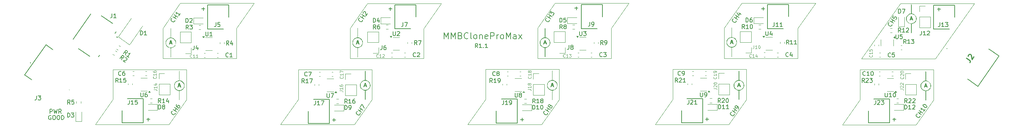
<source format=gbr>
%TF.GenerationSoftware,KiCad,Pcbnew,8.0.8-8.0.8-0~ubuntu22.04.1*%
%TF.CreationDate,2025-02-05T10:07:57+01:00*%
%TF.ProjectId,MMBCloneProMax,4d4d4243-6c6f-46e6-9550-726f4d61782e,rev?*%
%TF.SameCoordinates,Original*%
%TF.FileFunction,Legend,Top*%
%TF.FilePolarity,Positive*%
%FSLAX46Y46*%
G04 Gerber Fmt 4.6, Leading zero omitted, Abs format (unit mm)*
G04 Created by KiCad (PCBNEW 8.0.8-8.0.8-0~ubuntu22.04.1) date 2025-02-05 10:07:57*
%MOMM*%
%LPD*%
G01*
G04 APERTURE LIST*
%ADD10C,0.100000*%
%ADD11C,0.200000*%
%ADD12C,0.150000*%
%ADD13C,0.120000*%
%ADD14C,0.254000*%
%ADD15C,0.000000*%
%ADD16C,0.127000*%
G04 APERTURE END LIST*
D10*
X231553053Y-111347996D02*
X249250000Y-111347996D01*
X171650000Y-108626235D02*
X171650000Y-101375000D01*
X63782652Y-108650000D02*
X63782652Y-101322996D01*
X81479599Y-108650000D02*
X81479599Y-101398765D01*
X51800000Y-111324383D02*
X69496947Y-111324383D01*
X63782652Y-101322996D02*
X68000000Y-95300000D01*
X96403053Y-118574231D02*
X92132652Y-124672996D01*
X68000000Y-95300000D02*
X85750000Y-95300000D01*
X186503053Y-111297996D02*
X186503053Y-118549231D01*
X158170401Y-95276235D02*
X175920401Y-95276235D01*
X216575000Y-108626235D02*
X198878053Y-108626235D01*
X69496947Y-111324383D02*
X69496947Y-118651387D01*
X108828053Y-108676235D02*
X108828053Y-101349231D01*
X153953053Y-108626235D02*
X153953053Y-101299231D01*
X69496947Y-118651387D02*
X65279599Y-124674383D01*
X108828053Y-101349231D02*
X113045401Y-95326235D01*
X249621243Y-108697822D02*
X231924296Y-108697822D01*
X114100000Y-111322996D02*
X114100000Y-118650000D01*
X216575000Y-108626235D02*
X216575000Y-101375000D01*
X96403053Y-111322996D02*
X114100000Y-111322996D01*
X241284496Y-95348439D02*
X259034496Y-95348439D01*
X81479599Y-101398765D02*
X85750000Y-95300000D01*
X171650000Y-101375000D02*
X175920401Y-95276235D01*
X126525000Y-108676235D02*
X126525000Y-101425000D01*
X81479599Y-108650000D02*
X63782652Y-108650000D01*
X204200000Y-111297996D02*
X204200000Y-118625000D01*
X96403053Y-111322996D02*
X96403053Y-118574231D01*
X51800000Y-111324383D02*
X51800000Y-118575618D01*
X171650000Y-108626235D02*
X153953053Y-108626235D01*
X186503053Y-111297996D02*
X204200000Y-111297996D01*
X109882652Y-124672996D02*
X92132652Y-124672996D01*
X249700000Y-108700000D02*
X259049296Y-95347822D01*
X159150000Y-118625000D02*
X154932652Y-124647996D01*
X154932652Y-124647996D02*
X137182652Y-124647996D01*
X113045401Y-95326235D02*
X130795401Y-95326235D01*
X231925000Y-108700000D02*
X241274296Y-95347822D01*
X159150000Y-111297996D02*
X159150000Y-118625000D01*
X249250000Y-118675000D02*
X245032652Y-124697996D01*
X216575000Y-101375000D02*
X220845401Y-95276235D01*
X141453053Y-111297996D02*
X159150000Y-111297996D01*
X249250000Y-111347996D02*
X249250000Y-118675000D01*
X141453053Y-118549231D02*
X137182652Y-124647996D01*
X198878053Y-101299231D02*
X203095401Y-95276235D01*
X231553053Y-118599231D02*
X227282652Y-124697996D01*
X126525000Y-101425000D02*
X130795401Y-95326235D01*
X231553053Y-111347996D02*
X231553053Y-118599231D01*
X114100000Y-118650000D02*
X109882652Y-124672996D01*
X198878053Y-108626235D02*
X198878053Y-101299231D01*
X245032652Y-124697996D02*
X227282652Y-124697996D01*
X204200000Y-118625000D02*
X199982652Y-124647996D01*
X186503053Y-118549231D02*
X182232652Y-124647996D01*
X51800000Y-118575618D02*
X47529599Y-124674383D01*
X153953053Y-101299231D02*
X158170401Y-95276235D01*
X203095401Y-95276235D02*
X220845401Y-95276235D01*
X199982652Y-124647996D02*
X182232652Y-124647996D01*
X141453053Y-111297996D02*
X141453053Y-118549231D01*
X65279599Y-124674383D02*
X47529599Y-124674383D01*
X126525000Y-108676235D02*
X108828053Y-108676235D01*
D11*
X73169673Y-96636266D02*
X73931578Y-96636266D01*
X73550625Y-97017219D02*
X73550625Y-96255314D01*
X207869673Y-96586266D02*
X208631578Y-96586266D01*
X208250625Y-96967219D02*
X208250625Y-96205314D01*
X36635714Y-121942219D02*
X36635714Y-120942219D01*
X36635714Y-120942219D02*
X37016666Y-120942219D01*
X37016666Y-120942219D02*
X37111904Y-120989838D01*
X37111904Y-120989838D02*
X37159523Y-121037457D01*
X37159523Y-121037457D02*
X37207142Y-121132695D01*
X37207142Y-121132695D02*
X37207142Y-121275552D01*
X37207142Y-121275552D02*
X37159523Y-121370790D01*
X37159523Y-121370790D02*
X37111904Y-121418409D01*
X37111904Y-121418409D02*
X37016666Y-121466028D01*
X37016666Y-121466028D02*
X36635714Y-121466028D01*
X37540476Y-120942219D02*
X37778571Y-121942219D01*
X37778571Y-121942219D02*
X37969047Y-121227933D01*
X37969047Y-121227933D02*
X38159523Y-121942219D01*
X38159523Y-121942219D02*
X38397619Y-120942219D01*
X39349999Y-121942219D02*
X39016666Y-121466028D01*
X38778571Y-121942219D02*
X38778571Y-120942219D01*
X38778571Y-120942219D02*
X39159523Y-120942219D01*
X39159523Y-120942219D02*
X39254761Y-120989838D01*
X39254761Y-120989838D02*
X39302380Y-121037457D01*
X39302380Y-121037457D02*
X39349999Y-121132695D01*
X39349999Y-121132695D02*
X39349999Y-121275552D01*
X39349999Y-121275552D02*
X39302380Y-121370790D01*
X39302380Y-121370790D02*
X39254761Y-121418409D01*
X39254761Y-121418409D02*
X39159523Y-121466028D01*
X39159523Y-121466028D02*
X38778571Y-121466028D01*
X201753011Y-99498308D02*
X201764705Y-99564628D01*
X201764705Y-99564628D02*
X201721773Y-99708963D01*
X201721773Y-99708963D02*
X201667147Y-99786977D01*
X201667147Y-99786977D02*
X201546200Y-99876686D01*
X201546200Y-99876686D02*
X201413559Y-99900074D01*
X201413559Y-99900074D02*
X201308231Y-99884455D01*
X201308231Y-99884455D02*
X201124889Y-99814210D01*
X201124889Y-99814210D02*
X201007868Y-99732270D01*
X201007868Y-99732270D02*
X200879152Y-99584010D01*
X200879152Y-99584010D02*
X200828450Y-99490377D01*
X200828450Y-99490377D02*
X200805062Y-99357736D01*
X200805062Y-99357736D02*
X200847995Y-99213401D01*
X200847995Y-99213401D02*
X200902621Y-99135387D01*
X200902621Y-99135387D02*
X201023568Y-99045678D01*
X201023568Y-99045678D02*
X201089888Y-99033984D01*
X202076844Y-99201869D02*
X201257692Y-98628292D01*
X201647764Y-98901424D02*
X201975522Y-98433337D01*
X202404602Y-98733782D02*
X201585450Y-98160206D01*
X202377451Y-97610260D02*
X202923552Y-97992644D01*
X201928827Y-97586791D02*
X202377370Y-98191525D01*
X202377370Y-98191525D02*
X202732441Y-97684431D01*
X131458270Y-103903196D02*
X131458270Y-102403196D01*
X131458270Y-102403196D02*
X131958270Y-103474625D01*
X131958270Y-103474625D02*
X132458270Y-102403196D01*
X132458270Y-102403196D02*
X132458270Y-103903196D01*
X133172556Y-103903196D02*
X133172556Y-102403196D01*
X133172556Y-102403196D02*
X133672556Y-103474625D01*
X133672556Y-103474625D02*
X134172556Y-102403196D01*
X134172556Y-102403196D02*
X134172556Y-103903196D01*
X135386842Y-103117482D02*
X135601128Y-103188910D01*
X135601128Y-103188910D02*
X135672557Y-103260339D01*
X135672557Y-103260339D02*
X135743985Y-103403196D01*
X135743985Y-103403196D02*
X135743985Y-103617482D01*
X135743985Y-103617482D02*
X135672557Y-103760339D01*
X135672557Y-103760339D02*
X135601128Y-103831768D01*
X135601128Y-103831768D02*
X135458271Y-103903196D01*
X135458271Y-103903196D02*
X134886842Y-103903196D01*
X134886842Y-103903196D02*
X134886842Y-102403196D01*
X134886842Y-102403196D02*
X135386842Y-102403196D01*
X135386842Y-102403196D02*
X135529700Y-102474625D01*
X135529700Y-102474625D02*
X135601128Y-102546053D01*
X135601128Y-102546053D02*
X135672557Y-102688910D01*
X135672557Y-102688910D02*
X135672557Y-102831768D01*
X135672557Y-102831768D02*
X135601128Y-102974625D01*
X135601128Y-102974625D02*
X135529700Y-103046053D01*
X135529700Y-103046053D02*
X135386842Y-103117482D01*
X135386842Y-103117482D02*
X134886842Y-103117482D01*
X137243985Y-103760339D02*
X137172557Y-103831768D01*
X137172557Y-103831768D02*
X136958271Y-103903196D01*
X136958271Y-103903196D02*
X136815414Y-103903196D01*
X136815414Y-103903196D02*
X136601128Y-103831768D01*
X136601128Y-103831768D02*
X136458271Y-103688910D01*
X136458271Y-103688910D02*
X136386842Y-103546053D01*
X136386842Y-103546053D02*
X136315414Y-103260339D01*
X136315414Y-103260339D02*
X136315414Y-103046053D01*
X136315414Y-103046053D02*
X136386842Y-102760339D01*
X136386842Y-102760339D02*
X136458271Y-102617482D01*
X136458271Y-102617482D02*
X136601128Y-102474625D01*
X136601128Y-102474625D02*
X136815414Y-102403196D01*
X136815414Y-102403196D02*
X136958271Y-102403196D01*
X136958271Y-102403196D02*
X137172557Y-102474625D01*
X137172557Y-102474625D02*
X137243985Y-102546053D01*
X138101128Y-103903196D02*
X137958271Y-103831768D01*
X137958271Y-103831768D02*
X137886842Y-103688910D01*
X137886842Y-103688910D02*
X137886842Y-102403196D01*
X138886842Y-103903196D02*
X138743985Y-103831768D01*
X138743985Y-103831768D02*
X138672556Y-103760339D01*
X138672556Y-103760339D02*
X138601128Y-103617482D01*
X138601128Y-103617482D02*
X138601128Y-103188910D01*
X138601128Y-103188910D02*
X138672556Y-103046053D01*
X138672556Y-103046053D02*
X138743985Y-102974625D01*
X138743985Y-102974625D02*
X138886842Y-102903196D01*
X138886842Y-102903196D02*
X139101128Y-102903196D01*
X139101128Y-102903196D02*
X139243985Y-102974625D01*
X139243985Y-102974625D02*
X139315414Y-103046053D01*
X139315414Y-103046053D02*
X139386842Y-103188910D01*
X139386842Y-103188910D02*
X139386842Y-103617482D01*
X139386842Y-103617482D02*
X139315414Y-103760339D01*
X139315414Y-103760339D02*
X139243985Y-103831768D01*
X139243985Y-103831768D02*
X139101128Y-103903196D01*
X139101128Y-103903196D02*
X138886842Y-103903196D01*
X140029699Y-102903196D02*
X140029699Y-103903196D01*
X140029699Y-103046053D02*
X140101128Y-102974625D01*
X140101128Y-102974625D02*
X140243985Y-102903196D01*
X140243985Y-102903196D02*
X140458271Y-102903196D01*
X140458271Y-102903196D02*
X140601128Y-102974625D01*
X140601128Y-102974625D02*
X140672557Y-103117482D01*
X140672557Y-103117482D02*
X140672557Y-103903196D01*
X141958271Y-103831768D02*
X141815414Y-103903196D01*
X141815414Y-103903196D02*
X141529700Y-103903196D01*
X141529700Y-103903196D02*
X141386842Y-103831768D01*
X141386842Y-103831768D02*
X141315414Y-103688910D01*
X141315414Y-103688910D02*
X141315414Y-103117482D01*
X141315414Y-103117482D02*
X141386842Y-102974625D01*
X141386842Y-102974625D02*
X141529700Y-102903196D01*
X141529700Y-102903196D02*
X141815414Y-102903196D01*
X141815414Y-102903196D02*
X141958271Y-102974625D01*
X141958271Y-102974625D02*
X142029700Y-103117482D01*
X142029700Y-103117482D02*
X142029700Y-103260339D01*
X142029700Y-103260339D02*
X141315414Y-103403196D01*
X142672556Y-103903196D02*
X142672556Y-102403196D01*
X142672556Y-102403196D02*
X143243985Y-102403196D01*
X143243985Y-102403196D02*
X143386842Y-102474625D01*
X143386842Y-102474625D02*
X143458271Y-102546053D01*
X143458271Y-102546053D02*
X143529699Y-102688910D01*
X143529699Y-102688910D02*
X143529699Y-102903196D01*
X143529699Y-102903196D02*
X143458271Y-103046053D01*
X143458271Y-103046053D02*
X143386842Y-103117482D01*
X143386842Y-103117482D02*
X143243985Y-103188910D01*
X143243985Y-103188910D02*
X142672556Y-103188910D01*
X144172556Y-103903196D02*
X144172556Y-102903196D01*
X144172556Y-103188910D02*
X144243985Y-103046053D01*
X144243985Y-103046053D02*
X144315414Y-102974625D01*
X144315414Y-102974625D02*
X144458271Y-102903196D01*
X144458271Y-102903196D02*
X144601128Y-102903196D01*
X145315413Y-103903196D02*
X145172556Y-103831768D01*
X145172556Y-103831768D02*
X145101127Y-103760339D01*
X145101127Y-103760339D02*
X145029699Y-103617482D01*
X145029699Y-103617482D02*
X145029699Y-103188910D01*
X145029699Y-103188910D02*
X145101127Y-103046053D01*
X145101127Y-103046053D02*
X145172556Y-102974625D01*
X145172556Y-102974625D02*
X145315413Y-102903196D01*
X145315413Y-102903196D02*
X145529699Y-102903196D01*
X145529699Y-102903196D02*
X145672556Y-102974625D01*
X145672556Y-102974625D02*
X145743985Y-103046053D01*
X145743985Y-103046053D02*
X145815413Y-103188910D01*
X145815413Y-103188910D02*
X145815413Y-103617482D01*
X145815413Y-103617482D02*
X145743985Y-103760339D01*
X145743985Y-103760339D02*
X145672556Y-103831768D01*
X145672556Y-103831768D02*
X145529699Y-103903196D01*
X145529699Y-103903196D02*
X145315413Y-103903196D01*
X146458270Y-103903196D02*
X146458270Y-102403196D01*
X146458270Y-102403196D02*
X146958270Y-103474625D01*
X146958270Y-103474625D02*
X147458270Y-102403196D01*
X147458270Y-102403196D02*
X147458270Y-103903196D01*
X148815414Y-103903196D02*
X148815414Y-103117482D01*
X148815414Y-103117482D02*
X148743985Y-102974625D01*
X148743985Y-102974625D02*
X148601128Y-102903196D01*
X148601128Y-102903196D02*
X148315414Y-102903196D01*
X148315414Y-102903196D02*
X148172556Y-102974625D01*
X148815414Y-103831768D02*
X148672556Y-103903196D01*
X148672556Y-103903196D02*
X148315414Y-103903196D01*
X148315414Y-103903196D02*
X148172556Y-103831768D01*
X148172556Y-103831768D02*
X148101128Y-103688910D01*
X148101128Y-103688910D02*
X148101128Y-103546053D01*
X148101128Y-103546053D02*
X148172556Y-103403196D01*
X148172556Y-103403196D02*
X148315414Y-103331768D01*
X148315414Y-103331768D02*
X148672556Y-103331768D01*
X148672556Y-103331768D02*
X148815414Y-103260339D01*
X149386842Y-103903196D02*
X150172557Y-102903196D01*
X149386842Y-102903196D02*
X150172557Y-103903196D01*
X250144673Y-96711266D02*
X250906578Y-96711266D01*
X250525625Y-97092219D02*
X250525625Y-96330314D01*
D12*
X139552757Y-106041987D02*
X139219424Y-105565796D01*
X138981329Y-106041987D02*
X138981329Y-105041987D01*
X138981329Y-105041987D02*
X139362281Y-105041987D01*
X139362281Y-105041987D02*
X139457519Y-105089606D01*
X139457519Y-105089606D02*
X139505138Y-105137225D01*
X139505138Y-105137225D02*
X139552757Y-105232463D01*
X139552757Y-105232463D02*
X139552757Y-105375320D01*
X139552757Y-105375320D02*
X139505138Y-105470558D01*
X139505138Y-105470558D02*
X139457519Y-105518177D01*
X139457519Y-105518177D02*
X139362281Y-105565796D01*
X139362281Y-105565796D02*
X138981329Y-105565796D01*
X140505138Y-106041987D02*
X139933710Y-106041987D01*
X140219424Y-106041987D02*
X140219424Y-105041987D01*
X140219424Y-105041987D02*
X140124186Y-105184844D01*
X140124186Y-105184844D02*
X140028948Y-105280082D01*
X140028948Y-105280082D02*
X139933710Y-105327701D01*
X140933710Y-105946748D02*
X140981329Y-105994368D01*
X140981329Y-105994368D02*
X140933710Y-106041987D01*
X140933710Y-106041987D02*
X140886091Y-105994368D01*
X140886091Y-105994368D02*
X140933710Y-105946748D01*
X140933710Y-105946748D02*
X140933710Y-106041987D01*
X141933709Y-106041987D02*
X141362281Y-106041987D01*
X141647995Y-106041987D02*
X141647995Y-105041987D01*
X141647995Y-105041987D02*
X141552757Y-105184844D01*
X141552757Y-105184844D02*
X141457519Y-105280082D01*
X141457519Y-105280082D02*
X141362281Y-105327701D01*
D11*
X194369673Y-123361266D02*
X195131578Y-123361266D01*
X194750625Y-123742219D02*
X194750625Y-122980314D01*
X111828011Y-99348308D02*
X111839705Y-99414628D01*
X111839705Y-99414628D02*
X111796773Y-99558963D01*
X111796773Y-99558963D02*
X111742147Y-99636977D01*
X111742147Y-99636977D02*
X111621200Y-99726686D01*
X111621200Y-99726686D02*
X111488559Y-99750074D01*
X111488559Y-99750074D02*
X111383231Y-99734455D01*
X111383231Y-99734455D02*
X111199889Y-99664210D01*
X111199889Y-99664210D02*
X111082868Y-99582270D01*
X111082868Y-99582270D02*
X110954152Y-99434010D01*
X110954152Y-99434010D02*
X110903450Y-99340377D01*
X110903450Y-99340377D02*
X110880062Y-99207736D01*
X110880062Y-99207736D02*
X110922995Y-99063401D01*
X110922995Y-99063401D02*
X110977621Y-98985387D01*
X110977621Y-98985387D02*
X111098568Y-98895678D01*
X111098568Y-98895678D02*
X111164888Y-98883984D01*
X112151844Y-99051869D02*
X111332692Y-98478292D01*
X111722764Y-98751424D02*
X112050522Y-98283337D01*
X112479602Y-98583782D02*
X111660450Y-98010206D01*
X111984283Y-97713767D02*
X111972589Y-97647446D01*
X111972589Y-97647446D02*
X111988208Y-97542119D01*
X111988208Y-97542119D02*
X112124774Y-97347082D01*
X112124774Y-97347082D02*
X112218407Y-97296381D01*
X112218407Y-97296381D02*
X112284728Y-97284687D01*
X112284728Y-97284687D02*
X112390055Y-97300306D01*
X112390055Y-97300306D02*
X112468070Y-97354932D01*
X112468070Y-97354932D02*
X112557778Y-97475879D01*
X112557778Y-97475879D02*
X112698107Y-98271724D01*
X112698107Y-98271724D02*
X113053178Y-97764630D01*
X59919673Y-123386266D02*
X60681578Y-123386266D01*
X60300625Y-123767219D02*
X60300625Y-123005314D01*
X239253011Y-100423308D02*
X239264705Y-100489628D01*
X239264705Y-100489628D02*
X239221773Y-100633963D01*
X239221773Y-100633963D02*
X239167147Y-100711977D01*
X239167147Y-100711977D02*
X239046200Y-100801686D01*
X239046200Y-100801686D02*
X238913559Y-100825074D01*
X238913559Y-100825074D02*
X238808231Y-100809455D01*
X238808231Y-100809455D02*
X238624889Y-100739210D01*
X238624889Y-100739210D02*
X238507868Y-100657270D01*
X238507868Y-100657270D02*
X238379152Y-100509010D01*
X238379152Y-100509010D02*
X238328450Y-100415377D01*
X238328450Y-100415377D02*
X238305062Y-100282736D01*
X238305062Y-100282736D02*
X238347995Y-100138401D01*
X238347995Y-100138401D02*
X238402621Y-100060387D01*
X238402621Y-100060387D02*
X238523568Y-99970678D01*
X238523568Y-99970678D02*
X238589888Y-99958984D01*
X239576844Y-100126869D02*
X238757692Y-99553292D01*
X239147764Y-99826424D02*
X239475522Y-99358337D01*
X239904602Y-99658782D02*
X239085450Y-99085206D01*
X239631713Y-98305061D02*
X239358582Y-98695133D01*
X239358582Y-98695133D02*
X239721341Y-99007272D01*
X239721341Y-99007272D02*
X239709647Y-98940952D01*
X239709647Y-98940952D02*
X239725266Y-98835624D01*
X239725266Y-98835624D02*
X239861832Y-98640588D01*
X239861832Y-98640588D02*
X239955465Y-98589886D01*
X239955465Y-98589886D02*
X240021786Y-98578192D01*
X240021786Y-98578192D02*
X240127113Y-98593811D01*
X240127113Y-98593811D02*
X240322149Y-98730377D01*
X240322149Y-98730377D02*
X240372851Y-98824011D01*
X240372851Y-98824011D02*
X240384545Y-98890331D01*
X240384545Y-98890331D02*
X240368926Y-98995659D01*
X240368926Y-98995659D02*
X240232360Y-99190695D01*
X240232360Y-99190695D02*
X240138726Y-99241396D01*
X240138726Y-99241396D02*
X240072406Y-99253091D01*
X149869673Y-123436266D02*
X150631578Y-123436266D01*
X150250625Y-123817219D02*
X150250625Y-123055314D01*
X245978011Y-122573308D02*
X245989705Y-122639628D01*
X245989705Y-122639628D02*
X245946773Y-122783963D01*
X245946773Y-122783963D02*
X245892147Y-122861977D01*
X245892147Y-122861977D02*
X245771200Y-122951686D01*
X245771200Y-122951686D02*
X245638559Y-122975074D01*
X245638559Y-122975074D02*
X245533231Y-122959455D01*
X245533231Y-122959455D02*
X245349889Y-122889210D01*
X245349889Y-122889210D02*
X245232868Y-122807270D01*
X245232868Y-122807270D02*
X245104152Y-122659010D01*
X245104152Y-122659010D02*
X245053450Y-122565377D01*
X245053450Y-122565377D02*
X245030062Y-122432736D01*
X245030062Y-122432736D02*
X245072995Y-122288401D01*
X245072995Y-122288401D02*
X245127621Y-122210387D01*
X245127621Y-122210387D02*
X245248568Y-122120678D01*
X245248568Y-122120678D02*
X245314888Y-122108984D01*
X246301844Y-122276869D02*
X245482692Y-121703292D01*
X245872764Y-121976424D02*
X246200522Y-121508337D01*
X246629602Y-121808782D02*
X245810450Y-121235206D01*
X247203178Y-120989630D02*
X246875420Y-121457717D01*
X247039299Y-121223673D02*
X246220147Y-120650097D01*
X246220147Y-120650097D02*
X246282543Y-120810051D01*
X246282543Y-120810051D02*
X246305931Y-120942692D01*
X246305931Y-120942692D02*
X246290312Y-121048019D01*
X246739097Y-119908959D02*
X246793724Y-119830945D01*
X246793724Y-119830945D02*
X246887357Y-119780244D01*
X246887357Y-119780244D02*
X246953678Y-119768549D01*
X246953678Y-119768549D02*
X247059005Y-119784169D01*
X247059005Y-119784169D02*
X247242348Y-119854414D01*
X247242348Y-119854414D02*
X247437384Y-119990980D01*
X247437384Y-119990980D02*
X247566100Y-120139240D01*
X247566100Y-120139240D02*
X247616801Y-120232873D01*
X247616801Y-120232873D02*
X247628495Y-120299194D01*
X247628495Y-120299194D02*
X247612876Y-120404521D01*
X247612876Y-120404521D02*
X247558250Y-120482536D01*
X247558250Y-120482536D02*
X247464616Y-120533237D01*
X247464616Y-120533237D02*
X247398296Y-120544931D01*
X247398296Y-120544931D02*
X247292968Y-120529312D01*
X247292968Y-120529312D02*
X247109626Y-120459067D01*
X247109626Y-120459067D02*
X246914590Y-120322501D01*
X246914590Y-120322501D02*
X246785874Y-120174241D01*
X246785874Y-120174241D02*
X246735172Y-120080607D01*
X246735172Y-120080607D02*
X246723478Y-120014287D01*
X246723478Y-120014287D02*
X246739097Y-119908959D01*
X66778011Y-121848308D02*
X66789705Y-121914628D01*
X66789705Y-121914628D02*
X66746773Y-122058963D01*
X66746773Y-122058963D02*
X66692147Y-122136977D01*
X66692147Y-122136977D02*
X66571200Y-122226686D01*
X66571200Y-122226686D02*
X66438559Y-122250074D01*
X66438559Y-122250074D02*
X66333231Y-122234455D01*
X66333231Y-122234455D02*
X66149889Y-122164210D01*
X66149889Y-122164210D02*
X66032868Y-122082270D01*
X66032868Y-122082270D02*
X65904152Y-121934010D01*
X65904152Y-121934010D02*
X65853450Y-121840377D01*
X65853450Y-121840377D02*
X65830062Y-121707736D01*
X65830062Y-121707736D02*
X65872995Y-121563401D01*
X65872995Y-121563401D02*
X65927621Y-121485387D01*
X65927621Y-121485387D02*
X66048568Y-121395678D01*
X66048568Y-121395678D02*
X66114888Y-121383984D01*
X67101844Y-121551869D02*
X66282692Y-120978292D01*
X66672764Y-121251424D02*
X67000522Y-120783337D01*
X67429602Y-121083782D02*
X66610450Y-120510206D01*
X67129400Y-119769068D02*
X67020147Y-119925097D01*
X67020147Y-119925097D02*
X67004528Y-120030425D01*
X67004528Y-120030425D02*
X67016222Y-120096745D01*
X67016222Y-120096745D02*
X67078618Y-120256699D01*
X67078618Y-120256699D02*
X67207334Y-120404959D01*
X67207334Y-120404959D02*
X67519391Y-120623464D01*
X67519391Y-120623464D02*
X67624719Y-120639083D01*
X67624719Y-120639083D02*
X67691040Y-120627389D01*
X67691040Y-120627389D02*
X67784673Y-120576688D01*
X67784673Y-120576688D02*
X67893926Y-120420659D01*
X67893926Y-120420659D02*
X67909545Y-120315331D01*
X67909545Y-120315331D02*
X67897851Y-120249011D01*
X67897851Y-120249011D02*
X67847149Y-120155377D01*
X67847149Y-120155377D02*
X67652113Y-120018811D01*
X67652113Y-120018811D02*
X67546786Y-120003192D01*
X67546786Y-120003192D02*
X67480465Y-120014886D01*
X67480465Y-120014886D02*
X67386832Y-120065588D01*
X67386832Y-120065588D02*
X67277579Y-120221617D01*
X67277579Y-120221617D02*
X67261960Y-120326944D01*
X67261960Y-120326944D02*
X67273654Y-120393265D01*
X67273654Y-120393265D02*
X67324355Y-120486898D01*
X36864285Y-122489838D02*
X36769047Y-122442219D01*
X36769047Y-122442219D02*
X36626190Y-122442219D01*
X36626190Y-122442219D02*
X36483333Y-122489838D01*
X36483333Y-122489838D02*
X36388095Y-122585076D01*
X36388095Y-122585076D02*
X36340476Y-122680314D01*
X36340476Y-122680314D02*
X36292857Y-122870790D01*
X36292857Y-122870790D02*
X36292857Y-123013647D01*
X36292857Y-123013647D02*
X36340476Y-123204123D01*
X36340476Y-123204123D02*
X36388095Y-123299361D01*
X36388095Y-123299361D02*
X36483333Y-123394600D01*
X36483333Y-123394600D02*
X36626190Y-123442219D01*
X36626190Y-123442219D02*
X36721428Y-123442219D01*
X36721428Y-123442219D02*
X36864285Y-123394600D01*
X36864285Y-123394600D02*
X36911904Y-123346980D01*
X36911904Y-123346980D02*
X36911904Y-123013647D01*
X36911904Y-123013647D02*
X36721428Y-123013647D01*
X37530952Y-122442219D02*
X37721428Y-122442219D01*
X37721428Y-122442219D02*
X37816666Y-122489838D01*
X37816666Y-122489838D02*
X37911904Y-122585076D01*
X37911904Y-122585076D02*
X37959523Y-122775552D01*
X37959523Y-122775552D02*
X37959523Y-123108885D01*
X37959523Y-123108885D02*
X37911904Y-123299361D01*
X37911904Y-123299361D02*
X37816666Y-123394600D01*
X37816666Y-123394600D02*
X37721428Y-123442219D01*
X37721428Y-123442219D02*
X37530952Y-123442219D01*
X37530952Y-123442219D02*
X37435714Y-123394600D01*
X37435714Y-123394600D02*
X37340476Y-123299361D01*
X37340476Y-123299361D02*
X37292857Y-123108885D01*
X37292857Y-123108885D02*
X37292857Y-122775552D01*
X37292857Y-122775552D02*
X37340476Y-122585076D01*
X37340476Y-122585076D02*
X37435714Y-122489838D01*
X37435714Y-122489838D02*
X37530952Y-122442219D01*
X38578571Y-122442219D02*
X38769047Y-122442219D01*
X38769047Y-122442219D02*
X38864285Y-122489838D01*
X38864285Y-122489838D02*
X38959523Y-122585076D01*
X38959523Y-122585076D02*
X39007142Y-122775552D01*
X39007142Y-122775552D02*
X39007142Y-123108885D01*
X39007142Y-123108885D02*
X38959523Y-123299361D01*
X38959523Y-123299361D02*
X38864285Y-123394600D01*
X38864285Y-123394600D02*
X38769047Y-123442219D01*
X38769047Y-123442219D02*
X38578571Y-123442219D01*
X38578571Y-123442219D02*
X38483333Y-123394600D01*
X38483333Y-123394600D02*
X38388095Y-123299361D01*
X38388095Y-123299361D02*
X38340476Y-123108885D01*
X38340476Y-123108885D02*
X38340476Y-122775552D01*
X38340476Y-122775552D02*
X38388095Y-122585076D01*
X38388095Y-122585076D02*
X38483333Y-122489838D01*
X38483333Y-122489838D02*
X38578571Y-122442219D01*
X39435714Y-123442219D02*
X39435714Y-122442219D01*
X39435714Y-122442219D02*
X39673809Y-122442219D01*
X39673809Y-122442219D02*
X39816666Y-122489838D01*
X39816666Y-122489838D02*
X39911904Y-122585076D01*
X39911904Y-122585076D02*
X39959523Y-122680314D01*
X39959523Y-122680314D02*
X40007142Y-122870790D01*
X40007142Y-122870790D02*
X40007142Y-123013647D01*
X40007142Y-123013647D02*
X39959523Y-123204123D01*
X39959523Y-123204123D02*
X39911904Y-123299361D01*
X39911904Y-123299361D02*
X39816666Y-123394600D01*
X39816666Y-123394600D02*
X39673809Y-123442219D01*
X39673809Y-123442219D02*
X39435714Y-123442219D01*
X104594673Y-123536266D02*
X105356578Y-123536266D01*
X104975625Y-123917219D02*
X104975625Y-123155314D01*
X118169673Y-96636266D02*
X118931578Y-96636266D01*
X118550625Y-97017219D02*
X118550625Y-96255314D01*
X111278011Y-121948308D02*
X111289705Y-122014628D01*
X111289705Y-122014628D02*
X111246773Y-122158963D01*
X111246773Y-122158963D02*
X111192147Y-122236977D01*
X111192147Y-122236977D02*
X111071200Y-122326686D01*
X111071200Y-122326686D02*
X110938559Y-122350074D01*
X110938559Y-122350074D02*
X110833231Y-122334455D01*
X110833231Y-122334455D02*
X110649889Y-122264210D01*
X110649889Y-122264210D02*
X110532868Y-122182270D01*
X110532868Y-122182270D02*
X110404152Y-122034010D01*
X110404152Y-122034010D02*
X110353450Y-121940377D01*
X110353450Y-121940377D02*
X110330062Y-121807736D01*
X110330062Y-121807736D02*
X110372995Y-121663401D01*
X110372995Y-121663401D02*
X110427621Y-121585387D01*
X110427621Y-121585387D02*
X110548568Y-121495678D01*
X110548568Y-121495678D02*
X110614888Y-121483984D01*
X111601844Y-121651869D02*
X110782692Y-121078292D01*
X111172764Y-121351424D02*
X111500522Y-120883337D01*
X111929602Y-121183782D02*
X111110450Y-120610206D01*
X111328955Y-120298148D02*
X111711339Y-119752046D01*
X111711339Y-119752046D02*
X112284673Y-120676688D01*
X66709222Y-99399882D02*
X66720916Y-99466202D01*
X66720916Y-99466202D02*
X66677984Y-99610537D01*
X66677984Y-99610537D02*
X66623358Y-99688551D01*
X66623358Y-99688551D02*
X66502411Y-99778260D01*
X66502411Y-99778260D02*
X66369770Y-99801648D01*
X66369770Y-99801648D02*
X66264442Y-99786029D01*
X66264442Y-99786029D02*
X66081100Y-99715784D01*
X66081100Y-99715784D02*
X65964079Y-99633844D01*
X65964079Y-99633844D02*
X65835363Y-99485584D01*
X65835363Y-99485584D02*
X65784661Y-99391951D01*
X65784661Y-99391951D02*
X65761273Y-99259310D01*
X65761273Y-99259310D02*
X65804206Y-99114975D01*
X65804206Y-99114975D02*
X65858832Y-99036961D01*
X65858832Y-99036961D02*
X65979779Y-98947252D01*
X65979779Y-98947252D02*
X66046099Y-98935558D01*
X67033055Y-99103443D02*
X66213903Y-98529866D01*
X66603975Y-98802998D02*
X66931733Y-98334911D01*
X67360813Y-98635356D02*
X66541661Y-98061780D01*
X67934389Y-97816204D02*
X67606631Y-98284291D01*
X67770510Y-98050247D02*
X66951358Y-97476671D01*
X66951358Y-97476671D02*
X67013754Y-97636625D01*
X67013754Y-97636625D02*
X67037142Y-97769266D01*
X67037142Y-97769266D02*
X67021523Y-97874593D01*
X239419673Y-123386266D02*
X240181578Y-123386266D01*
X239800625Y-123767219D02*
X239800625Y-123005314D01*
X162919673Y-96461266D02*
X163681578Y-96461266D01*
X163300625Y-96842219D02*
X163300625Y-96080314D01*
X156353011Y-121873308D02*
X156364705Y-121939628D01*
X156364705Y-121939628D02*
X156321773Y-122083963D01*
X156321773Y-122083963D02*
X156267147Y-122161977D01*
X156267147Y-122161977D02*
X156146200Y-122251686D01*
X156146200Y-122251686D02*
X156013559Y-122275074D01*
X156013559Y-122275074D02*
X155908231Y-122259455D01*
X155908231Y-122259455D02*
X155724889Y-122189210D01*
X155724889Y-122189210D02*
X155607868Y-122107270D01*
X155607868Y-122107270D02*
X155479152Y-121959010D01*
X155479152Y-121959010D02*
X155428450Y-121865377D01*
X155428450Y-121865377D02*
X155405062Y-121732736D01*
X155405062Y-121732736D02*
X155447995Y-121588401D01*
X155447995Y-121588401D02*
X155502621Y-121510387D01*
X155502621Y-121510387D02*
X155623568Y-121420678D01*
X155623568Y-121420678D02*
X155689888Y-121408984D01*
X156676844Y-121576869D02*
X155857692Y-121003292D01*
X156247764Y-121276424D02*
X156575522Y-120808337D01*
X157004602Y-121108782D02*
X156185450Y-120535206D01*
X156891586Y-120273930D02*
X156797953Y-120324631D01*
X156797953Y-120324631D02*
X156731632Y-120336325D01*
X156731632Y-120336325D02*
X156626305Y-120320706D01*
X156626305Y-120320706D02*
X156587297Y-120293393D01*
X156587297Y-120293393D02*
X156536596Y-120199759D01*
X156536596Y-120199759D02*
X156524902Y-120133439D01*
X156524902Y-120133439D02*
X156540521Y-120028111D01*
X156540521Y-120028111D02*
X156649774Y-119872082D01*
X156649774Y-119872082D02*
X156743407Y-119821381D01*
X156743407Y-119821381D02*
X156809728Y-119809687D01*
X156809728Y-119809687D02*
X156915055Y-119825306D01*
X156915055Y-119825306D02*
X156954063Y-119852619D01*
X156954063Y-119852619D02*
X157004764Y-119946253D01*
X157004764Y-119946253D02*
X157016458Y-120012573D01*
X157016458Y-120012573D02*
X157000839Y-120117901D01*
X157000839Y-120117901D02*
X156891586Y-120273930D01*
X156891586Y-120273930D02*
X156875967Y-120379258D01*
X156875967Y-120379258D02*
X156887661Y-120445578D01*
X156887661Y-120445578D02*
X156938362Y-120539212D01*
X156938362Y-120539212D02*
X157094391Y-120648464D01*
X157094391Y-120648464D02*
X157199719Y-120664083D01*
X157199719Y-120664083D02*
X157266040Y-120652389D01*
X157266040Y-120652389D02*
X157359673Y-120601688D01*
X157359673Y-120601688D02*
X157468926Y-120445659D01*
X157468926Y-120445659D02*
X157484545Y-120340331D01*
X157484545Y-120340331D02*
X157472851Y-120274011D01*
X157472851Y-120274011D02*
X157422149Y-120180377D01*
X157422149Y-120180377D02*
X157266120Y-120071125D01*
X157266120Y-120071125D02*
X157160793Y-120055506D01*
X157160793Y-120055506D02*
X157094472Y-120067200D01*
X157094472Y-120067200D02*
X157000839Y-120117901D01*
X201278011Y-122123308D02*
X201289705Y-122189628D01*
X201289705Y-122189628D02*
X201246773Y-122333963D01*
X201246773Y-122333963D02*
X201192147Y-122411977D01*
X201192147Y-122411977D02*
X201071200Y-122501686D01*
X201071200Y-122501686D02*
X200938559Y-122525074D01*
X200938559Y-122525074D02*
X200833231Y-122509455D01*
X200833231Y-122509455D02*
X200649889Y-122439210D01*
X200649889Y-122439210D02*
X200532868Y-122357270D01*
X200532868Y-122357270D02*
X200404152Y-122209010D01*
X200404152Y-122209010D02*
X200353450Y-122115377D01*
X200353450Y-122115377D02*
X200330062Y-121982736D01*
X200330062Y-121982736D02*
X200372995Y-121838401D01*
X200372995Y-121838401D02*
X200427621Y-121760387D01*
X200427621Y-121760387D02*
X200548568Y-121670678D01*
X200548568Y-121670678D02*
X200614888Y-121658984D01*
X201601844Y-121826869D02*
X200782692Y-121253292D01*
X201172764Y-121526424D02*
X201500522Y-121058337D01*
X201929602Y-121358782D02*
X201110450Y-120785206D01*
X202230047Y-120929702D02*
X202339299Y-120773673D01*
X202339299Y-120773673D02*
X202354918Y-120668346D01*
X202354918Y-120668346D02*
X202343224Y-120602025D01*
X202343224Y-120602025D02*
X202280829Y-120442071D01*
X202280829Y-120442071D02*
X202152113Y-120293811D01*
X202152113Y-120293811D02*
X201840055Y-120075306D01*
X201840055Y-120075306D02*
X201734728Y-120059687D01*
X201734728Y-120059687D02*
X201668407Y-120071381D01*
X201668407Y-120071381D02*
X201574774Y-120122082D01*
X201574774Y-120122082D02*
X201465521Y-120278111D01*
X201465521Y-120278111D02*
X201449902Y-120383439D01*
X201449902Y-120383439D02*
X201461596Y-120449759D01*
X201461596Y-120449759D02*
X201512297Y-120543393D01*
X201512297Y-120543393D02*
X201707334Y-120679959D01*
X201707334Y-120679959D02*
X201812661Y-120695578D01*
X201812661Y-120695578D02*
X201878982Y-120683884D01*
X201878982Y-120683884D02*
X201972615Y-120633183D01*
X201972615Y-120633183D02*
X202081868Y-120477154D01*
X202081868Y-120477154D02*
X202097487Y-120371826D01*
X202097487Y-120371826D02*
X202085793Y-120305506D01*
X202085793Y-120305506D02*
X202035091Y-120211872D01*
X156803011Y-99348308D02*
X156814705Y-99414628D01*
X156814705Y-99414628D02*
X156771773Y-99558963D01*
X156771773Y-99558963D02*
X156717147Y-99636977D01*
X156717147Y-99636977D02*
X156596200Y-99726686D01*
X156596200Y-99726686D02*
X156463559Y-99750074D01*
X156463559Y-99750074D02*
X156358231Y-99734455D01*
X156358231Y-99734455D02*
X156174889Y-99664210D01*
X156174889Y-99664210D02*
X156057868Y-99582270D01*
X156057868Y-99582270D02*
X155929152Y-99434010D01*
X155929152Y-99434010D02*
X155878450Y-99340377D01*
X155878450Y-99340377D02*
X155855062Y-99207736D01*
X155855062Y-99207736D02*
X155897995Y-99063401D01*
X155897995Y-99063401D02*
X155952621Y-98985387D01*
X155952621Y-98985387D02*
X156073568Y-98895678D01*
X156073568Y-98895678D02*
X156139888Y-98883984D01*
X157126844Y-99051869D02*
X156307692Y-98478292D01*
X156697764Y-98751424D02*
X157025522Y-98283337D01*
X157454602Y-98583782D02*
X156635450Y-98010206D01*
X156853955Y-97698148D02*
X157209026Y-97191054D01*
X157209026Y-97191054D02*
X157329892Y-97682610D01*
X157329892Y-97682610D02*
X157411832Y-97565588D01*
X157411832Y-97565588D02*
X157505465Y-97514886D01*
X157505465Y-97514886D02*
X157571786Y-97503192D01*
X157571786Y-97503192D02*
X157677113Y-97518811D01*
X157677113Y-97518811D02*
X157872149Y-97655377D01*
X157872149Y-97655377D02*
X157922851Y-97749011D01*
X157922851Y-97749011D02*
X157934545Y-97815331D01*
X157934545Y-97815331D02*
X157918926Y-97920659D01*
X157918926Y-97920659D02*
X157755047Y-98154702D01*
X157755047Y-98154702D02*
X157661413Y-98205404D01*
X157661413Y-98205404D02*
X157595093Y-98217098D01*
D12*
X98553332Y-112804580D02*
X98505713Y-112852200D01*
X98505713Y-112852200D02*
X98362856Y-112899819D01*
X98362856Y-112899819D02*
X98267618Y-112899819D01*
X98267618Y-112899819D02*
X98124761Y-112852200D01*
X98124761Y-112852200D02*
X98029523Y-112756961D01*
X98029523Y-112756961D02*
X97981904Y-112661723D01*
X97981904Y-112661723D02*
X97934285Y-112471247D01*
X97934285Y-112471247D02*
X97934285Y-112328390D01*
X97934285Y-112328390D02*
X97981904Y-112137914D01*
X97981904Y-112137914D02*
X98029523Y-112042676D01*
X98029523Y-112042676D02*
X98124761Y-111947438D01*
X98124761Y-111947438D02*
X98267618Y-111899819D01*
X98267618Y-111899819D02*
X98362856Y-111899819D01*
X98362856Y-111899819D02*
X98505713Y-111947438D01*
X98505713Y-111947438D02*
X98553332Y-111995057D01*
X98886666Y-111899819D02*
X99553332Y-111899819D01*
X99553332Y-111899819D02*
X99124761Y-112899819D01*
X124638333Y-108154580D02*
X124590714Y-108202200D01*
X124590714Y-108202200D02*
X124447857Y-108249819D01*
X124447857Y-108249819D02*
X124352619Y-108249819D01*
X124352619Y-108249819D02*
X124209762Y-108202200D01*
X124209762Y-108202200D02*
X124114524Y-108106961D01*
X124114524Y-108106961D02*
X124066905Y-108011723D01*
X124066905Y-108011723D02*
X124019286Y-107821247D01*
X124019286Y-107821247D02*
X124019286Y-107678390D01*
X124019286Y-107678390D02*
X124066905Y-107487914D01*
X124066905Y-107487914D02*
X124114524Y-107392676D01*
X124114524Y-107392676D02*
X124209762Y-107297438D01*
X124209762Y-107297438D02*
X124352619Y-107249819D01*
X124352619Y-107249819D02*
X124447857Y-107249819D01*
X124447857Y-107249819D02*
X124590714Y-107297438D01*
X124590714Y-107297438D02*
X124638333Y-107345057D01*
X125019286Y-107345057D02*
X125066905Y-107297438D01*
X125066905Y-107297438D02*
X125162143Y-107249819D01*
X125162143Y-107249819D02*
X125400238Y-107249819D01*
X125400238Y-107249819D02*
X125495476Y-107297438D01*
X125495476Y-107297438D02*
X125543095Y-107345057D01*
X125543095Y-107345057D02*
X125590714Y-107440295D01*
X125590714Y-107440295D02*
X125590714Y-107535533D01*
X125590714Y-107535533D02*
X125543095Y-107678390D01*
X125543095Y-107678390D02*
X124971667Y-108249819D01*
X124971667Y-108249819D02*
X125590714Y-108249819D01*
X69336905Y-99954819D02*
X69336905Y-98954819D01*
X69336905Y-98954819D02*
X69575000Y-98954819D01*
X69575000Y-98954819D02*
X69717857Y-99002438D01*
X69717857Y-99002438D02*
X69813095Y-99097676D01*
X69813095Y-99097676D02*
X69860714Y-99192914D01*
X69860714Y-99192914D02*
X69908333Y-99383390D01*
X69908333Y-99383390D02*
X69908333Y-99526247D01*
X69908333Y-99526247D02*
X69860714Y-99716723D01*
X69860714Y-99716723D02*
X69813095Y-99811961D01*
X69813095Y-99811961D02*
X69717857Y-99907200D01*
X69717857Y-99907200D02*
X69575000Y-99954819D01*
X69575000Y-99954819D02*
X69336905Y-99954819D01*
X70289286Y-99050057D02*
X70336905Y-99002438D01*
X70336905Y-99002438D02*
X70432143Y-98954819D01*
X70432143Y-98954819D02*
X70670238Y-98954819D01*
X70670238Y-98954819D02*
X70765476Y-99002438D01*
X70765476Y-99002438D02*
X70813095Y-99050057D01*
X70813095Y-99050057D02*
X70860714Y-99145295D01*
X70860714Y-99145295D02*
X70860714Y-99240533D01*
X70860714Y-99240533D02*
X70813095Y-99383390D01*
X70813095Y-99383390D02*
X70241667Y-99954819D01*
X70241667Y-99954819D02*
X70860714Y-99954819D01*
X169513333Y-108129580D02*
X169465714Y-108177200D01*
X169465714Y-108177200D02*
X169322857Y-108224819D01*
X169322857Y-108224819D02*
X169227619Y-108224819D01*
X169227619Y-108224819D02*
X169084762Y-108177200D01*
X169084762Y-108177200D02*
X168989524Y-108081961D01*
X168989524Y-108081961D02*
X168941905Y-107986723D01*
X168941905Y-107986723D02*
X168894286Y-107796247D01*
X168894286Y-107796247D02*
X168894286Y-107653390D01*
X168894286Y-107653390D02*
X168941905Y-107462914D01*
X168941905Y-107462914D02*
X168989524Y-107367676D01*
X168989524Y-107367676D02*
X169084762Y-107272438D01*
X169084762Y-107272438D02*
X169227619Y-107224819D01*
X169227619Y-107224819D02*
X169322857Y-107224819D01*
X169322857Y-107224819D02*
X169465714Y-107272438D01*
X169465714Y-107272438D02*
X169513333Y-107320057D01*
X169846667Y-107224819D02*
X170465714Y-107224819D01*
X170465714Y-107224819D02*
X170132381Y-107605771D01*
X170132381Y-107605771D02*
X170275238Y-107605771D01*
X170275238Y-107605771D02*
X170370476Y-107653390D01*
X170370476Y-107653390D02*
X170418095Y-107701009D01*
X170418095Y-107701009D02*
X170465714Y-107796247D01*
X170465714Y-107796247D02*
X170465714Y-108034342D01*
X170465714Y-108034342D02*
X170418095Y-108129580D01*
X170418095Y-108129580D02*
X170370476Y-108177200D01*
X170370476Y-108177200D02*
X170275238Y-108224819D01*
X170275238Y-108224819D02*
X169989524Y-108224819D01*
X169989524Y-108224819D02*
X169894286Y-108177200D01*
X169894286Y-108177200D02*
X169846667Y-108129580D01*
D13*
X151615724Y-116107142D02*
X152151438Y-116107142D01*
X152151438Y-116107142D02*
X152258581Y-116142857D01*
X152258581Y-116142857D02*
X152330010Y-116214285D01*
X152330010Y-116214285D02*
X152365724Y-116321428D01*
X152365724Y-116321428D02*
X152365724Y-116392857D01*
X152365724Y-115357142D02*
X152365724Y-115785713D01*
X152365724Y-115571428D02*
X151615724Y-115571428D01*
X151615724Y-115571428D02*
X151722867Y-115642856D01*
X151722867Y-115642856D02*
X151794295Y-115714285D01*
X151794295Y-115714285D02*
X151830010Y-115785713D01*
X151937152Y-114928570D02*
X151901438Y-114999999D01*
X151901438Y-114999999D02*
X151865724Y-115035713D01*
X151865724Y-115035713D02*
X151794295Y-115071427D01*
X151794295Y-115071427D02*
X151758581Y-115071427D01*
X151758581Y-115071427D02*
X151687152Y-115035713D01*
X151687152Y-115035713D02*
X151651438Y-114999999D01*
X151651438Y-114999999D02*
X151615724Y-114928570D01*
X151615724Y-114928570D02*
X151615724Y-114785713D01*
X151615724Y-114785713D02*
X151651438Y-114714285D01*
X151651438Y-114714285D02*
X151687152Y-114678570D01*
X151687152Y-114678570D02*
X151758581Y-114642856D01*
X151758581Y-114642856D02*
X151794295Y-114642856D01*
X151794295Y-114642856D02*
X151865724Y-114678570D01*
X151865724Y-114678570D02*
X151901438Y-114714285D01*
X151901438Y-114714285D02*
X151937152Y-114785713D01*
X151937152Y-114785713D02*
X151937152Y-114928570D01*
X151937152Y-114928570D02*
X151972867Y-114999999D01*
X151972867Y-114999999D02*
X152008581Y-115035713D01*
X152008581Y-115035713D02*
X152080010Y-115071427D01*
X152080010Y-115071427D02*
X152222867Y-115071427D01*
X152222867Y-115071427D02*
X152294295Y-115035713D01*
X152294295Y-115035713D02*
X152330010Y-114999999D01*
X152330010Y-114999999D02*
X152365724Y-114928570D01*
X152365724Y-114928570D02*
X152365724Y-114785713D01*
X152365724Y-114785713D02*
X152330010Y-114714285D01*
X152330010Y-114714285D02*
X152294295Y-114678570D01*
X152294295Y-114678570D02*
X152222867Y-114642856D01*
X152222867Y-114642856D02*
X152080010Y-114642856D01*
X152080010Y-114642856D02*
X152008581Y-114678570D01*
X152008581Y-114678570D02*
X151972867Y-114714285D01*
X151972867Y-114714285D02*
X151937152Y-114785713D01*
X196969295Y-113107143D02*
X197005010Y-113142857D01*
X197005010Y-113142857D02*
X197040724Y-113250000D01*
X197040724Y-113250000D02*
X197040724Y-113321428D01*
X197040724Y-113321428D02*
X197005010Y-113428571D01*
X197005010Y-113428571D02*
X196933581Y-113500000D01*
X196933581Y-113500000D02*
X196862152Y-113535714D01*
X196862152Y-113535714D02*
X196719295Y-113571428D01*
X196719295Y-113571428D02*
X196612152Y-113571428D01*
X196612152Y-113571428D02*
X196469295Y-113535714D01*
X196469295Y-113535714D02*
X196397867Y-113500000D01*
X196397867Y-113500000D02*
X196326438Y-113428571D01*
X196326438Y-113428571D02*
X196290724Y-113321428D01*
X196290724Y-113321428D02*
X196290724Y-113250000D01*
X196290724Y-113250000D02*
X196326438Y-113142857D01*
X196326438Y-113142857D02*
X196362152Y-113107143D01*
X197040724Y-112392857D02*
X197040724Y-112821428D01*
X197040724Y-112607143D02*
X196290724Y-112607143D01*
X196290724Y-112607143D02*
X196397867Y-112678571D01*
X196397867Y-112678571D02*
X196469295Y-112750000D01*
X196469295Y-112750000D02*
X196505010Y-112821428D01*
X197040724Y-112035714D02*
X197040724Y-111892857D01*
X197040724Y-111892857D02*
X197005010Y-111821428D01*
X197005010Y-111821428D02*
X196969295Y-111785714D01*
X196969295Y-111785714D02*
X196862152Y-111714285D01*
X196862152Y-111714285D02*
X196719295Y-111678571D01*
X196719295Y-111678571D02*
X196433581Y-111678571D01*
X196433581Y-111678571D02*
X196362152Y-111714285D01*
X196362152Y-111714285D02*
X196326438Y-111750000D01*
X196326438Y-111750000D02*
X196290724Y-111821428D01*
X196290724Y-111821428D02*
X196290724Y-111964285D01*
X196290724Y-111964285D02*
X196326438Y-112035714D01*
X196326438Y-112035714D02*
X196362152Y-112071428D01*
X196362152Y-112071428D02*
X196433581Y-112107142D01*
X196433581Y-112107142D02*
X196612152Y-112107142D01*
X196612152Y-112107142D02*
X196683581Y-112071428D01*
X196683581Y-112071428D02*
X196719295Y-112035714D01*
X196719295Y-112035714D02*
X196755010Y-111964285D01*
X196755010Y-111964285D02*
X196755010Y-111821428D01*
X196755010Y-111821428D02*
X196719295Y-111750000D01*
X196719295Y-111750000D02*
X196683581Y-111714285D01*
X196683581Y-111714285D02*
X196612152Y-111678571D01*
D12*
X237586904Y-116979819D02*
X237586904Y-117789342D01*
X237586904Y-117789342D02*
X237634523Y-117884580D01*
X237634523Y-117884580D02*
X237682142Y-117932200D01*
X237682142Y-117932200D02*
X237777380Y-117979819D01*
X237777380Y-117979819D02*
X237967856Y-117979819D01*
X237967856Y-117979819D02*
X238063094Y-117932200D01*
X238063094Y-117932200D02*
X238110713Y-117884580D01*
X238110713Y-117884580D02*
X238158332Y-117789342D01*
X238158332Y-117789342D02*
X238158332Y-116979819D01*
X239158332Y-117979819D02*
X238586904Y-117979819D01*
X238872618Y-117979819D02*
X238872618Y-116979819D01*
X238872618Y-116979819D02*
X238777380Y-117122676D01*
X238777380Y-117122676D02*
X238682142Y-117217914D01*
X238682142Y-117217914D02*
X238586904Y-117265533D01*
X239777380Y-116979819D02*
X239872618Y-116979819D01*
X239872618Y-116979819D02*
X239967856Y-117027438D01*
X239967856Y-117027438D02*
X240015475Y-117075057D01*
X240015475Y-117075057D02*
X240063094Y-117170295D01*
X240063094Y-117170295D02*
X240110713Y-117360771D01*
X240110713Y-117360771D02*
X240110713Y-117598866D01*
X240110713Y-117598866D02*
X240063094Y-117789342D01*
X240063094Y-117789342D02*
X240015475Y-117884580D01*
X240015475Y-117884580D02*
X239967856Y-117932200D01*
X239967856Y-117932200D02*
X239872618Y-117979819D01*
X239872618Y-117979819D02*
X239777380Y-117979819D01*
X239777380Y-117979819D02*
X239682142Y-117932200D01*
X239682142Y-117932200D02*
X239634523Y-117884580D01*
X239634523Y-117884580D02*
X239586904Y-117789342D01*
X239586904Y-117789342D02*
X239539285Y-117598866D01*
X239539285Y-117598866D02*
X239539285Y-117360771D01*
X239539285Y-117360771D02*
X239586904Y-117170295D01*
X239586904Y-117170295D02*
X239634523Y-117075057D01*
X239634523Y-117075057D02*
X239682142Y-117027438D01*
X239682142Y-117027438D02*
X239777380Y-116979819D01*
X148533094Y-117024819D02*
X148533094Y-117834342D01*
X148533094Y-117834342D02*
X148580713Y-117929580D01*
X148580713Y-117929580D02*
X148628332Y-117977200D01*
X148628332Y-117977200D02*
X148723570Y-118024819D01*
X148723570Y-118024819D02*
X148914046Y-118024819D01*
X148914046Y-118024819D02*
X149009284Y-117977200D01*
X149009284Y-117977200D02*
X149056903Y-117929580D01*
X149056903Y-117929580D02*
X149104522Y-117834342D01*
X149104522Y-117834342D02*
X149104522Y-117024819D01*
X149723570Y-117453390D02*
X149628332Y-117405771D01*
X149628332Y-117405771D02*
X149580713Y-117358152D01*
X149580713Y-117358152D02*
X149533094Y-117262914D01*
X149533094Y-117262914D02*
X149533094Y-117215295D01*
X149533094Y-117215295D02*
X149580713Y-117120057D01*
X149580713Y-117120057D02*
X149628332Y-117072438D01*
X149628332Y-117072438D02*
X149723570Y-117024819D01*
X149723570Y-117024819D02*
X149914046Y-117024819D01*
X149914046Y-117024819D02*
X150009284Y-117072438D01*
X150009284Y-117072438D02*
X150056903Y-117120057D01*
X150056903Y-117120057D02*
X150104522Y-117215295D01*
X150104522Y-117215295D02*
X150104522Y-117262914D01*
X150104522Y-117262914D02*
X150056903Y-117358152D01*
X150056903Y-117358152D02*
X150009284Y-117405771D01*
X150009284Y-117405771D02*
X149914046Y-117453390D01*
X149914046Y-117453390D02*
X149723570Y-117453390D01*
X149723570Y-117453390D02*
X149628332Y-117501009D01*
X149628332Y-117501009D02*
X149580713Y-117548628D01*
X149580713Y-117548628D02*
X149533094Y-117643866D01*
X149533094Y-117643866D02*
X149533094Y-117834342D01*
X149533094Y-117834342D02*
X149580713Y-117929580D01*
X149580713Y-117929580D02*
X149628332Y-117977200D01*
X149628332Y-117977200D02*
X149723570Y-118024819D01*
X149723570Y-118024819D02*
X149914046Y-118024819D01*
X149914046Y-118024819D02*
X150009284Y-117977200D01*
X150009284Y-117977200D02*
X150056903Y-117929580D01*
X150056903Y-117929580D02*
X150104522Y-117834342D01*
X150104522Y-117834342D02*
X150104522Y-117643866D01*
X150104522Y-117643866D02*
X150056903Y-117548628D01*
X150056903Y-117548628D02*
X150009284Y-117501009D01*
X150009284Y-117501009D02*
X149914046Y-117453390D01*
X121591666Y-99904819D02*
X121591666Y-100619104D01*
X121591666Y-100619104D02*
X121544047Y-100761961D01*
X121544047Y-100761961D02*
X121448809Y-100857200D01*
X121448809Y-100857200D02*
X121305952Y-100904819D01*
X121305952Y-100904819D02*
X121210714Y-100904819D01*
X121972619Y-99904819D02*
X122639285Y-99904819D01*
X122639285Y-99904819D02*
X122210714Y-100904819D01*
D13*
X205392856Y-108294295D02*
X205357142Y-108330010D01*
X205357142Y-108330010D02*
X205249999Y-108365724D01*
X205249999Y-108365724D02*
X205178571Y-108365724D01*
X205178571Y-108365724D02*
X205071428Y-108330010D01*
X205071428Y-108330010D02*
X204999999Y-108258581D01*
X204999999Y-108258581D02*
X204964285Y-108187152D01*
X204964285Y-108187152D02*
X204928571Y-108044295D01*
X204928571Y-108044295D02*
X204928571Y-107937152D01*
X204928571Y-107937152D02*
X204964285Y-107794295D01*
X204964285Y-107794295D02*
X204999999Y-107722867D01*
X204999999Y-107722867D02*
X205071428Y-107651438D01*
X205071428Y-107651438D02*
X205178571Y-107615724D01*
X205178571Y-107615724D02*
X205249999Y-107615724D01*
X205249999Y-107615724D02*
X205357142Y-107651438D01*
X205357142Y-107651438D02*
X205392856Y-107687152D01*
X206107142Y-108365724D02*
X205678571Y-108365724D01*
X205892856Y-108365724D02*
X205892856Y-107615724D01*
X205892856Y-107615724D02*
X205821428Y-107722867D01*
X205821428Y-107722867D02*
X205749999Y-107794295D01*
X205749999Y-107794295D02*
X205678571Y-107830010D01*
X206750000Y-107865724D02*
X206750000Y-108365724D01*
X206571428Y-107580010D02*
X206392857Y-108115724D01*
X206392857Y-108115724D02*
X206857142Y-108115724D01*
D12*
X240163095Y-102854819D02*
X240163095Y-103664342D01*
X240163095Y-103664342D02*
X240210714Y-103759580D01*
X240210714Y-103759580D02*
X240258333Y-103807200D01*
X240258333Y-103807200D02*
X240353571Y-103854819D01*
X240353571Y-103854819D02*
X240544047Y-103854819D01*
X240544047Y-103854819D02*
X240639285Y-103807200D01*
X240639285Y-103807200D02*
X240686904Y-103759580D01*
X240686904Y-103759580D02*
X240734523Y-103664342D01*
X240734523Y-103664342D02*
X240734523Y-102854819D01*
X241686904Y-102854819D02*
X241210714Y-102854819D01*
X241210714Y-102854819D02*
X241163095Y-103331009D01*
X241163095Y-103331009D02*
X241210714Y-103283390D01*
X241210714Y-103283390D02*
X241305952Y-103235771D01*
X241305952Y-103235771D02*
X241544047Y-103235771D01*
X241544047Y-103235771D02*
X241639285Y-103283390D01*
X241639285Y-103283390D02*
X241686904Y-103331009D01*
X241686904Y-103331009D02*
X241734523Y-103426247D01*
X241734523Y-103426247D02*
X241734523Y-103664342D01*
X241734523Y-103664342D02*
X241686904Y-103759580D01*
X241686904Y-103759580D02*
X241639285Y-103807200D01*
X241639285Y-103807200D02*
X241544047Y-103854819D01*
X241544047Y-103854819D02*
X241305952Y-103854819D01*
X241305952Y-103854819D02*
X241210714Y-103807200D01*
X241210714Y-103807200D02*
X241163095Y-103759580D01*
X79558333Y-108209580D02*
X79510714Y-108257200D01*
X79510714Y-108257200D02*
X79367857Y-108304819D01*
X79367857Y-108304819D02*
X79272619Y-108304819D01*
X79272619Y-108304819D02*
X79129762Y-108257200D01*
X79129762Y-108257200D02*
X79034524Y-108161961D01*
X79034524Y-108161961D02*
X78986905Y-108066723D01*
X78986905Y-108066723D02*
X78939286Y-107876247D01*
X78939286Y-107876247D02*
X78939286Y-107733390D01*
X78939286Y-107733390D02*
X78986905Y-107542914D01*
X78986905Y-107542914D02*
X79034524Y-107447676D01*
X79034524Y-107447676D02*
X79129762Y-107352438D01*
X79129762Y-107352438D02*
X79272619Y-107304819D01*
X79272619Y-107304819D02*
X79367857Y-107304819D01*
X79367857Y-107304819D02*
X79510714Y-107352438D01*
X79510714Y-107352438D02*
X79558333Y-107400057D01*
X80510714Y-108304819D02*
X79939286Y-108304819D01*
X80225000Y-108304819D02*
X80225000Y-107304819D01*
X80225000Y-107304819D02*
X80129762Y-107447676D01*
X80129762Y-107447676D02*
X80034524Y-107542914D01*
X80034524Y-107542914D02*
X79939286Y-107590533D01*
X159291905Y-99874819D02*
X159291905Y-98874819D01*
X159291905Y-98874819D02*
X159530000Y-98874819D01*
X159530000Y-98874819D02*
X159672857Y-98922438D01*
X159672857Y-98922438D02*
X159768095Y-99017676D01*
X159768095Y-99017676D02*
X159815714Y-99112914D01*
X159815714Y-99112914D02*
X159863333Y-99303390D01*
X159863333Y-99303390D02*
X159863333Y-99446247D01*
X159863333Y-99446247D02*
X159815714Y-99636723D01*
X159815714Y-99636723D02*
X159768095Y-99731961D01*
X159768095Y-99731961D02*
X159672857Y-99827200D01*
X159672857Y-99827200D02*
X159530000Y-99874819D01*
X159530000Y-99874819D02*
X159291905Y-99874819D01*
X160768095Y-98874819D02*
X160291905Y-98874819D01*
X160291905Y-98874819D02*
X160244286Y-99351009D01*
X160244286Y-99351009D02*
X160291905Y-99303390D01*
X160291905Y-99303390D02*
X160387143Y-99255771D01*
X160387143Y-99255771D02*
X160625238Y-99255771D01*
X160625238Y-99255771D02*
X160720476Y-99303390D01*
X160720476Y-99303390D02*
X160768095Y-99351009D01*
X160768095Y-99351009D02*
X160815714Y-99446247D01*
X160815714Y-99446247D02*
X160815714Y-99684342D01*
X160815714Y-99684342D02*
X160768095Y-99779580D01*
X160768095Y-99779580D02*
X160720476Y-99827200D01*
X160720476Y-99827200D02*
X160625238Y-99874819D01*
X160625238Y-99874819D02*
X160387143Y-99874819D01*
X160387143Y-99874819D02*
X160291905Y-99827200D01*
X160291905Y-99827200D02*
X160244286Y-99779580D01*
X232832141Y-112684580D02*
X232784522Y-112732200D01*
X232784522Y-112732200D02*
X232641665Y-112779819D01*
X232641665Y-112779819D02*
X232546427Y-112779819D01*
X232546427Y-112779819D02*
X232403570Y-112732200D01*
X232403570Y-112732200D02*
X232308332Y-112636961D01*
X232308332Y-112636961D02*
X232260713Y-112541723D01*
X232260713Y-112541723D02*
X232213094Y-112351247D01*
X232213094Y-112351247D02*
X232213094Y-112208390D01*
X232213094Y-112208390D02*
X232260713Y-112017914D01*
X232260713Y-112017914D02*
X232308332Y-111922676D01*
X232308332Y-111922676D02*
X232403570Y-111827438D01*
X232403570Y-111827438D02*
X232546427Y-111779819D01*
X232546427Y-111779819D02*
X232641665Y-111779819D01*
X232641665Y-111779819D02*
X232784522Y-111827438D01*
X232784522Y-111827438D02*
X232832141Y-111875057D01*
X233784522Y-112779819D02*
X233213094Y-112779819D01*
X233498808Y-112779819D02*
X233498808Y-111779819D01*
X233498808Y-111779819D02*
X233403570Y-111922676D01*
X233403570Y-111922676D02*
X233308332Y-112017914D01*
X233308332Y-112017914D02*
X233213094Y-112065533D01*
X234403570Y-111779819D02*
X234498808Y-111779819D01*
X234498808Y-111779819D02*
X234594046Y-111827438D01*
X234594046Y-111827438D02*
X234641665Y-111875057D01*
X234641665Y-111875057D02*
X234689284Y-111970295D01*
X234689284Y-111970295D02*
X234736903Y-112160771D01*
X234736903Y-112160771D02*
X234736903Y-112398866D01*
X234736903Y-112398866D02*
X234689284Y-112589342D01*
X234689284Y-112589342D02*
X234641665Y-112684580D01*
X234641665Y-112684580D02*
X234594046Y-112732200D01*
X234594046Y-112732200D02*
X234498808Y-112779819D01*
X234498808Y-112779819D02*
X234403570Y-112779819D01*
X234403570Y-112779819D02*
X234308332Y-112732200D01*
X234308332Y-112732200D02*
X234260713Y-112684580D01*
X234260713Y-112684580D02*
X234213094Y-112589342D01*
X234213094Y-112589342D02*
X234165475Y-112398866D01*
X234165475Y-112398866D02*
X234165475Y-112160771D01*
X234165475Y-112160771D02*
X234213094Y-111970295D01*
X234213094Y-111970295D02*
X234260713Y-111875057D01*
X234260713Y-111875057D02*
X234308332Y-111827438D01*
X234308332Y-111827438D02*
X234403570Y-111779819D01*
D13*
X115642856Y-108319295D02*
X115607142Y-108355010D01*
X115607142Y-108355010D02*
X115499999Y-108390724D01*
X115499999Y-108390724D02*
X115428571Y-108390724D01*
X115428571Y-108390724D02*
X115321428Y-108355010D01*
X115321428Y-108355010D02*
X115249999Y-108283581D01*
X115249999Y-108283581D02*
X115214285Y-108212152D01*
X115214285Y-108212152D02*
X115178571Y-108069295D01*
X115178571Y-108069295D02*
X115178571Y-107962152D01*
X115178571Y-107962152D02*
X115214285Y-107819295D01*
X115214285Y-107819295D02*
X115249999Y-107747867D01*
X115249999Y-107747867D02*
X115321428Y-107676438D01*
X115321428Y-107676438D02*
X115428571Y-107640724D01*
X115428571Y-107640724D02*
X115499999Y-107640724D01*
X115499999Y-107640724D02*
X115607142Y-107676438D01*
X115607142Y-107676438D02*
X115642856Y-107712152D01*
X116357142Y-108390724D02*
X115928571Y-108390724D01*
X116142856Y-108390724D02*
X116142856Y-107640724D01*
X116142856Y-107640724D02*
X116071428Y-107747867D01*
X116071428Y-107747867D02*
X115999999Y-107819295D01*
X115999999Y-107819295D02*
X115928571Y-107855010D01*
X116642857Y-107712152D02*
X116678571Y-107676438D01*
X116678571Y-107676438D02*
X116750000Y-107640724D01*
X116750000Y-107640724D02*
X116928571Y-107640724D01*
X116928571Y-107640724D02*
X117000000Y-107676438D01*
X117000000Y-107676438D02*
X117035714Y-107712152D01*
X117035714Y-107712152D02*
X117071428Y-107783581D01*
X117071428Y-107783581D02*
X117071428Y-107855010D01*
X117071428Y-107855010D02*
X117035714Y-107962152D01*
X117035714Y-107962152D02*
X116607142Y-108390724D01*
X116607142Y-108390724D02*
X117071428Y-108390724D01*
D12*
X71316666Y-105554819D02*
X71316666Y-106269104D01*
X71316666Y-106269104D02*
X71269047Y-106411961D01*
X71269047Y-106411961D02*
X71173809Y-106507200D01*
X71173809Y-106507200D02*
X71030952Y-106554819D01*
X71030952Y-106554819D02*
X70935714Y-106554819D01*
X72221428Y-105888152D02*
X72221428Y-106554819D01*
X71983333Y-105507200D02*
X71745238Y-106221485D01*
X71745238Y-106221485D02*
X72364285Y-106221485D01*
X187657141Y-114404819D02*
X187323808Y-113928628D01*
X187085713Y-114404819D02*
X187085713Y-113404819D01*
X187085713Y-113404819D02*
X187466665Y-113404819D01*
X187466665Y-113404819D02*
X187561903Y-113452438D01*
X187561903Y-113452438D02*
X187609522Y-113500057D01*
X187609522Y-113500057D02*
X187657141Y-113595295D01*
X187657141Y-113595295D02*
X187657141Y-113738152D01*
X187657141Y-113738152D02*
X187609522Y-113833390D01*
X187609522Y-113833390D02*
X187561903Y-113881009D01*
X187561903Y-113881009D02*
X187466665Y-113928628D01*
X187466665Y-113928628D02*
X187085713Y-113928628D01*
X188038094Y-113500057D02*
X188085713Y-113452438D01*
X188085713Y-113452438D02*
X188180951Y-113404819D01*
X188180951Y-113404819D02*
X188419046Y-113404819D01*
X188419046Y-113404819D02*
X188514284Y-113452438D01*
X188514284Y-113452438D02*
X188561903Y-113500057D01*
X188561903Y-113500057D02*
X188609522Y-113595295D01*
X188609522Y-113595295D02*
X188609522Y-113690533D01*
X188609522Y-113690533D02*
X188561903Y-113833390D01*
X188561903Y-113833390D02*
X187990475Y-114404819D01*
X187990475Y-114404819D02*
X188609522Y-114404819D01*
X189561903Y-114404819D02*
X188990475Y-114404819D01*
X189276189Y-114404819D02*
X189276189Y-113404819D01*
X189276189Y-113404819D02*
X189180951Y-113547676D01*
X189180951Y-113547676D02*
X189085713Y-113642914D01*
X189085713Y-113642914D02*
X188990475Y-113690533D01*
X159913333Y-101474819D02*
X159580000Y-100998628D01*
X159341905Y-101474819D02*
X159341905Y-100474819D01*
X159341905Y-100474819D02*
X159722857Y-100474819D01*
X159722857Y-100474819D02*
X159818095Y-100522438D01*
X159818095Y-100522438D02*
X159865714Y-100570057D01*
X159865714Y-100570057D02*
X159913333Y-100665295D01*
X159913333Y-100665295D02*
X159913333Y-100808152D01*
X159913333Y-100808152D02*
X159865714Y-100903390D01*
X159865714Y-100903390D02*
X159818095Y-100951009D01*
X159818095Y-100951009D02*
X159722857Y-100998628D01*
X159722857Y-100998628D02*
X159341905Y-100998628D01*
X160484762Y-100903390D02*
X160389524Y-100855771D01*
X160389524Y-100855771D02*
X160341905Y-100808152D01*
X160341905Y-100808152D02*
X160294286Y-100712914D01*
X160294286Y-100712914D02*
X160294286Y-100665295D01*
X160294286Y-100665295D02*
X160341905Y-100570057D01*
X160341905Y-100570057D02*
X160389524Y-100522438D01*
X160389524Y-100522438D02*
X160484762Y-100474819D01*
X160484762Y-100474819D02*
X160675238Y-100474819D01*
X160675238Y-100474819D02*
X160770476Y-100522438D01*
X160770476Y-100522438D02*
X160818095Y-100570057D01*
X160818095Y-100570057D02*
X160865714Y-100665295D01*
X160865714Y-100665295D02*
X160865714Y-100712914D01*
X160865714Y-100712914D02*
X160818095Y-100808152D01*
X160818095Y-100808152D02*
X160770476Y-100855771D01*
X160770476Y-100855771D02*
X160675238Y-100903390D01*
X160675238Y-100903390D02*
X160484762Y-100903390D01*
X160484762Y-100903390D02*
X160389524Y-100951009D01*
X160389524Y-100951009D02*
X160341905Y-100998628D01*
X160341905Y-100998628D02*
X160294286Y-101093866D01*
X160294286Y-101093866D02*
X160294286Y-101284342D01*
X160294286Y-101284342D02*
X160341905Y-101379580D01*
X160341905Y-101379580D02*
X160389524Y-101427200D01*
X160389524Y-101427200D02*
X160484762Y-101474819D01*
X160484762Y-101474819D02*
X160675238Y-101474819D01*
X160675238Y-101474819D02*
X160770476Y-101427200D01*
X160770476Y-101427200D02*
X160818095Y-101379580D01*
X160818095Y-101379580D02*
X160865714Y-101284342D01*
X160865714Y-101284342D02*
X160865714Y-101093866D01*
X160865714Y-101093866D02*
X160818095Y-100998628D01*
X160818095Y-100998628D02*
X160770476Y-100951009D01*
X160770476Y-100951009D02*
X160675238Y-100903390D01*
X124933333Y-105329819D02*
X124600000Y-104853628D01*
X124361905Y-105329819D02*
X124361905Y-104329819D01*
X124361905Y-104329819D02*
X124742857Y-104329819D01*
X124742857Y-104329819D02*
X124838095Y-104377438D01*
X124838095Y-104377438D02*
X124885714Y-104425057D01*
X124885714Y-104425057D02*
X124933333Y-104520295D01*
X124933333Y-104520295D02*
X124933333Y-104663152D01*
X124933333Y-104663152D02*
X124885714Y-104758390D01*
X124885714Y-104758390D02*
X124838095Y-104806009D01*
X124838095Y-104806009D02*
X124742857Y-104853628D01*
X124742857Y-104853628D02*
X124361905Y-104853628D01*
X125266667Y-104329819D02*
X125933333Y-104329819D01*
X125933333Y-104329819D02*
X125504762Y-105329819D01*
X242285714Y-120904819D02*
X242285714Y-119904819D01*
X242285714Y-119904819D02*
X242523809Y-119904819D01*
X242523809Y-119904819D02*
X242666666Y-119952438D01*
X242666666Y-119952438D02*
X242761904Y-120047676D01*
X242761904Y-120047676D02*
X242809523Y-120142914D01*
X242809523Y-120142914D02*
X242857142Y-120333390D01*
X242857142Y-120333390D02*
X242857142Y-120476247D01*
X242857142Y-120476247D02*
X242809523Y-120666723D01*
X242809523Y-120666723D02*
X242761904Y-120761961D01*
X242761904Y-120761961D02*
X242666666Y-120857200D01*
X242666666Y-120857200D02*
X242523809Y-120904819D01*
X242523809Y-120904819D02*
X242285714Y-120904819D01*
X243809523Y-120904819D02*
X243238095Y-120904819D01*
X243523809Y-120904819D02*
X243523809Y-119904819D01*
X243523809Y-119904819D02*
X243428571Y-120047676D01*
X243428571Y-120047676D02*
X243333333Y-120142914D01*
X243333333Y-120142914D02*
X243238095Y-120190533D01*
X244190476Y-120000057D02*
X244238095Y-119952438D01*
X244238095Y-119952438D02*
X244333333Y-119904819D01*
X244333333Y-119904819D02*
X244571428Y-119904819D01*
X244571428Y-119904819D02*
X244666666Y-119952438D01*
X244666666Y-119952438D02*
X244714285Y-120000057D01*
X244714285Y-120000057D02*
X244761904Y-120095295D01*
X244761904Y-120095295D02*
X244761904Y-120190533D01*
X244761904Y-120190533D02*
X244714285Y-120333390D01*
X244714285Y-120333390D02*
X244142857Y-120904819D01*
X244142857Y-120904819D02*
X244761904Y-120904819D01*
D13*
X107094295Y-113032143D02*
X107130010Y-113067857D01*
X107130010Y-113067857D02*
X107165724Y-113175000D01*
X107165724Y-113175000D02*
X107165724Y-113246428D01*
X107165724Y-113246428D02*
X107130010Y-113353571D01*
X107130010Y-113353571D02*
X107058581Y-113425000D01*
X107058581Y-113425000D02*
X106987152Y-113460714D01*
X106987152Y-113460714D02*
X106844295Y-113496428D01*
X106844295Y-113496428D02*
X106737152Y-113496428D01*
X106737152Y-113496428D02*
X106594295Y-113460714D01*
X106594295Y-113460714D02*
X106522867Y-113425000D01*
X106522867Y-113425000D02*
X106451438Y-113353571D01*
X106451438Y-113353571D02*
X106415724Y-113246428D01*
X106415724Y-113246428D02*
X106415724Y-113175000D01*
X106415724Y-113175000D02*
X106451438Y-113067857D01*
X106451438Y-113067857D02*
X106487152Y-113032143D01*
X107165724Y-112317857D02*
X107165724Y-112746428D01*
X107165724Y-112532143D02*
X106415724Y-112532143D01*
X106415724Y-112532143D02*
X106522867Y-112603571D01*
X106522867Y-112603571D02*
X106594295Y-112675000D01*
X106594295Y-112675000D02*
X106630010Y-112746428D01*
X106415724Y-112067857D02*
X106415724Y-111567857D01*
X106415724Y-111567857D02*
X107165724Y-111889285D01*
D14*
X257158830Y-108523476D02*
X257901917Y-109043792D01*
X257901917Y-109043792D02*
X258015847Y-109197394D01*
X258015847Y-109197394D02*
X258045550Y-109365848D01*
X258045550Y-109365848D02*
X257991026Y-109549153D01*
X257991026Y-109549153D02*
X257921651Y-109648231D01*
X257570097Y-108146999D02*
X257555246Y-108062772D01*
X257555246Y-108062772D02*
X257575082Y-107929006D01*
X257575082Y-107929006D02*
X257748521Y-107681310D01*
X257748521Y-107681310D02*
X257867435Y-107616919D01*
X257867435Y-107616919D02*
X257951662Y-107602067D01*
X257951662Y-107602067D02*
X258085428Y-107621904D01*
X258085428Y-107621904D02*
X258184507Y-107691279D01*
X258184507Y-107691279D02*
X258298437Y-107844881D01*
X258298437Y-107844881D02*
X258476654Y-108855604D01*
X258476654Y-108855604D02*
X258927595Y-108211595D01*
D13*
X70792856Y-108344295D02*
X70757142Y-108380010D01*
X70757142Y-108380010D02*
X70649999Y-108415724D01*
X70649999Y-108415724D02*
X70578571Y-108415724D01*
X70578571Y-108415724D02*
X70471428Y-108380010D01*
X70471428Y-108380010D02*
X70399999Y-108308581D01*
X70399999Y-108308581D02*
X70364285Y-108237152D01*
X70364285Y-108237152D02*
X70328571Y-108094295D01*
X70328571Y-108094295D02*
X70328571Y-107987152D01*
X70328571Y-107987152D02*
X70364285Y-107844295D01*
X70364285Y-107844295D02*
X70399999Y-107772867D01*
X70399999Y-107772867D02*
X70471428Y-107701438D01*
X70471428Y-107701438D02*
X70578571Y-107665724D01*
X70578571Y-107665724D02*
X70649999Y-107665724D01*
X70649999Y-107665724D02*
X70757142Y-107701438D01*
X70757142Y-107701438D02*
X70792856Y-107737152D01*
X71507142Y-108415724D02*
X71078571Y-108415724D01*
X71292856Y-108415724D02*
X71292856Y-107665724D01*
X71292856Y-107665724D02*
X71221428Y-107772867D01*
X71221428Y-107772867D02*
X71149999Y-107844295D01*
X71149999Y-107844295D02*
X71078571Y-107880010D01*
X72221428Y-108415724D02*
X71792857Y-108415724D01*
X72007142Y-108415724D02*
X72007142Y-107665724D01*
X72007142Y-107665724D02*
X71935714Y-107772867D01*
X71935714Y-107772867D02*
X71864285Y-107844295D01*
X71864285Y-107844295D02*
X71792857Y-107880010D01*
D12*
X63332142Y-119354819D02*
X62998809Y-118878628D01*
X62760714Y-119354819D02*
X62760714Y-118354819D01*
X62760714Y-118354819D02*
X63141666Y-118354819D01*
X63141666Y-118354819D02*
X63236904Y-118402438D01*
X63236904Y-118402438D02*
X63284523Y-118450057D01*
X63284523Y-118450057D02*
X63332142Y-118545295D01*
X63332142Y-118545295D02*
X63332142Y-118688152D01*
X63332142Y-118688152D02*
X63284523Y-118783390D01*
X63284523Y-118783390D02*
X63236904Y-118831009D01*
X63236904Y-118831009D02*
X63141666Y-118878628D01*
X63141666Y-118878628D02*
X62760714Y-118878628D01*
X64284523Y-119354819D02*
X63713095Y-119354819D01*
X63998809Y-119354819D02*
X63998809Y-118354819D01*
X63998809Y-118354819D02*
X63903571Y-118497676D01*
X63903571Y-118497676D02*
X63808333Y-118592914D01*
X63808333Y-118592914D02*
X63713095Y-118640533D01*
X65141666Y-118688152D02*
X65141666Y-119354819D01*
X64903571Y-118307200D02*
X64665476Y-119021485D01*
X64665476Y-119021485D02*
X65284523Y-119021485D01*
D13*
X160592856Y-108294295D02*
X160557142Y-108330010D01*
X160557142Y-108330010D02*
X160449999Y-108365724D01*
X160449999Y-108365724D02*
X160378571Y-108365724D01*
X160378571Y-108365724D02*
X160271428Y-108330010D01*
X160271428Y-108330010D02*
X160199999Y-108258581D01*
X160199999Y-108258581D02*
X160164285Y-108187152D01*
X160164285Y-108187152D02*
X160128571Y-108044295D01*
X160128571Y-108044295D02*
X160128571Y-107937152D01*
X160128571Y-107937152D02*
X160164285Y-107794295D01*
X160164285Y-107794295D02*
X160199999Y-107722867D01*
X160199999Y-107722867D02*
X160271428Y-107651438D01*
X160271428Y-107651438D02*
X160378571Y-107615724D01*
X160378571Y-107615724D02*
X160449999Y-107615724D01*
X160449999Y-107615724D02*
X160557142Y-107651438D01*
X160557142Y-107651438D02*
X160592856Y-107687152D01*
X161307142Y-108365724D02*
X160878571Y-108365724D01*
X161092856Y-108365724D02*
X161092856Y-107615724D01*
X161092856Y-107615724D02*
X161021428Y-107722867D01*
X161021428Y-107722867D02*
X160949999Y-107794295D01*
X160949999Y-107794295D02*
X160878571Y-107830010D01*
X161557142Y-107615724D02*
X162021428Y-107615724D01*
X162021428Y-107615724D02*
X161771428Y-107901438D01*
X161771428Y-107901438D02*
X161878571Y-107901438D01*
X161878571Y-107901438D02*
X161950000Y-107937152D01*
X161950000Y-107937152D02*
X161985714Y-107972867D01*
X161985714Y-107972867D02*
X162021428Y-108044295D01*
X162021428Y-108044295D02*
X162021428Y-108222867D01*
X162021428Y-108222867D02*
X161985714Y-108294295D01*
X161985714Y-108294295D02*
X161950000Y-108330010D01*
X161950000Y-108330010D02*
X161878571Y-108365724D01*
X161878571Y-108365724D02*
X161664285Y-108365724D01*
X161664285Y-108365724D02*
X161592857Y-108330010D01*
X161592857Y-108330010D02*
X161557142Y-108294295D01*
D12*
X103308094Y-117099819D02*
X103308094Y-117909342D01*
X103308094Y-117909342D02*
X103355713Y-118004580D01*
X103355713Y-118004580D02*
X103403332Y-118052200D01*
X103403332Y-118052200D02*
X103498570Y-118099819D01*
X103498570Y-118099819D02*
X103689046Y-118099819D01*
X103689046Y-118099819D02*
X103784284Y-118052200D01*
X103784284Y-118052200D02*
X103831903Y-118004580D01*
X103831903Y-118004580D02*
X103879522Y-117909342D01*
X103879522Y-117909342D02*
X103879522Y-117099819D01*
X104260475Y-117099819D02*
X104927141Y-117099819D01*
X104927141Y-117099819D02*
X104498570Y-118099819D01*
X210915476Y-99929819D02*
X210915476Y-100644104D01*
X210915476Y-100644104D02*
X210867857Y-100786961D01*
X210867857Y-100786961D02*
X210772619Y-100882200D01*
X210772619Y-100882200D02*
X210629762Y-100929819D01*
X210629762Y-100929819D02*
X210534524Y-100929819D01*
X211915476Y-100929819D02*
X211344048Y-100929819D01*
X211629762Y-100929819D02*
X211629762Y-99929819D01*
X211629762Y-99929819D02*
X211534524Y-100072676D01*
X211534524Y-100072676D02*
X211439286Y-100167914D01*
X211439286Y-100167914D02*
X211344048Y-100215533D01*
X212867857Y-100929819D02*
X212296429Y-100929819D01*
X212582143Y-100929819D02*
X212582143Y-99929819D01*
X212582143Y-99929819D02*
X212486905Y-100072676D01*
X212486905Y-100072676D02*
X212391667Y-100167914D01*
X212391667Y-100167914D02*
X212296429Y-100215533D01*
D13*
X241944295Y-113107143D02*
X241980010Y-113142857D01*
X241980010Y-113142857D02*
X242015724Y-113250000D01*
X242015724Y-113250000D02*
X242015724Y-113321428D01*
X242015724Y-113321428D02*
X241980010Y-113428571D01*
X241980010Y-113428571D02*
X241908581Y-113500000D01*
X241908581Y-113500000D02*
X241837152Y-113535714D01*
X241837152Y-113535714D02*
X241694295Y-113571428D01*
X241694295Y-113571428D02*
X241587152Y-113571428D01*
X241587152Y-113571428D02*
X241444295Y-113535714D01*
X241444295Y-113535714D02*
X241372867Y-113500000D01*
X241372867Y-113500000D02*
X241301438Y-113428571D01*
X241301438Y-113428571D02*
X241265724Y-113321428D01*
X241265724Y-113321428D02*
X241265724Y-113250000D01*
X241265724Y-113250000D02*
X241301438Y-113142857D01*
X241301438Y-113142857D02*
X241337152Y-113107143D01*
X241337152Y-112821428D02*
X241301438Y-112785714D01*
X241301438Y-112785714D02*
X241265724Y-112714286D01*
X241265724Y-112714286D02*
X241265724Y-112535714D01*
X241265724Y-112535714D02*
X241301438Y-112464286D01*
X241301438Y-112464286D02*
X241337152Y-112428571D01*
X241337152Y-112428571D02*
X241408581Y-112392857D01*
X241408581Y-112392857D02*
X241480010Y-112392857D01*
X241480010Y-112392857D02*
X241587152Y-112428571D01*
X241587152Y-112428571D02*
X242015724Y-112857143D01*
X242015724Y-112857143D02*
X242015724Y-112392857D01*
X241265724Y-111928571D02*
X241265724Y-111857142D01*
X241265724Y-111857142D02*
X241301438Y-111785714D01*
X241301438Y-111785714D02*
X241337152Y-111750000D01*
X241337152Y-111750000D02*
X241408581Y-111714285D01*
X241408581Y-111714285D02*
X241551438Y-111678571D01*
X241551438Y-111678571D02*
X241730010Y-111678571D01*
X241730010Y-111678571D02*
X241872867Y-111714285D01*
X241872867Y-111714285D02*
X241944295Y-111750000D01*
X241944295Y-111750000D02*
X241980010Y-111785714D01*
X241980010Y-111785714D02*
X242015724Y-111857142D01*
X242015724Y-111857142D02*
X242015724Y-111928571D01*
X242015724Y-111928571D02*
X241980010Y-112000000D01*
X241980010Y-112000000D02*
X241944295Y-112035714D01*
X241944295Y-112035714D02*
X241872867Y-112071428D01*
X241872867Y-112071428D02*
X241730010Y-112107142D01*
X241730010Y-112107142D02*
X241551438Y-112107142D01*
X241551438Y-112107142D02*
X241408581Y-112071428D01*
X241408581Y-112071428D02*
X241337152Y-112035714D01*
X241337152Y-112035714D02*
X241301438Y-112000000D01*
X241301438Y-112000000D02*
X241265724Y-111928571D01*
D12*
X246340476Y-102004819D02*
X246340476Y-102719104D01*
X246340476Y-102719104D02*
X246292857Y-102861961D01*
X246292857Y-102861961D02*
X246197619Y-102957200D01*
X246197619Y-102957200D02*
X246054762Y-103004819D01*
X246054762Y-103004819D02*
X245959524Y-103004819D01*
X247340476Y-103004819D02*
X246769048Y-103004819D01*
X247054762Y-103004819D02*
X247054762Y-102004819D01*
X247054762Y-102004819D02*
X246959524Y-102147676D01*
X246959524Y-102147676D02*
X246864286Y-102242914D01*
X246864286Y-102242914D02*
X246769048Y-102290533D01*
X247721429Y-102100057D02*
X247769048Y-102052438D01*
X247769048Y-102052438D02*
X247864286Y-102004819D01*
X247864286Y-102004819D02*
X248102381Y-102004819D01*
X248102381Y-102004819D02*
X248197619Y-102052438D01*
X248197619Y-102052438D02*
X248245238Y-102100057D01*
X248245238Y-102100057D02*
X248292857Y-102195295D01*
X248292857Y-102195295D02*
X248292857Y-102290533D01*
X248292857Y-102290533D02*
X248245238Y-102433390D01*
X248245238Y-102433390D02*
X247673810Y-103004819D01*
X247673810Y-103004819D02*
X248292857Y-103004819D01*
X197485714Y-120854819D02*
X197485714Y-119854819D01*
X197485714Y-119854819D02*
X197723809Y-119854819D01*
X197723809Y-119854819D02*
X197866666Y-119902438D01*
X197866666Y-119902438D02*
X197961904Y-119997676D01*
X197961904Y-119997676D02*
X198009523Y-120092914D01*
X198009523Y-120092914D02*
X198057142Y-120283390D01*
X198057142Y-120283390D02*
X198057142Y-120426247D01*
X198057142Y-120426247D02*
X198009523Y-120616723D01*
X198009523Y-120616723D02*
X197961904Y-120711961D01*
X197961904Y-120711961D02*
X197866666Y-120807200D01*
X197866666Y-120807200D02*
X197723809Y-120854819D01*
X197723809Y-120854819D02*
X197485714Y-120854819D01*
X199009523Y-120854819D02*
X198438095Y-120854819D01*
X198723809Y-120854819D02*
X198723809Y-119854819D01*
X198723809Y-119854819D02*
X198628571Y-119997676D01*
X198628571Y-119997676D02*
X198533333Y-120092914D01*
X198533333Y-120092914D02*
X198438095Y-120140533D01*
X199961904Y-120854819D02*
X199390476Y-120854819D01*
X199676190Y-120854819D02*
X199676190Y-119854819D01*
X199676190Y-119854819D02*
X199580952Y-119997676D01*
X199580952Y-119997676D02*
X199485714Y-120092914D01*
X199485714Y-120092914D02*
X199390476Y-120140533D01*
X115038333Y-101499819D02*
X114705000Y-101023628D01*
X114466905Y-101499819D02*
X114466905Y-100499819D01*
X114466905Y-100499819D02*
X114847857Y-100499819D01*
X114847857Y-100499819D02*
X114943095Y-100547438D01*
X114943095Y-100547438D02*
X114990714Y-100595057D01*
X114990714Y-100595057D02*
X115038333Y-100690295D01*
X115038333Y-100690295D02*
X115038333Y-100833152D01*
X115038333Y-100833152D02*
X114990714Y-100928390D01*
X114990714Y-100928390D02*
X114943095Y-100976009D01*
X114943095Y-100976009D02*
X114847857Y-101023628D01*
X114847857Y-101023628D02*
X114466905Y-101023628D01*
X115895476Y-100499819D02*
X115705000Y-100499819D01*
X115705000Y-100499819D02*
X115609762Y-100547438D01*
X115609762Y-100547438D02*
X115562143Y-100595057D01*
X115562143Y-100595057D02*
X115466905Y-100737914D01*
X115466905Y-100737914D02*
X115419286Y-100928390D01*
X115419286Y-100928390D02*
X115419286Y-101309342D01*
X115419286Y-101309342D02*
X115466905Y-101404580D01*
X115466905Y-101404580D02*
X115514524Y-101452200D01*
X115514524Y-101452200D02*
X115609762Y-101499819D01*
X115609762Y-101499819D02*
X115800238Y-101499819D01*
X115800238Y-101499819D02*
X115895476Y-101452200D01*
X115895476Y-101452200D02*
X115943095Y-101404580D01*
X115943095Y-101404580D02*
X115990714Y-101309342D01*
X115990714Y-101309342D02*
X115990714Y-101071247D01*
X115990714Y-101071247D02*
X115943095Y-100976009D01*
X115943095Y-100976009D02*
X115895476Y-100928390D01*
X115895476Y-100928390D02*
X115800238Y-100880771D01*
X115800238Y-100880771D02*
X115609762Y-100880771D01*
X115609762Y-100880771D02*
X115514524Y-100928390D01*
X115514524Y-100928390D02*
X115466905Y-100976009D01*
X115466905Y-100976009D02*
X115419286Y-101071247D01*
X235315475Y-118784819D02*
X235315475Y-119499104D01*
X235315475Y-119499104D02*
X235267856Y-119641961D01*
X235267856Y-119641961D02*
X235172618Y-119737200D01*
X235172618Y-119737200D02*
X235029761Y-119784819D01*
X235029761Y-119784819D02*
X234934523Y-119784819D01*
X235744047Y-118880057D02*
X235791666Y-118832438D01*
X235791666Y-118832438D02*
X235886904Y-118784819D01*
X235886904Y-118784819D02*
X236124999Y-118784819D01*
X236124999Y-118784819D02*
X236220237Y-118832438D01*
X236220237Y-118832438D02*
X236267856Y-118880057D01*
X236267856Y-118880057D02*
X236315475Y-118975295D01*
X236315475Y-118975295D02*
X236315475Y-119070533D01*
X236315475Y-119070533D02*
X236267856Y-119213390D01*
X236267856Y-119213390D02*
X235696428Y-119784819D01*
X235696428Y-119784819D02*
X236315475Y-119784819D01*
X236648809Y-118784819D02*
X237267856Y-118784819D01*
X237267856Y-118784819D02*
X236934523Y-119165771D01*
X236934523Y-119165771D02*
X237077380Y-119165771D01*
X237077380Y-119165771D02*
X237172618Y-119213390D01*
X237172618Y-119213390D02*
X237220237Y-119261009D01*
X237220237Y-119261009D02*
X237267856Y-119356247D01*
X237267856Y-119356247D02*
X237267856Y-119594342D01*
X237267856Y-119594342D02*
X237220237Y-119689580D01*
X237220237Y-119689580D02*
X237172618Y-119737200D01*
X237172618Y-119737200D02*
X237077380Y-119784819D01*
X237077380Y-119784819D02*
X236791666Y-119784819D01*
X236791666Y-119784819D02*
X236696428Y-119737200D01*
X236696428Y-119737200D02*
X236648809Y-119689580D01*
X51566666Y-97779819D02*
X51566666Y-98494104D01*
X51566666Y-98494104D02*
X51519047Y-98636961D01*
X51519047Y-98636961D02*
X51423809Y-98732200D01*
X51423809Y-98732200D02*
X51280952Y-98779819D01*
X51280952Y-98779819D02*
X51185714Y-98779819D01*
X52566666Y-98779819D02*
X51995238Y-98779819D01*
X52280952Y-98779819D02*
X52280952Y-97779819D01*
X52280952Y-97779819D02*
X52185714Y-97922676D01*
X52185714Y-97922676D02*
X52090476Y-98017914D01*
X52090476Y-98017914D02*
X51995238Y-98065533D01*
X107581905Y-121024819D02*
X107581905Y-120024819D01*
X107581905Y-120024819D02*
X107820000Y-120024819D01*
X107820000Y-120024819D02*
X107962857Y-120072438D01*
X107962857Y-120072438D02*
X108058095Y-120167676D01*
X108058095Y-120167676D02*
X108105714Y-120262914D01*
X108105714Y-120262914D02*
X108153333Y-120453390D01*
X108153333Y-120453390D02*
X108153333Y-120596247D01*
X108153333Y-120596247D02*
X108105714Y-120786723D01*
X108105714Y-120786723D02*
X108058095Y-120881961D01*
X108058095Y-120881961D02*
X107962857Y-120977200D01*
X107962857Y-120977200D02*
X107820000Y-121024819D01*
X107820000Y-121024819D02*
X107581905Y-121024819D01*
X108629524Y-121024819D02*
X108820000Y-121024819D01*
X108820000Y-121024819D02*
X108915238Y-120977200D01*
X108915238Y-120977200D02*
X108962857Y-120929580D01*
X108962857Y-120929580D02*
X109058095Y-120786723D01*
X109058095Y-120786723D02*
X109105714Y-120596247D01*
X109105714Y-120596247D02*
X109105714Y-120215295D01*
X109105714Y-120215295D02*
X109058095Y-120120057D01*
X109058095Y-120120057D02*
X109010476Y-120072438D01*
X109010476Y-120072438D02*
X108915238Y-120024819D01*
X108915238Y-120024819D02*
X108724762Y-120024819D01*
X108724762Y-120024819D02*
X108629524Y-120072438D01*
X108629524Y-120072438D02*
X108581905Y-120120057D01*
X108581905Y-120120057D02*
X108534286Y-120215295D01*
X108534286Y-120215295D02*
X108534286Y-120453390D01*
X108534286Y-120453390D02*
X108581905Y-120548628D01*
X108581905Y-120548628D02*
X108629524Y-120596247D01*
X108629524Y-120596247D02*
X108724762Y-120643866D01*
X108724762Y-120643866D02*
X108915238Y-120643866D01*
X108915238Y-120643866D02*
X109010476Y-120596247D01*
X109010476Y-120596247D02*
X109058095Y-120548628D01*
X109058095Y-120548628D02*
X109105714Y-120453390D01*
X164068095Y-102112319D02*
X164068095Y-102921842D01*
X164068095Y-102921842D02*
X164115714Y-103017080D01*
X164115714Y-103017080D02*
X164163333Y-103064700D01*
X164163333Y-103064700D02*
X164258571Y-103112319D01*
X164258571Y-103112319D02*
X164449047Y-103112319D01*
X164449047Y-103112319D02*
X164544285Y-103064700D01*
X164544285Y-103064700D02*
X164591904Y-103017080D01*
X164591904Y-103017080D02*
X164639523Y-102921842D01*
X164639523Y-102921842D02*
X164639523Y-102112319D01*
X165020476Y-102112319D02*
X165639523Y-102112319D01*
X165639523Y-102112319D02*
X165306190Y-102493271D01*
X165306190Y-102493271D02*
X165449047Y-102493271D01*
X165449047Y-102493271D02*
X165544285Y-102540890D01*
X165544285Y-102540890D02*
X165591904Y-102588509D01*
X165591904Y-102588509D02*
X165639523Y-102683747D01*
X165639523Y-102683747D02*
X165639523Y-102921842D01*
X165639523Y-102921842D02*
X165591904Y-103017080D01*
X165591904Y-103017080D02*
X165544285Y-103064700D01*
X165544285Y-103064700D02*
X165449047Y-103112319D01*
X165449047Y-103112319D02*
X165163333Y-103112319D01*
X165163333Y-103112319D02*
X165068095Y-103064700D01*
X165068095Y-103064700D02*
X165020476Y-103017080D01*
X79683333Y-105379819D02*
X79350000Y-104903628D01*
X79111905Y-105379819D02*
X79111905Y-104379819D01*
X79111905Y-104379819D02*
X79492857Y-104379819D01*
X79492857Y-104379819D02*
X79588095Y-104427438D01*
X79588095Y-104427438D02*
X79635714Y-104475057D01*
X79635714Y-104475057D02*
X79683333Y-104570295D01*
X79683333Y-104570295D02*
X79683333Y-104713152D01*
X79683333Y-104713152D02*
X79635714Y-104808390D01*
X79635714Y-104808390D02*
X79588095Y-104856009D01*
X79588095Y-104856009D02*
X79492857Y-104903628D01*
X79492857Y-104903628D02*
X79111905Y-104903628D01*
X80540476Y-104713152D02*
X80540476Y-105379819D01*
X80302381Y-104332200D02*
X80064286Y-105046485D01*
X80064286Y-105046485D02*
X80683333Y-105046485D01*
X55740476Y-118759819D02*
X55740476Y-119474104D01*
X55740476Y-119474104D02*
X55692857Y-119616961D01*
X55692857Y-119616961D02*
X55597619Y-119712200D01*
X55597619Y-119712200D02*
X55454762Y-119759819D01*
X55454762Y-119759819D02*
X55359524Y-119759819D01*
X56740476Y-119759819D02*
X56169048Y-119759819D01*
X56454762Y-119759819D02*
X56454762Y-118759819D01*
X56454762Y-118759819D02*
X56359524Y-118902676D01*
X56359524Y-118902676D02*
X56264286Y-118997914D01*
X56264286Y-118997914D02*
X56169048Y-119045533D01*
X57645238Y-118759819D02*
X57169048Y-118759819D01*
X57169048Y-118759819D02*
X57121429Y-119236009D01*
X57121429Y-119236009D02*
X57169048Y-119188390D01*
X57169048Y-119188390D02*
X57264286Y-119140771D01*
X57264286Y-119140771D02*
X57502381Y-119140771D01*
X57502381Y-119140771D02*
X57597619Y-119188390D01*
X57597619Y-119188390D02*
X57645238Y-119236009D01*
X57645238Y-119236009D02*
X57692857Y-119331247D01*
X57692857Y-119331247D02*
X57692857Y-119569342D01*
X57692857Y-119569342D02*
X57645238Y-119664580D01*
X57645238Y-119664580D02*
X57597619Y-119712200D01*
X57597619Y-119712200D02*
X57502381Y-119759819D01*
X57502381Y-119759819D02*
X57264286Y-119759819D01*
X57264286Y-119759819D02*
X57169048Y-119712200D01*
X57169048Y-119712200D02*
X57121429Y-119664580D01*
D13*
X206017857Y-105490724D02*
X206017857Y-106026438D01*
X206017857Y-106026438D02*
X205982142Y-106133581D01*
X205982142Y-106133581D02*
X205910714Y-106205010D01*
X205910714Y-106205010D02*
X205803571Y-106240724D01*
X205803571Y-106240724D02*
X205732142Y-106240724D01*
X206767857Y-106240724D02*
X206339286Y-106240724D01*
X206553571Y-106240724D02*
X206553571Y-105490724D01*
X206553571Y-105490724D02*
X206482143Y-105597867D01*
X206482143Y-105597867D02*
X206410714Y-105669295D01*
X206410714Y-105669295D02*
X206339286Y-105705010D01*
X207232143Y-105490724D02*
X207303572Y-105490724D01*
X207303572Y-105490724D02*
X207375000Y-105526438D01*
X207375000Y-105526438D02*
X207410715Y-105562152D01*
X207410715Y-105562152D02*
X207446429Y-105633581D01*
X207446429Y-105633581D02*
X207482143Y-105776438D01*
X207482143Y-105776438D02*
X207482143Y-105955010D01*
X207482143Y-105955010D02*
X207446429Y-106097867D01*
X207446429Y-106097867D02*
X207410715Y-106169295D01*
X207410715Y-106169295D02*
X207375000Y-106205010D01*
X207375000Y-106205010D02*
X207303572Y-106240724D01*
X207303572Y-106240724D02*
X207232143Y-106240724D01*
X207232143Y-106240724D02*
X207160715Y-106205010D01*
X207160715Y-106205010D02*
X207125000Y-106169295D01*
X207125000Y-106169295D02*
X207089286Y-106097867D01*
X207089286Y-106097867D02*
X207053572Y-105955010D01*
X207053572Y-105955010D02*
X207053572Y-105776438D01*
X207053572Y-105776438D02*
X207089286Y-105633581D01*
X207089286Y-105633581D02*
X207125000Y-105562152D01*
X207125000Y-105562152D02*
X207160715Y-105526438D01*
X207160715Y-105526438D02*
X207232143Y-105490724D01*
D12*
X119193095Y-102137319D02*
X119193095Y-102946842D01*
X119193095Y-102946842D02*
X119240714Y-103042080D01*
X119240714Y-103042080D02*
X119288333Y-103089700D01*
X119288333Y-103089700D02*
X119383571Y-103137319D01*
X119383571Y-103137319D02*
X119574047Y-103137319D01*
X119574047Y-103137319D02*
X119669285Y-103089700D01*
X119669285Y-103089700D02*
X119716904Y-103042080D01*
X119716904Y-103042080D02*
X119764523Y-102946842D01*
X119764523Y-102946842D02*
X119764523Y-102137319D01*
X120193095Y-102232557D02*
X120240714Y-102184938D01*
X120240714Y-102184938D02*
X120335952Y-102137319D01*
X120335952Y-102137319D02*
X120574047Y-102137319D01*
X120574047Y-102137319D02*
X120669285Y-102184938D01*
X120669285Y-102184938D02*
X120716904Y-102232557D01*
X120716904Y-102232557D02*
X120764523Y-102327795D01*
X120764523Y-102327795D02*
X120764523Y-102423033D01*
X120764523Y-102423033D02*
X120716904Y-102565890D01*
X120716904Y-102565890D02*
X120145476Y-103137319D01*
X120145476Y-103137319D02*
X120764523Y-103137319D01*
X193113094Y-116929819D02*
X193113094Y-117739342D01*
X193113094Y-117739342D02*
X193160713Y-117834580D01*
X193160713Y-117834580D02*
X193208332Y-117882200D01*
X193208332Y-117882200D02*
X193303570Y-117929819D01*
X193303570Y-117929819D02*
X193494046Y-117929819D01*
X193494046Y-117929819D02*
X193589284Y-117882200D01*
X193589284Y-117882200D02*
X193636903Y-117834580D01*
X193636903Y-117834580D02*
X193684522Y-117739342D01*
X193684522Y-117739342D02*
X193684522Y-116929819D01*
X194208332Y-117929819D02*
X194398808Y-117929819D01*
X194398808Y-117929819D02*
X194494046Y-117882200D01*
X194494046Y-117882200D02*
X194541665Y-117834580D01*
X194541665Y-117834580D02*
X194636903Y-117691723D01*
X194636903Y-117691723D02*
X194684522Y-117501247D01*
X194684522Y-117501247D02*
X194684522Y-117120295D01*
X194684522Y-117120295D02*
X194636903Y-117025057D01*
X194636903Y-117025057D02*
X194589284Y-116977438D01*
X194589284Y-116977438D02*
X194494046Y-116929819D01*
X194494046Y-116929819D02*
X194303570Y-116929819D01*
X194303570Y-116929819D02*
X194208332Y-116977438D01*
X194208332Y-116977438D02*
X194160713Y-117025057D01*
X194160713Y-117025057D02*
X194113094Y-117120295D01*
X194113094Y-117120295D02*
X194113094Y-117358390D01*
X194113094Y-117358390D02*
X194160713Y-117453628D01*
X194160713Y-117453628D02*
X194208332Y-117501247D01*
X194208332Y-117501247D02*
X194303570Y-117548866D01*
X194303570Y-117548866D02*
X194494046Y-117548866D01*
X194494046Y-117548866D02*
X194589284Y-117501247D01*
X194589284Y-117501247D02*
X194636903Y-117453628D01*
X194636903Y-117453628D02*
X194684522Y-117358390D01*
D13*
X241240724Y-116032142D02*
X241776438Y-116032142D01*
X241776438Y-116032142D02*
X241883581Y-116067857D01*
X241883581Y-116067857D02*
X241955010Y-116139285D01*
X241955010Y-116139285D02*
X241990724Y-116246428D01*
X241990724Y-116246428D02*
X241990724Y-116317857D01*
X241312152Y-115710713D02*
X241276438Y-115674999D01*
X241276438Y-115674999D02*
X241240724Y-115603571D01*
X241240724Y-115603571D02*
X241240724Y-115424999D01*
X241240724Y-115424999D02*
X241276438Y-115353571D01*
X241276438Y-115353571D02*
X241312152Y-115317856D01*
X241312152Y-115317856D02*
X241383581Y-115282142D01*
X241383581Y-115282142D02*
X241455010Y-115282142D01*
X241455010Y-115282142D02*
X241562152Y-115317856D01*
X241562152Y-115317856D02*
X241990724Y-115746428D01*
X241990724Y-115746428D02*
X241990724Y-115282142D01*
X241312152Y-114996427D02*
X241276438Y-114960713D01*
X241276438Y-114960713D02*
X241240724Y-114889285D01*
X241240724Y-114889285D02*
X241240724Y-114710713D01*
X241240724Y-114710713D02*
X241276438Y-114639285D01*
X241276438Y-114639285D02*
X241312152Y-114603570D01*
X241312152Y-114603570D02*
X241383581Y-114567856D01*
X241383581Y-114567856D02*
X241455010Y-114567856D01*
X241455010Y-114567856D02*
X241562152Y-114603570D01*
X241562152Y-114603570D02*
X241990724Y-115032142D01*
X241990724Y-115032142D02*
X241990724Y-114567856D01*
D12*
X214407142Y-105204819D02*
X214073809Y-104728628D01*
X213835714Y-105204819D02*
X213835714Y-104204819D01*
X213835714Y-104204819D02*
X214216666Y-104204819D01*
X214216666Y-104204819D02*
X214311904Y-104252438D01*
X214311904Y-104252438D02*
X214359523Y-104300057D01*
X214359523Y-104300057D02*
X214407142Y-104395295D01*
X214407142Y-104395295D02*
X214407142Y-104538152D01*
X214407142Y-104538152D02*
X214359523Y-104633390D01*
X214359523Y-104633390D02*
X214311904Y-104681009D01*
X214311904Y-104681009D02*
X214216666Y-104728628D01*
X214216666Y-104728628D02*
X213835714Y-104728628D01*
X215359523Y-105204819D02*
X214788095Y-105204819D01*
X215073809Y-105204819D02*
X215073809Y-104204819D01*
X215073809Y-104204819D02*
X214978571Y-104347676D01*
X214978571Y-104347676D02*
X214883333Y-104442914D01*
X214883333Y-104442914D02*
X214788095Y-104490533D01*
X216311904Y-105204819D02*
X215740476Y-105204819D01*
X216026190Y-105204819D02*
X216026190Y-104204819D01*
X216026190Y-104204819D02*
X215930952Y-104347676D01*
X215930952Y-104347676D02*
X215835714Y-104442914D01*
X215835714Y-104442914D02*
X215740476Y-104490533D01*
X145785475Y-118829819D02*
X145785475Y-119544104D01*
X145785475Y-119544104D02*
X145737856Y-119686961D01*
X145737856Y-119686961D02*
X145642618Y-119782200D01*
X145642618Y-119782200D02*
X145499761Y-119829819D01*
X145499761Y-119829819D02*
X145404523Y-119829819D01*
X146785475Y-119829819D02*
X146214047Y-119829819D01*
X146499761Y-119829819D02*
X146499761Y-118829819D01*
X146499761Y-118829819D02*
X146404523Y-118972676D01*
X146404523Y-118972676D02*
X146309285Y-119067914D01*
X146309285Y-119067914D02*
X146214047Y-119115533D01*
X147261666Y-119829819D02*
X147452142Y-119829819D01*
X147452142Y-119829819D02*
X147547380Y-119782200D01*
X147547380Y-119782200D02*
X147594999Y-119734580D01*
X147594999Y-119734580D02*
X147690237Y-119591723D01*
X147690237Y-119591723D02*
X147737856Y-119401247D01*
X147737856Y-119401247D02*
X147737856Y-119020295D01*
X147737856Y-119020295D02*
X147690237Y-118925057D01*
X147690237Y-118925057D02*
X147642618Y-118877438D01*
X147642618Y-118877438D02*
X147547380Y-118829819D01*
X147547380Y-118829819D02*
X147356904Y-118829819D01*
X147356904Y-118829819D02*
X147261666Y-118877438D01*
X147261666Y-118877438D02*
X147214047Y-118925057D01*
X147214047Y-118925057D02*
X147166428Y-119020295D01*
X147166428Y-119020295D02*
X147166428Y-119258390D01*
X147166428Y-119258390D02*
X147214047Y-119353628D01*
X147214047Y-119353628D02*
X147261666Y-119401247D01*
X147261666Y-119401247D02*
X147356904Y-119448866D01*
X147356904Y-119448866D02*
X147547380Y-119448866D01*
X147547380Y-119448866D02*
X147642618Y-119401247D01*
X147642618Y-119401247D02*
X147690237Y-119353628D01*
X147690237Y-119353628D02*
X147737856Y-119258390D01*
X69958333Y-101554819D02*
X69625000Y-101078628D01*
X69386905Y-101554819D02*
X69386905Y-100554819D01*
X69386905Y-100554819D02*
X69767857Y-100554819D01*
X69767857Y-100554819D02*
X69863095Y-100602438D01*
X69863095Y-100602438D02*
X69910714Y-100650057D01*
X69910714Y-100650057D02*
X69958333Y-100745295D01*
X69958333Y-100745295D02*
X69958333Y-100888152D01*
X69958333Y-100888152D02*
X69910714Y-100983390D01*
X69910714Y-100983390D02*
X69863095Y-101031009D01*
X69863095Y-101031009D02*
X69767857Y-101078628D01*
X69767857Y-101078628D02*
X69386905Y-101078628D01*
X70291667Y-100554819D02*
X70910714Y-100554819D01*
X70910714Y-100554819D02*
X70577381Y-100935771D01*
X70577381Y-100935771D02*
X70720238Y-100935771D01*
X70720238Y-100935771D02*
X70815476Y-100983390D01*
X70815476Y-100983390D02*
X70863095Y-101031009D01*
X70863095Y-101031009D02*
X70910714Y-101126247D01*
X70910714Y-101126247D02*
X70910714Y-101364342D01*
X70910714Y-101364342D02*
X70863095Y-101459580D01*
X70863095Y-101459580D02*
X70815476Y-101507200D01*
X70815476Y-101507200D02*
X70720238Y-101554819D01*
X70720238Y-101554819D02*
X70434524Y-101554819D01*
X70434524Y-101554819D02*
X70339286Y-101507200D01*
X70339286Y-101507200D02*
X70291667Y-101459580D01*
X33424011Y-117692114D02*
X33424011Y-118406399D01*
X33424011Y-118406399D02*
X33376392Y-118549256D01*
X33376392Y-118549256D02*
X33281154Y-118644495D01*
X33281154Y-118644495D02*
X33138297Y-118692114D01*
X33138297Y-118692114D02*
X33043059Y-118692114D01*
X33804964Y-117692114D02*
X34424011Y-117692114D01*
X34424011Y-117692114D02*
X34090678Y-118073066D01*
X34090678Y-118073066D02*
X34233535Y-118073066D01*
X34233535Y-118073066D02*
X34328773Y-118120685D01*
X34328773Y-118120685D02*
X34376392Y-118168304D01*
X34376392Y-118168304D02*
X34424011Y-118263542D01*
X34424011Y-118263542D02*
X34424011Y-118501637D01*
X34424011Y-118501637D02*
X34376392Y-118596875D01*
X34376392Y-118596875D02*
X34328773Y-118644495D01*
X34328773Y-118644495D02*
X34233535Y-118692114D01*
X34233535Y-118692114D02*
X33947821Y-118692114D01*
X33947821Y-118692114D02*
X33852583Y-118644495D01*
X33852583Y-118644495D02*
X33804964Y-118596875D01*
X97852141Y-114574819D02*
X97518808Y-114098628D01*
X97280713Y-114574819D02*
X97280713Y-113574819D01*
X97280713Y-113574819D02*
X97661665Y-113574819D01*
X97661665Y-113574819D02*
X97756903Y-113622438D01*
X97756903Y-113622438D02*
X97804522Y-113670057D01*
X97804522Y-113670057D02*
X97852141Y-113765295D01*
X97852141Y-113765295D02*
X97852141Y-113908152D01*
X97852141Y-113908152D02*
X97804522Y-114003390D01*
X97804522Y-114003390D02*
X97756903Y-114051009D01*
X97756903Y-114051009D02*
X97661665Y-114098628D01*
X97661665Y-114098628D02*
X97280713Y-114098628D01*
X98804522Y-114574819D02*
X98233094Y-114574819D01*
X98518808Y-114574819D02*
X98518808Y-113574819D01*
X98518808Y-113574819D02*
X98423570Y-113717676D01*
X98423570Y-113717676D02*
X98328332Y-113812914D01*
X98328332Y-113812914D02*
X98233094Y-113860533D01*
X99137856Y-113574819D02*
X99804522Y-113574819D01*
X99804522Y-113574819D02*
X99375951Y-114574819D01*
D13*
X62144295Y-113032143D02*
X62180010Y-113067857D01*
X62180010Y-113067857D02*
X62215724Y-113175000D01*
X62215724Y-113175000D02*
X62215724Y-113246428D01*
X62215724Y-113246428D02*
X62180010Y-113353571D01*
X62180010Y-113353571D02*
X62108581Y-113425000D01*
X62108581Y-113425000D02*
X62037152Y-113460714D01*
X62037152Y-113460714D02*
X61894295Y-113496428D01*
X61894295Y-113496428D02*
X61787152Y-113496428D01*
X61787152Y-113496428D02*
X61644295Y-113460714D01*
X61644295Y-113460714D02*
X61572867Y-113425000D01*
X61572867Y-113425000D02*
X61501438Y-113353571D01*
X61501438Y-113353571D02*
X61465724Y-113246428D01*
X61465724Y-113246428D02*
X61465724Y-113175000D01*
X61465724Y-113175000D02*
X61501438Y-113067857D01*
X61501438Y-113067857D02*
X61537152Y-113032143D01*
X62215724Y-112317857D02*
X62215724Y-112746428D01*
X62215724Y-112532143D02*
X61465724Y-112532143D01*
X61465724Y-112532143D02*
X61572867Y-112603571D01*
X61572867Y-112603571D02*
X61644295Y-112675000D01*
X61644295Y-112675000D02*
X61680010Y-112746428D01*
X61465724Y-111675000D02*
X61465724Y-111817857D01*
X61465724Y-111817857D02*
X61501438Y-111889285D01*
X61501438Y-111889285D02*
X61537152Y-111925000D01*
X61537152Y-111925000D02*
X61644295Y-111996428D01*
X61644295Y-111996428D02*
X61787152Y-112032142D01*
X61787152Y-112032142D02*
X62072867Y-112032142D01*
X62072867Y-112032142D02*
X62144295Y-111996428D01*
X62144295Y-111996428D02*
X62180010Y-111960714D01*
X62180010Y-111960714D02*
X62215724Y-111889285D01*
X62215724Y-111889285D02*
X62215724Y-111746428D01*
X62215724Y-111746428D02*
X62180010Y-111675000D01*
X62180010Y-111675000D02*
X62144295Y-111639285D01*
X62144295Y-111639285D02*
X62072867Y-111603571D01*
X62072867Y-111603571D02*
X61894295Y-111603571D01*
X61894295Y-111603571D02*
X61822867Y-111639285D01*
X61822867Y-111639285D02*
X61787152Y-111675000D01*
X61787152Y-111675000D02*
X61751438Y-111746428D01*
X61751438Y-111746428D02*
X61751438Y-111889285D01*
X61751438Y-111889285D02*
X61787152Y-111960714D01*
X61787152Y-111960714D02*
X61822867Y-111996428D01*
X61822867Y-111996428D02*
X61894295Y-112032142D01*
D12*
X54827601Y-107801970D02*
X54827682Y-107220705D01*
X54359514Y-107474212D02*
X54933091Y-106655060D01*
X54933091Y-106655060D02*
X55245149Y-106873565D01*
X55245149Y-106873565D02*
X55295850Y-106967199D01*
X55295850Y-106967199D02*
X55307544Y-107033519D01*
X55307544Y-107033519D02*
X55291925Y-107138847D01*
X55291925Y-107138847D02*
X55209985Y-107255868D01*
X55209985Y-107255868D02*
X55116352Y-107306570D01*
X55116352Y-107306570D02*
X55050031Y-107318264D01*
X55050031Y-107318264D02*
X54944704Y-107302645D01*
X54944704Y-107302645D02*
X54632646Y-107084139D01*
X55607746Y-108348233D02*
X55139659Y-108020475D01*
X55373702Y-108184354D02*
X55947279Y-107365202D01*
X55947279Y-107365202D02*
X55787325Y-107427597D01*
X55787325Y-107427597D02*
X55654684Y-107450985D01*
X55654684Y-107450985D02*
X55549356Y-107435366D01*
D13*
X106340724Y-116457142D02*
X106876438Y-116457142D01*
X106876438Y-116457142D02*
X106983581Y-116492857D01*
X106983581Y-116492857D02*
X107055010Y-116564285D01*
X107055010Y-116564285D02*
X107090724Y-116671428D01*
X107090724Y-116671428D02*
X107090724Y-116742857D01*
X107090724Y-115707142D02*
X107090724Y-116135713D01*
X107090724Y-115921428D02*
X106340724Y-115921428D01*
X106340724Y-115921428D02*
X106447867Y-115992856D01*
X106447867Y-115992856D02*
X106519295Y-116064285D01*
X106519295Y-116064285D02*
X106555010Y-116135713D01*
X106340724Y-115064285D02*
X106340724Y-115207142D01*
X106340724Y-115207142D02*
X106376438Y-115278570D01*
X106376438Y-115278570D02*
X106412152Y-115314285D01*
X106412152Y-115314285D02*
X106519295Y-115385713D01*
X106519295Y-115385713D02*
X106662152Y-115421427D01*
X106662152Y-115421427D02*
X106947867Y-115421427D01*
X106947867Y-115421427D02*
X107019295Y-115385713D01*
X107019295Y-115385713D02*
X107055010Y-115349999D01*
X107055010Y-115349999D02*
X107090724Y-115278570D01*
X107090724Y-115278570D02*
X107090724Y-115135713D01*
X107090724Y-115135713D02*
X107055010Y-115064285D01*
X107055010Y-115064285D02*
X107019295Y-115028570D01*
X107019295Y-115028570D02*
X106947867Y-114992856D01*
X106947867Y-114992856D02*
X106769295Y-114992856D01*
X106769295Y-114992856D02*
X106697867Y-115028570D01*
X106697867Y-115028570D02*
X106662152Y-115064285D01*
X106662152Y-115064285D02*
X106626438Y-115135713D01*
X106626438Y-115135713D02*
X106626438Y-115278570D01*
X106626438Y-115278570D02*
X106662152Y-115349999D01*
X106662152Y-115349999D02*
X106697867Y-115385713D01*
X106697867Y-115385713D02*
X106769295Y-115421427D01*
D12*
X116541666Y-105529819D02*
X116541666Y-106244104D01*
X116541666Y-106244104D02*
X116494047Y-106386961D01*
X116494047Y-106386961D02*
X116398809Y-106482200D01*
X116398809Y-106482200D02*
X116255952Y-106529819D01*
X116255952Y-106529819D02*
X116160714Y-106529819D01*
X117446428Y-105529819D02*
X117255952Y-105529819D01*
X117255952Y-105529819D02*
X117160714Y-105577438D01*
X117160714Y-105577438D02*
X117113095Y-105625057D01*
X117113095Y-105625057D02*
X117017857Y-105767914D01*
X117017857Y-105767914D02*
X116970238Y-105958390D01*
X116970238Y-105958390D02*
X116970238Y-106339342D01*
X116970238Y-106339342D02*
X117017857Y-106434580D01*
X117017857Y-106434580D02*
X117065476Y-106482200D01*
X117065476Y-106482200D02*
X117160714Y-106529819D01*
X117160714Y-106529819D02*
X117351190Y-106529819D01*
X117351190Y-106529819D02*
X117446428Y-106482200D01*
X117446428Y-106482200D02*
X117494047Y-106434580D01*
X117494047Y-106434580D02*
X117541666Y-106339342D01*
X117541666Y-106339342D02*
X117541666Y-106101247D01*
X117541666Y-106101247D02*
X117494047Y-106006009D01*
X117494047Y-106006009D02*
X117446428Y-105958390D01*
X117446428Y-105958390D02*
X117351190Y-105910771D01*
X117351190Y-105910771D02*
X117160714Y-105910771D01*
X117160714Y-105910771D02*
X117065476Y-105958390D01*
X117065476Y-105958390D02*
X117017857Y-106006009D01*
X117017857Y-106006009D02*
X116970238Y-106101247D01*
X100560475Y-118904819D02*
X100560475Y-119619104D01*
X100560475Y-119619104D02*
X100512856Y-119761961D01*
X100512856Y-119761961D02*
X100417618Y-119857200D01*
X100417618Y-119857200D02*
X100274761Y-119904819D01*
X100274761Y-119904819D02*
X100179523Y-119904819D01*
X101560475Y-119904819D02*
X100989047Y-119904819D01*
X101274761Y-119904819D02*
X101274761Y-118904819D01*
X101274761Y-118904819D02*
X101179523Y-119047676D01*
X101179523Y-119047676D02*
X101084285Y-119142914D01*
X101084285Y-119142914D02*
X100989047Y-119190533D01*
X101893809Y-118904819D02*
X102560475Y-118904819D01*
X102560475Y-118904819D02*
X102131904Y-119904819D01*
X40861905Y-122854819D02*
X40861905Y-121854819D01*
X40861905Y-121854819D02*
X41100000Y-121854819D01*
X41100000Y-121854819D02*
X41242857Y-121902438D01*
X41242857Y-121902438D02*
X41338095Y-121997676D01*
X41338095Y-121997676D02*
X41385714Y-122092914D01*
X41385714Y-122092914D02*
X41433333Y-122283390D01*
X41433333Y-122283390D02*
X41433333Y-122426247D01*
X41433333Y-122426247D02*
X41385714Y-122616723D01*
X41385714Y-122616723D02*
X41338095Y-122711961D01*
X41338095Y-122711961D02*
X41242857Y-122807200D01*
X41242857Y-122807200D02*
X41100000Y-122854819D01*
X41100000Y-122854819D02*
X40861905Y-122854819D01*
X41766667Y-121854819D02*
X42385714Y-121854819D01*
X42385714Y-121854819D02*
X42052381Y-122235771D01*
X42052381Y-122235771D02*
X42195238Y-122235771D01*
X42195238Y-122235771D02*
X42290476Y-122283390D01*
X42290476Y-122283390D02*
X42338095Y-122331009D01*
X42338095Y-122331009D02*
X42385714Y-122426247D01*
X42385714Y-122426247D02*
X42385714Y-122664342D01*
X42385714Y-122664342D02*
X42338095Y-122759580D01*
X42338095Y-122759580D02*
X42290476Y-122807200D01*
X42290476Y-122807200D02*
X42195238Y-122854819D01*
X42195238Y-122854819D02*
X41909524Y-122854819D01*
X41909524Y-122854819D02*
X41814286Y-122807200D01*
X41814286Y-122807200D02*
X41766667Y-122759580D01*
X153377142Y-119424819D02*
X153043809Y-118948628D01*
X152805714Y-119424819D02*
X152805714Y-118424819D01*
X152805714Y-118424819D02*
X153186666Y-118424819D01*
X153186666Y-118424819D02*
X153281904Y-118472438D01*
X153281904Y-118472438D02*
X153329523Y-118520057D01*
X153329523Y-118520057D02*
X153377142Y-118615295D01*
X153377142Y-118615295D02*
X153377142Y-118758152D01*
X153377142Y-118758152D02*
X153329523Y-118853390D01*
X153329523Y-118853390D02*
X153281904Y-118901009D01*
X153281904Y-118901009D02*
X153186666Y-118948628D01*
X153186666Y-118948628D02*
X152805714Y-118948628D01*
X154329523Y-119424819D02*
X153758095Y-119424819D01*
X154043809Y-119424819D02*
X154043809Y-118424819D01*
X154043809Y-118424819D02*
X153948571Y-118567676D01*
X153948571Y-118567676D02*
X153853333Y-118662914D01*
X153853333Y-118662914D02*
X153758095Y-118710533D01*
X154900952Y-118853390D02*
X154805714Y-118805771D01*
X154805714Y-118805771D02*
X154758095Y-118758152D01*
X154758095Y-118758152D02*
X154710476Y-118662914D01*
X154710476Y-118662914D02*
X154710476Y-118615295D01*
X154710476Y-118615295D02*
X154758095Y-118520057D01*
X154758095Y-118520057D02*
X154805714Y-118472438D01*
X154805714Y-118472438D02*
X154900952Y-118424819D01*
X154900952Y-118424819D02*
X155091428Y-118424819D01*
X155091428Y-118424819D02*
X155186666Y-118472438D01*
X155186666Y-118472438D02*
X155234285Y-118520057D01*
X155234285Y-118520057D02*
X155281904Y-118615295D01*
X155281904Y-118615295D02*
X155281904Y-118662914D01*
X155281904Y-118662914D02*
X155234285Y-118758152D01*
X155234285Y-118758152D02*
X155186666Y-118805771D01*
X155186666Y-118805771D02*
X155091428Y-118853390D01*
X155091428Y-118853390D02*
X154900952Y-118853390D01*
X154900952Y-118853390D02*
X154805714Y-118901009D01*
X154805714Y-118901009D02*
X154758095Y-118948628D01*
X154758095Y-118948628D02*
X154710476Y-119043866D01*
X154710476Y-119043866D02*
X154710476Y-119234342D01*
X154710476Y-119234342D02*
X154758095Y-119329580D01*
X154758095Y-119329580D02*
X154805714Y-119377200D01*
X154805714Y-119377200D02*
X154900952Y-119424819D01*
X154900952Y-119424819D02*
X155091428Y-119424819D01*
X155091428Y-119424819D02*
X155186666Y-119377200D01*
X155186666Y-119377200D02*
X155234285Y-119329580D01*
X155234285Y-119329580D02*
X155281904Y-119234342D01*
X155281904Y-119234342D02*
X155281904Y-119043866D01*
X155281904Y-119043866D02*
X155234285Y-118948628D01*
X155234285Y-118948628D02*
X155186666Y-118901009D01*
X155186666Y-118901009D02*
X155091428Y-118853390D01*
X204091905Y-99849819D02*
X204091905Y-98849819D01*
X204091905Y-98849819D02*
X204330000Y-98849819D01*
X204330000Y-98849819D02*
X204472857Y-98897438D01*
X204472857Y-98897438D02*
X204568095Y-98992676D01*
X204568095Y-98992676D02*
X204615714Y-99087914D01*
X204615714Y-99087914D02*
X204663333Y-99278390D01*
X204663333Y-99278390D02*
X204663333Y-99421247D01*
X204663333Y-99421247D02*
X204615714Y-99611723D01*
X204615714Y-99611723D02*
X204568095Y-99706961D01*
X204568095Y-99706961D02*
X204472857Y-99802200D01*
X204472857Y-99802200D02*
X204330000Y-99849819D01*
X204330000Y-99849819D02*
X204091905Y-99849819D01*
X205520476Y-98849819D02*
X205330000Y-98849819D01*
X205330000Y-98849819D02*
X205234762Y-98897438D01*
X205234762Y-98897438D02*
X205187143Y-98945057D01*
X205187143Y-98945057D02*
X205091905Y-99087914D01*
X205091905Y-99087914D02*
X205044286Y-99278390D01*
X205044286Y-99278390D02*
X205044286Y-99659342D01*
X205044286Y-99659342D02*
X205091905Y-99754580D01*
X205091905Y-99754580D02*
X205139524Y-99802200D01*
X205139524Y-99802200D02*
X205234762Y-99849819D01*
X205234762Y-99849819D02*
X205425238Y-99849819D01*
X205425238Y-99849819D02*
X205520476Y-99802200D01*
X205520476Y-99802200D02*
X205568095Y-99754580D01*
X205568095Y-99754580D02*
X205615714Y-99659342D01*
X205615714Y-99659342D02*
X205615714Y-99421247D01*
X205615714Y-99421247D02*
X205568095Y-99326009D01*
X205568095Y-99326009D02*
X205520476Y-99278390D01*
X205520476Y-99278390D02*
X205425238Y-99230771D01*
X205425238Y-99230771D02*
X205234762Y-99230771D01*
X205234762Y-99230771D02*
X205139524Y-99278390D01*
X205139524Y-99278390D02*
X205091905Y-99326009D01*
X205091905Y-99326009D02*
X205044286Y-99421247D01*
X188358332Y-112634580D02*
X188310713Y-112682200D01*
X188310713Y-112682200D02*
X188167856Y-112729819D01*
X188167856Y-112729819D02*
X188072618Y-112729819D01*
X188072618Y-112729819D02*
X187929761Y-112682200D01*
X187929761Y-112682200D02*
X187834523Y-112586961D01*
X187834523Y-112586961D02*
X187786904Y-112491723D01*
X187786904Y-112491723D02*
X187739285Y-112301247D01*
X187739285Y-112301247D02*
X187739285Y-112158390D01*
X187739285Y-112158390D02*
X187786904Y-111967914D01*
X187786904Y-111967914D02*
X187834523Y-111872676D01*
X187834523Y-111872676D02*
X187929761Y-111777438D01*
X187929761Y-111777438D02*
X188072618Y-111729819D01*
X188072618Y-111729819D02*
X188167856Y-111729819D01*
X188167856Y-111729819D02*
X188310713Y-111777438D01*
X188310713Y-111777438D02*
X188358332Y-111825057D01*
X188834523Y-112729819D02*
X189024999Y-112729819D01*
X189024999Y-112729819D02*
X189120237Y-112682200D01*
X189120237Y-112682200D02*
X189167856Y-112634580D01*
X189167856Y-112634580D02*
X189263094Y-112491723D01*
X189263094Y-112491723D02*
X189310713Y-112301247D01*
X189310713Y-112301247D02*
X189310713Y-111920295D01*
X189310713Y-111920295D02*
X189263094Y-111825057D01*
X189263094Y-111825057D02*
X189215475Y-111777438D01*
X189215475Y-111777438D02*
X189120237Y-111729819D01*
X189120237Y-111729819D02*
X188929761Y-111729819D01*
X188929761Y-111729819D02*
X188834523Y-111777438D01*
X188834523Y-111777438D02*
X188786904Y-111825057D01*
X188786904Y-111825057D02*
X188739285Y-111920295D01*
X188739285Y-111920295D02*
X188739285Y-112158390D01*
X188739285Y-112158390D02*
X188786904Y-112253628D01*
X188786904Y-112253628D02*
X188834523Y-112301247D01*
X188834523Y-112301247D02*
X188929761Y-112348866D01*
X188929761Y-112348866D02*
X189120237Y-112348866D01*
X189120237Y-112348866D02*
X189215475Y-112301247D01*
X189215475Y-112301247D02*
X189263094Y-112253628D01*
X189263094Y-112253628D02*
X189310713Y-112158390D01*
X53032142Y-114429819D02*
X52698809Y-113953628D01*
X52460714Y-114429819D02*
X52460714Y-113429819D01*
X52460714Y-113429819D02*
X52841666Y-113429819D01*
X52841666Y-113429819D02*
X52936904Y-113477438D01*
X52936904Y-113477438D02*
X52984523Y-113525057D01*
X52984523Y-113525057D02*
X53032142Y-113620295D01*
X53032142Y-113620295D02*
X53032142Y-113763152D01*
X53032142Y-113763152D02*
X52984523Y-113858390D01*
X52984523Y-113858390D02*
X52936904Y-113906009D01*
X52936904Y-113906009D02*
X52841666Y-113953628D01*
X52841666Y-113953628D02*
X52460714Y-113953628D01*
X53984523Y-114429819D02*
X53413095Y-114429819D01*
X53698809Y-114429819D02*
X53698809Y-113429819D01*
X53698809Y-113429819D02*
X53603571Y-113572676D01*
X53603571Y-113572676D02*
X53508333Y-113667914D01*
X53508333Y-113667914D02*
X53413095Y-113715533D01*
X54889285Y-113429819D02*
X54413095Y-113429819D01*
X54413095Y-113429819D02*
X54365476Y-113906009D01*
X54365476Y-113906009D02*
X54413095Y-113858390D01*
X54413095Y-113858390D02*
X54508333Y-113810771D01*
X54508333Y-113810771D02*
X54746428Y-113810771D01*
X54746428Y-113810771D02*
X54841666Y-113858390D01*
X54841666Y-113858390D02*
X54889285Y-113906009D01*
X54889285Y-113906009D02*
X54936904Y-114001247D01*
X54936904Y-114001247D02*
X54936904Y-114239342D01*
X54936904Y-114239342D02*
X54889285Y-114334580D01*
X54889285Y-114334580D02*
X54841666Y-114382200D01*
X54841666Y-114382200D02*
X54746428Y-114429819D01*
X54746428Y-114429819D02*
X54508333Y-114429819D01*
X54508333Y-114429819D02*
X54413095Y-114382200D01*
X54413095Y-114382200D02*
X54365476Y-114334580D01*
X241357142Y-102304819D02*
X241023809Y-101828628D01*
X240785714Y-102304819D02*
X240785714Y-101304819D01*
X240785714Y-101304819D02*
X241166666Y-101304819D01*
X241166666Y-101304819D02*
X241261904Y-101352438D01*
X241261904Y-101352438D02*
X241309523Y-101400057D01*
X241309523Y-101400057D02*
X241357142Y-101495295D01*
X241357142Y-101495295D02*
X241357142Y-101638152D01*
X241357142Y-101638152D02*
X241309523Y-101733390D01*
X241309523Y-101733390D02*
X241261904Y-101781009D01*
X241261904Y-101781009D02*
X241166666Y-101828628D01*
X241166666Y-101828628D02*
X240785714Y-101828628D01*
X242309523Y-102304819D02*
X241738095Y-102304819D01*
X242023809Y-102304819D02*
X242023809Y-101304819D01*
X242023809Y-101304819D02*
X241928571Y-101447676D01*
X241928571Y-101447676D02*
X241833333Y-101542914D01*
X241833333Y-101542914D02*
X241738095Y-101590533D01*
X242690476Y-101400057D02*
X242738095Y-101352438D01*
X242738095Y-101352438D02*
X242833333Y-101304819D01*
X242833333Y-101304819D02*
X243071428Y-101304819D01*
X243071428Y-101304819D02*
X243166666Y-101352438D01*
X243166666Y-101352438D02*
X243214285Y-101400057D01*
X243214285Y-101400057D02*
X243261904Y-101495295D01*
X243261904Y-101495295D02*
X243261904Y-101590533D01*
X243261904Y-101590533D02*
X243214285Y-101733390D01*
X243214285Y-101733390D02*
X242642857Y-102304819D01*
X242642857Y-102304819D02*
X243261904Y-102304819D01*
X114416905Y-99899819D02*
X114416905Y-98899819D01*
X114416905Y-98899819D02*
X114655000Y-98899819D01*
X114655000Y-98899819D02*
X114797857Y-98947438D01*
X114797857Y-98947438D02*
X114893095Y-99042676D01*
X114893095Y-99042676D02*
X114940714Y-99137914D01*
X114940714Y-99137914D02*
X114988333Y-99328390D01*
X114988333Y-99328390D02*
X114988333Y-99471247D01*
X114988333Y-99471247D02*
X114940714Y-99661723D01*
X114940714Y-99661723D02*
X114893095Y-99756961D01*
X114893095Y-99756961D02*
X114797857Y-99852200D01*
X114797857Y-99852200D02*
X114655000Y-99899819D01*
X114655000Y-99899819D02*
X114416905Y-99899819D01*
X115845476Y-99233152D02*
X115845476Y-99899819D01*
X115607381Y-98852200D02*
X115369286Y-99566485D01*
X115369286Y-99566485D02*
X115988333Y-99566485D01*
X232607141Y-114454819D02*
X232273808Y-113978628D01*
X232035713Y-114454819D02*
X232035713Y-113454819D01*
X232035713Y-113454819D02*
X232416665Y-113454819D01*
X232416665Y-113454819D02*
X232511903Y-113502438D01*
X232511903Y-113502438D02*
X232559522Y-113550057D01*
X232559522Y-113550057D02*
X232607141Y-113645295D01*
X232607141Y-113645295D02*
X232607141Y-113788152D01*
X232607141Y-113788152D02*
X232559522Y-113883390D01*
X232559522Y-113883390D02*
X232511903Y-113931009D01*
X232511903Y-113931009D02*
X232416665Y-113978628D01*
X232416665Y-113978628D02*
X232035713Y-113978628D01*
X232988094Y-113550057D02*
X233035713Y-113502438D01*
X233035713Y-113502438D02*
X233130951Y-113454819D01*
X233130951Y-113454819D02*
X233369046Y-113454819D01*
X233369046Y-113454819D02*
X233464284Y-113502438D01*
X233464284Y-113502438D02*
X233511903Y-113550057D01*
X233511903Y-113550057D02*
X233559522Y-113645295D01*
X233559522Y-113645295D02*
X233559522Y-113740533D01*
X233559522Y-113740533D02*
X233511903Y-113883390D01*
X233511903Y-113883390D02*
X232940475Y-114454819D01*
X232940475Y-114454819D02*
X233559522Y-114454819D01*
X233892856Y-113454819D02*
X234511903Y-113454819D01*
X234511903Y-113454819D02*
X234178570Y-113835771D01*
X234178570Y-113835771D02*
X234321427Y-113835771D01*
X234321427Y-113835771D02*
X234416665Y-113883390D01*
X234416665Y-113883390D02*
X234464284Y-113931009D01*
X234464284Y-113931009D02*
X234511903Y-114026247D01*
X234511903Y-114026247D02*
X234511903Y-114264342D01*
X234511903Y-114264342D02*
X234464284Y-114359580D01*
X234464284Y-114359580D02*
X234416665Y-114407200D01*
X234416665Y-114407200D02*
X234321427Y-114454819D01*
X234321427Y-114454819D02*
X234035713Y-114454819D01*
X234035713Y-114454819D02*
X233940475Y-114407200D01*
X233940475Y-114407200D02*
X233892856Y-114359580D01*
X214313333Y-108104580D02*
X214265714Y-108152200D01*
X214265714Y-108152200D02*
X214122857Y-108199819D01*
X214122857Y-108199819D02*
X214027619Y-108199819D01*
X214027619Y-108199819D02*
X213884762Y-108152200D01*
X213884762Y-108152200D02*
X213789524Y-108056961D01*
X213789524Y-108056961D02*
X213741905Y-107961723D01*
X213741905Y-107961723D02*
X213694286Y-107771247D01*
X213694286Y-107771247D02*
X213694286Y-107628390D01*
X213694286Y-107628390D02*
X213741905Y-107437914D01*
X213741905Y-107437914D02*
X213789524Y-107342676D01*
X213789524Y-107342676D02*
X213884762Y-107247438D01*
X213884762Y-107247438D02*
X214027619Y-107199819D01*
X214027619Y-107199819D02*
X214122857Y-107199819D01*
X214122857Y-107199819D02*
X214265714Y-107247438D01*
X214265714Y-107247438D02*
X214313333Y-107295057D01*
X215170476Y-107533152D02*
X215170476Y-108199819D01*
X214932381Y-107152200D02*
X214694286Y-107866485D01*
X214694286Y-107866485D02*
X215313333Y-107866485D01*
X74113095Y-102192319D02*
X74113095Y-103001842D01*
X74113095Y-103001842D02*
X74160714Y-103097080D01*
X74160714Y-103097080D02*
X74208333Y-103144700D01*
X74208333Y-103144700D02*
X74303571Y-103192319D01*
X74303571Y-103192319D02*
X74494047Y-103192319D01*
X74494047Y-103192319D02*
X74589285Y-103144700D01*
X74589285Y-103144700D02*
X74636904Y-103097080D01*
X74636904Y-103097080D02*
X74684523Y-103001842D01*
X74684523Y-103001842D02*
X74684523Y-102192319D01*
X75684523Y-103192319D02*
X75113095Y-103192319D01*
X75398809Y-103192319D02*
X75398809Y-102192319D01*
X75398809Y-102192319D02*
X75303571Y-102335176D01*
X75303571Y-102335176D02*
X75208333Y-102430414D01*
X75208333Y-102430414D02*
X75113095Y-102478033D01*
X240786905Y-97679819D02*
X240786905Y-96679819D01*
X240786905Y-96679819D02*
X241025000Y-96679819D01*
X241025000Y-96679819D02*
X241167857Y-96727438D01*
X241167857Y-96727438D02*
X241263095Y-96822676D01*
X241263095Y-96822676D02*
X241310714Y-96917914D01*
X241310714Y-96917914D02*
X241358333Y-97108390D01*
X241358333Y-97108390D02*
X241358333Y-97251247D01*
X241358333Y-97251247D02*
X241310714Y-97441723D01*
X241310714Y-97441723D02*
X241263095Y-97536961D01*
X241263095Y-97536961D02*
X241167857Y-97632200D01*
X241167857Y-97632200D02*
X241025000Y-97679819D01*
X241025000Y-97679819D02*
X240786905Y-97679819D01*
X241691667Y-96679819D02*
X242358333Y-96679819D01*
X242358333Y-96679819D02*
X241929762Y-97679819D01*
X190365475Y-118734819D02*
X190365475Y-119449104D01*
X190365475Y-119449104D02*
X190317856Y-119591961D01*
X190317856Y-119591961D02*
X190222618Y-119687200D01*
X190222618Y-119687200D02*
X190079761Y-119734819D01*
X190079761Y-119734819D02*
X189984523Y-119734819D01*
X190794047Y-118830057D02*
X190841666Y-118782438D01*
X190841666Y-118782438D02*
X190936904Y-118734819D01*
X190936904Y-118734819D02*
X191174999Y-118734819D01*
X191174999Y-118734819D02*
X191270237Y-118782438D01*
X191270237Y-118782438D02*
X191317856Y-118830057D01*
X191317856Y-118830057D02*
X191365475Y-118925295D01*
X191365475Y-118925295D02*
X191365475Y-119020533D01*
X191365475Y-119020533D02*
X191317856Y-119163390D01*
X191317856Y-119163390D02*
X190746428Y-119734819D01*
X190746428Y-119734819D02*
X191365475Y-119734819D01*
X192317856Y-119734819D02*
X191746428Y-119734819D01*
X192032142Y-119734819D02*
X192032142Y-118734819D01*
X192032142Y-118734819D02*
X191936904Y-118877676D01*
X191936904Y-118877676D02*
X191841666Y-118972914D01*
X191841666Y-118972914D02*
X191746428Y-119020533D01*
X53733333Y-112659580D02*
X53685714Y-112707200D01*
X53685714Y-112707200D02*
X53542857Y-112754819D01*
X53542857Y-112754819D02*
X53447619Y-112754819D01*
X53447619Y-112754819D02*
X53304762Y-112707200D01*
X53304762Y-112707200D02*
X53209524Y-112611961D01*
X53209524Y-112611961D02*
X53161905Y-112516723D01*
X53161905Y-112516723D02*
X53114286Y-112326247D01*
X53114286Y-112326247D02*
X53114286Y-112183390D01*
X53114286Y-112183390D02*
X53161905Y-111992914D01*
X53161905Y-111992914D02*
X53209524Y-111897676D01*
X53209524Y-111897676D02*
X53304762Y-111802438D01*
X53304762Y-111802438D02*
X53447619Y-111754819D01*
X53447619Y-111754819D02*
X53542857Y-111754819D01*
X53542857Y-111754819D02*
X53685714Y-111802438D01*
X53685714Y-111802438D02*
X53733333Y-111850057D01*
X54590476Y-111754819D02*
X54400000Y-111754819D01*
X54400000Y-111754819D02*
X54304762Y-111802438D01*
X54304762Y-111802438D02*
X54257143Y-111850057D01*
X54257143Y-111850057D02*
X54161905Y-111992914D01*
X54161905Y-111992914D02*
X54114286Y-112183390D01*
X54114286Y-112183390D02*
X54114286Y-112564342D01*
X54114286Y-112564342D02*
X54161905Y-112659580D01*
X54161905Y-112659580D02*
X54209524Y-112707200D01*
X54209524Y-112707200D02*
X54304762Y-112754819D01*
X54304762Y-112754819D02*
X54495238Y-112754819D01*
X54495238Y-112754819D02*
X54590476Y-112707200D01*
X54590476Y-112707200D02*
X54638095Y-112659580D01*
X54638095Y-112659580D02*
X54685714Y-112564342D01*
X54685714Y-112564342D02*
X54685714Y-112326247D01*
X54685714Y-112326247D02*
X54638095Y-112231009D01*
X54638095Y-112231009D02*
X54590476Y-112183390D01*
X54590476Y-112183390D02*
X54495238Y-112135771D01*
X54495238Y-112135771D02*
X54304762Y-112135771D01*
X54304762Y-112135771D02*
X54209524Y-112183390D01*
X54209524Y-112183390D02*
X54161905Y-112231009D01*
X54161905Y-112231009D02*
X54114286Y-112326247D01*
X166541666Y-99829819D02*
X166541666Y-100544104D01*
X166541666Y-100544104D02*
X166494047Y-100686961D01*
X166494047Y-100686961D02*
X166398809Y-100782200D01*
X166398809Y-100782200D02*
X166255952Y-100829819D01*
X166255952Y-100829819D02*
X166160714Y-100829819D01*
X167065476Y-100829819D02*
X167255952Y-100829819D01*
X167255952Y-100829819D02*
X167351190Y-100782200D01*
X167351190Y-100782200D02*
X167398809Y-100734580D01*
X167398809Y-100734580D02*
X167494047Y-100591723D01*
X167494047Y-100591723D02*
X167541666Y-100401247D01*
X167541666Y-100401247D02*
X167541666Y-100020295D01*
X167541666Y-100020295D02*
X167494047Y-99925057D01*
X167494047Y-99925057D02*
X167446428Y-99877438D01*
X167446428Y-99877438D02*
X167351190Y-99829819D01*
X167351190Y-99829819D02*
X167160714Y-99829819D01*
X167160714Y-99829819D02*
X167065476Y-99877438D01*
X167065476Y-99877438D02*
X167017857Y-99925057D01*
X167017857Y-99925057D02*
X166970238Y-100020295D01*
X166970238Y-100020295D02*
X166970238Y-100258390D01*
X166970238Y-100258390D02*
X167017857Y-100353628D01*
X167017857Y-100353628D02*
X167065476Y-100401247D01*
X167065476Y-100401247D02*
X167160714Y-100448866D01*
X167160714Y-100448866D02*
X167351190Y-100448866D01*
X167351190Y-100448866D02*
X167446428Y-100401247D01*
X167446428Y-100401247D02*
X167494047Y-100353628D01*
X167494047Y-100353628D02*
X167541666Y-100258390D01*
X242907142Y-119379819D02*
X242573809Y-118903628D01*
X242335714Y-119379819D02*
X242335714Y-118379819D01*
X242335714Y-118379819D02*
X242716666Y-118379819D01*
X242716666Y-118379819D02*
X242811904Y-118427438D01*
X242811904Y-118427438D02*
X242859523Y-118475057D01*
X242859523Y-118475057D02*
X242907142Y-118570295D01*
X242907142Y-118570295D02*
X242907142Y-118713152D01*
X242907142Y-118713152D02*
X242859523Y-118808390D01*
X242859523Y-118808390D02*
X242811904Y-118856009D01*
X242811904Y-118856009D02*
X242716666Y-118903628D01*
X242716666Y-118903628D02*
X242335714Y-118903628D01*
X243288095Y-118475057D02*
X243335714Y-118427438D01*
X243335714Y-118427438D02*
X243430952Y-118379819D01*
X243430952Y-118379819D02*
X243669047Y-118379819D01*
X243669047Y-118379819D02*
X243764285Y-118427438D01*
X243764285Y-118427438D02*
X243811904Y-118475057D01*
X243811904Y-118475057D02*
X243859523Y-118570295D01*
X243859523Y-118570295D02*
X243859523Y-118665533D01*
X243859523Y-118665533D02*
X243811904Y-118808390D01*
X243811904Y-118808390D02*
X243240476Y-119379819D01*
X243240476Y-119379819D02*
X243859523Y-119379819D01*
X244240476Y-118475057D02*
X244288095Y-118427438D01*
X244288095Y-118427438D02*
X244383333Y-118379819D01*
X244383333Y-118379819D02*
X244621428Y-118379819D01*
X244621428Y-118379819D02*
X244716666Y-118427438D01*
X244716666Y-118427438D02*
X244764285Y-118475057D01*
X244764285Y-118475057D02*
X244811904Y-118570295D01*
X244811904Y-118570295D02*
X244811904Y-118665533D01*
X244811904Y-118665533D02*
X244764285Y-118808390D01*
X244764285Y-118808390D02*
X244192857Y-119379819D01*
X244192857Y-119379819D02*
X244811904Y-119379819D01*
X41483333Y-119704819D02*
X41150000Y-119228628D01*
X40911905Y-119704819D02*
X40911905Y-118704819D01*
X40911905Y-118704819D02*
X41292857Y-118704819D01*
X41292857Y-118704819D02*
X41388095Y-118752438D01*
X41388095Y-118752438D02*
X41435714Y-118800057D01*
X41435714Y-118800057D02*
X41483333Y-118895295D01*
X41483333Y-118895295D02*
X41483333Y-119038152D01*
X41483333Y-119038152D02*
X41435714Y-119133390D01*
X41435714Y-119133390D02*
X41388095Y-119181009D01*
X41388095Y-119181009D02*
X41292857Y-119228628D01*
X41292857Y-119228628D02*
X40911905Y-119228628D01*
X42388095Y-118704819D02*
X41911905Y-118704819D01*
X41911905Y-118704819D02*
X41864286Y-119181009D01*
X41864286Y-119181009D02*
X41911905Y-119133390D01*
X41911905Y-119133390D02*
X42007143Y-119085771D01*
X42007143Y-119085771D02*
X42245238Y-119085771D01*
X42245238Y-119085771D02*
X42340476Y-119133390D01*
X42340476Y-119133390D02*
X42388095Y-119181009D01*
X42388095Y-119181009D02*
X42435714Y-119276247D01*
X42435714Y-119276247D02*
X42435714Y-119514342D01*
X42435714Y-119514342D02*
X42388095Y-119609580D01*
X42388095Y-119609580D02*
X42340476Y-119657200D01*
X42340476Y-119657200D02*
X42245238Y-119704819D01*
X42245238Y-119704819D02*
X42007143Y-119704819D01*
X42007143Y-119704819D02*
X41911905Y-119657200D01*
X41911905Y-119657200D02*
X41864286Y-119609580D01*
X58488095Y-116954819D02*
X58488095Y-117764342D01*
X58488095Y-117764342D02*
X58535714Y-117859580D01*
X58535714Y-117859580D02*
X58583333Y-117907200D01*
X58583333Y-117907200D02*
X58678571Y-117954819D01*
X58678571Y-117954819D02*
X58869047Y-117954819D01*
X58869047Y-117954819D02*
X58964285Y-117907200D01*
X58964285Y-117907200D02*
X59011904Y-117859580D01*
X59011904Y-117859580D02*
X59059523Y-117764342D01*
X59059523Y-117764342D02*
X59059523Y-116954819D01*
X59964285Y-116954819D02*
X59773809Y-116954819D01*
X59773809Y-116954819D02*
X59678571Y-117002438D01*
X59678571Y-117002438D02*
X59630952Y-117050057D01*
X59630952Y-117050057D02*
X59535714Y-117192914D01*
X59535714Y-117192914D02*
X59488095Y-117383390D01*
X59488095Y-117383390D02*
X59488095Y-117764342D01*
X59488095Y-117764342D02*
X59535714Y-117859580D01*
X59535714Y-117859580D02*
X59583333Y-117907200D01*
X59583333Y-117907200D02*
X59678571Y-117954819D01*
X59678571Y-117954819D02*
X59869047Y-117954819D01*
X59869047Y-117954819D02*
X59964285Y-117907200D01*
X59964285Y-117907200D02*
X60011904Y-117859580D01*
X60011904Y-117859580D02*
X60059523Y-117764342D01*
X60059523Y-117764342D02*
X60059523Y-117526247D01*
X60059523Y-117526247D02*
X60011904Y-117431009D01*
X60011904Y-117431009D02*
X59964285Y-117383390D01*
X59964285Y-117383390D02*
X59869047Y-117335771D01*
X59869047Y-117335771D02*
X59678571Y-117335771D01*
X59678571Y-117335771D02*
X59583333Y-117383390D01*
X59583333Y-117383390D02*
X59535714Y-117431009D01*
X59535714Y-117431009D02*
X59488095Y-117526247D01*
X108152142Y-119499819D02*
X107818809Y-119023628D01*
X107580714Y-119499819D02*
X107580714Y-118499819D01*
X107580714Y-118499819D02*
X107961666Y-118499819D01*
X107961666Y-118499819D02*
X108056904Y-118547438D01*
X108056904Y-118547438D02*
X108104523Y-118595057D01*
X108104523Y-118595057D02*
X108152142Y-118690295D01*
X108152142Y-118690295D02*
X108152142Y-118833152D01*
X108152142Y-118833152D02*
X108104523Y-118928390D01*
X108104523Y-118928390D02*
X108056904Y-118976009D01*
X108056904Y-118976009D02*
X107961666Y-119023628D01*
X107961666Y-119023628D02*
X107580714Y-119023628D01*
X109104523Y-119499819D02*
X108533095Y-119499819D01*
X108818809Y-119499819D02*
X108818809Y-118499819D01*
X108818809Y-118499819D02*
X108723571Y-118642676D01*
X108723571Y-118642676D02*
X108628333Y-118737914D01*
X108628333Y-118737914D02*
X108533095Y-118785533D01*
X109961666Y-118499819D02*
X109771190Y-118499819D01*
X109771190Y-118499819D02*
X109675952Y-118547438D01*
X109675952Y-118547438D02*
X109628333Y-118595057D01*
X109628333Y-118595057D02*
X109533095Y-118737914D01*
X109533095Y-118737914D02*
X109485476Y-118928390D01*
X109485476Y-118928390D02*
X109485476Y-119309342D01*
X109485476Y-119309342D02*
X109533095Y-119404580D01*
X109533095Y-119404580D02*
X109580714Y-119452200D01*
X109580714Y-119452200D02*
X109675952Y-119499819D01*
X109675952Y-119499819D02*
X109866428Y-119499819D01*
X109866428Y-119499819D02*
X109961666Y-119452200D01*
X109961666Y-119452200D02*
X110009285Y-119404580D01*
X110009285Y-119404580D02*
X110056904Y-119309342D01*
X110056904Y-119309342D02*
X110056904Y-119071247D01*
X110056904Y-119071247D02*
X110009285Y-118976009D01*
X110009285Y-118976009D02*
X109961666Y-118928390D01*
X109961666Y-118928390D02*
X109866428Y-118880771D01*
X109866428Y-118880771D02*
X109675952Y-118880771D01*
X109675952Y-118880771D02*
X109580714Y-118928390D01*
X109580714Y-118928390D02*
X109533095Y-118976009D01*
X109533095Y-118976009D02*
X109485476Y-119071247D01*
X197957142Y-119329819D02*
X197623809Y-118853628D01*
X197385714Y-119329819D02*
X197385714Y-118329819D01*
X197385714Y-118329819D02*
X197766666Y-118329819D01*
X197766666Y-118329819D02*
X197861904Y-118377438D01*
X197861904Y-118377438D02*
X197909523Y-118425057D01*
X197909523Y-118425057D02*
X197957142Y-118520295D01*
X197957142Y-118520295D02*
X197957142Y-118663152D01*
X197957142Y-118663152D02*
X197909523Y-118758390D01*
X197909523Y-118758390D02*
X197861904Y-118806009D01*
X197861904Y-118806009D02*
X197766666Y-118853628D01*
X197766666Y-118853628D02*
X197385714Y-118853628D01*
X198338095Y-118425057D02*
X198385714Y-118377438D01*
X198385714Y-118377438D02*
X198480952Y-118329819D01*
X198480952Y-118329819D02*
X198719047Y-118329819D01*
X198719047Y-118329819D02*
X198814285Y-118377438D01*
X198814285Y-118377438D02*
X198861904Y-118425057D01*
X198861904Y-118425057D02*
X198909523Y-118520295D01*
X198909523Y-118520295D02*
X198909523Y-118615533D01*
X198909523Y-118615533D02*
X198861904Y-118758390D01*
X198861904Y-118758390D02*
X198290476Y-119329819D01*
X198290476Y-119329819D02*
X198909523Y-119329819D01*
X199528571Y-118329819D02*
X199623809Y-118329819D01*
X199623809Y-118329819D02*
X199719047Y-118377438D01*
X199719047Y-118377438D02*
X199766666Y-118425057D01*
X199766666Y-118425057D02*
X199814285Y-118520295D01*
X199814285Y-118520295D02*
X199861904Y-118710771D01*
X199861904Y-118710771D02*
X199861904Y-118948866D01*
X199861904Y-118948866D02*
X199814285Y-119139342D01*
X199814285Y-119139342D02*
X199766666Y-119234580D01*
X199766666Y-119234580D02*
X199719047Y-119282200D01*
X199719047Y-119282200D02*
X199623809Y-119329819D01*
X199623809Y-119329819D02*
X199528571Y-119329819D01*
X199528571Y-119329819D02*
X199433333Y-119282200D01*
X199433333Y-119282200D02*
X199385714Y-119234580D01*
X199385714Y-119234580D02*
X199338095Y-119139342D01*
X199338095Y-119139342D02*
X199290476Y-118948866D01*
X199290476Y-118948866D02*
X199290476Y-118710771D01*
X199290476Y-118710771D02*
X199338095Y-118520295D01*
X199338095Y-118520295D02*
X199385714Y-118425057D01*
X199385714Y-118425057D02*
X199433333Y-118377438D01*
X199433333Y-118377438D02*
X199528571Y-118329819D01*
X53952601Y-109001970D02*
X53952682Y-108420705D01*
X53484514Y-108674212D02*
X54058091Y-107855060D01*
X54058091Y-107855060D02*
X54370149Y-108073565D01*
X54370149Y-108073565D02*
X54420850Y-108167199D01*
X54420850Y-108167199D02*
X54432544Y-108233519D01*
X54432544Y-108233519D02*
X54416925Y-108338847D01*
X54416925Y-108338847D02*
X54334985Y-108455868D01*
X54334985Y-108455868D02*
X54241352Y-108506570D01*
X54241352Y-108506570D02*
X54175031Y-108518264D01*
X54175031Y-108518264D02*
X54069704Y-108502645D01*
X54069704Y-108502645D02*
X53757646Y-108284139D01*
X54783609Y-108479337D02*
X54849929Y-108467643D01*
X54849929Y-108467643D02*
X54955257Y-108483262D01*
X54955257Y-108483262D02*
X55150293Y-108619828D01*
X55150293Y-108619828D02*
X55200995Y-108713462D01*
X55200995Y-108713462D02*
X55212689Y-108779782D01*
X55212689Y-108779782D02*
X55197070Y-108885110D01*
X55197070Y-108885110D02*
X55142443Y-108963124D01*
X55142443Y-108963124D02*
X55021497Y-109052833D01*
X55021497Y-109052833D02*
X54225652Y-109193162D01*
X54225652Y-109193162D02*
X54732746Y-109548233D01*
X208868095Y-102087319D02*
X208868095Y-102896842D01*
X208868095Y-102896842D02*
X208915714Y-102992080D01*
X208915714Y-102992080D02*
X208963333Y-103039700D01*
X208963333Y-103039700D02*
X209058571Y-103087319D01*
X209058571Y-103087319D02*
X209249047Y-103087319D01*
X209249047Y-103087319D02*
X209344285Y-103039700D01*
X209344285Y-103039700D02*
X209391904Y-102992080D01*
X209391904Y-102992080D02*
X209439523Y-102896842D01*
X209439523Y-102896842D02*
X209439523Y-102087319D01*
X210344285Y-102420652D02*
X210344285Y-103087319D01*
X210106190Y-102039700D02*
X209868095Y-102753985D01*
X209868095Y-102753985D02*
X210487142Y-102753985D01*
X143077141Y-114499819D02*
X142743808Y-114023628D01*
X142505713Y-114499819D02*
X142505713Y-113499819D01*
X142505713Y-113499819D02*
X142886665Y-113499819D01*
X142886665Y-113499819D02*
X142981903Y-113547438D01*
X142981903Y-113547438D02*
X143029522Y-113595057D01*
X143029522Y-113595057D02*
X143077141Y-113690295D01*
X143077141Y-113690295D02*
X143077141Y-113833152D01*
X143077141Y-113833152D02*
X143029522Y-113928390D01*
X143029522Y-113928390D02*
X142981903Y-113976009D01*
X142981903Y-113976009D02*
X142886665Y-114023628D01*
X142886665Y-114023628D02*
X142505713Y-114023628D01*
X144029522Y-114499819D02*
X143458094Y-114499819D01*
X143743808Y-114499819D02*
X143743808Y-113499819D01*
X143743808Y-113499819D02*
X143648570Y-113642676D01*
X143648570Y-113642676D02*
X143553332Y-113737914D01*
X143553332Y-113737914D02*
X143458094Y-113785533D01*
X144505713Y-114499819D02*
X144696189Y-114499819D01*
X144696189Y-114499819D02*
X144791427Y-114452200D01*
X144791427Y-114452200D02*
X144839046Y-114404580D01*
X144839046Y-114404580D02*
X144934284Y-114261723D01*
X144934284Y-114261723D02*
X144981903Y-114071247D01*
X144981903Y-114071247D02*
X144981903Y-113690295D01*
X144981903Y-113690295D02*
X144934284Y-113595057D01*
X144934284Y-113595057D02*
X144886665Y-113547438D01*
X144886665Y-113547438D02*
X144791427Y-113499819D01*
X144791427Y-113499819D02*
X144600951Y-113499819D01*
X144600951Y-113499819D02*
X144505713Y-113547438D01*
X144505713Y-113547438D02*
X144458094Y-113595057D01*
X144458094Y-113595057D02*
X144410475Y-113690295D01*
X144410475Y-113690295D02*
X144410475Y-113928390D01*
X144410475Y-113928390D02*
X144458094Y-114023628D01*
X144458094Y-114023628D02*
X144505713Y-114071247D01*
X144505713Y-114071247D02*
X144600951Y-114118866D01*
X144600951Y-114118866D02*
X144791427Y-114118866D01*
X144791427Y-114118866D02*
X144886665Y-114071247D01*
X144886665Y-114071247D02*
X144934284Y-114023628D01*
X144934284Y-114023628D02*
X144981903Y-113928390D01*
X152785714Y-120949819D02*
X152785714Y-119949819D01*
X152785714Y-119949819D02*
X153023809Y-119949819D01*
X153023809Y-119949819D02*
X153166666Y-119997438D01*
X153166666Y-119997438D02*
X153261904Y-120092676D01*
X153261904Y-120092676D02*
X153309523Y-120187914D01*
X153309523Y-120187914D02*
X153357142Y-120378390D01*
X153357142Y-120378390D02*
X153357142Y-120521247D01*
X153357142Y-120521247D02*
X153309523Y-120711723D01*
X153309523Y-120711723D02*
X153261904Y-120806961D01*
X153261904Y-120806961D02*
X153166666Y-120902200D01*
X153166666Y-120902200D02*
X153023809Y-120949819D01*
X153023809Y-120949819D02*
X152785714Y-120949819D01*
X154309523Y-120949819D02*
X153738095Y-120949819D01*
X154023809Y-120949819D02*
X154023809Y-119949819D01*
X154023809Y-119949819D02*
X153928571Y-120092676D01*
X153928571Y-120092676D02*
X153833333Y-120187914D01*
X153833333Y-120187914D02*
X153738095Y-120235533D01*
X154928571Y-119949819D02*
X155023809Y-119949819D01*
X155023809Y-119949819D02*
X155119047Y-119997438D01*
X155119047Y-119997438D02*
X155166666Y-120045057D01*
X155166666Y-120045057D02*
X155214285Y-120140295D01*
X155214285Y-120140295D02*
X155261904Y-120330771D01*
X155261904Y-120330771D02*
X155261904Y-120568866D01*
X155261904Y-120568866D02*
X155214285Y-120759342D01*
X155214285Y-120759342D02*
X155166666Y-120854580D01*
X155166666Y-120854580D02*
X155119047Y-120902200D01*
X155119047Y-120902200D02*
X155023809Y-120949819D01*
X155023809Y-120949819D02*
X154928571Y-120949819D01*
X154928571Y-120949819D02*
X154833333Y-120902200D01*
X154833333Y-120902200D02*
X154785714Y-120854580D01*
X154785714Y-120854580D02*
X154738095Y-120759342D01*
X154738095Y-120759342D02*
X154690476Y-120568866D01*
X154690476Y-120568866D02*
X154690476Y-120330771D01*
X154690476Y-120330771D02*
X154738095Y-120140295D01*
X154738095Y-120140295D02*
X154785714Y-120045057D01*
X154785714Y-120045057D02*
X154833333Y-119997438D01*
X154833333Y-119997438D02*
X154928571Y-119949819D01*
D13*
X196340724Y-115907142D02*
X196876438Y-115907142D01*
X196876438Y-115907142D02*
X196983581Y-115942857D01*
X196983581Y-115942857D02*
X197055010Y-116014285D01*
X197055010Y-116014285D02*
X197090724Y-116121428D01*
X197090724Y-116121428D02*
X197090724Y-116192857D01*
X196412152Y-115585713D02*
X196376438Y-115549999D01*
X196376438Y-115549999D02*
X196340724Y-115478571D01*
X196340724Y-115478571D02*
X196340724Y-115299999D01*
X196340724Y-115299999D02*
X196376438Y-115228571D01*
X196376438Y-115228571D02*
X196412152Y-115192856D01*
X196412152Y-115192856D02*
X196483581Y-115157142D01*
X196483581Y-115157142D02*
X196555010Y-115157142D01*
X196555010Y-115157142D02*
X196662152Y-115192856D01*
X196662152Y-115192856D02*
X197090724Y-115621428D01*
X197090724Y-115621428D02*
X197090724Y-115157142D01*
X196340724Y-114692856D02*
X196340724Y-114621427D01*
X196340724Y-114621427D02*
X196376438Y-114549999D01*
X196376438Y-114549999D02*
X196412152Y-114514285D01*
X196412152Y-114514285D02*
X196483581Y-114478570D01*
X196483581Y-114478570D02*
X196626438Y-114442856D01*
X196626438Y-114442856D02*
X196805010Y-114442856D01*
X196805010Y-114442856D02*
X196947867Y-114478570D01*
X196947867Y-114478570D02*
X197019295Y-114514285D01*
X197019295Y-114514285D02*
X197055010Y-114549999D01*
X197055010Y-114549999D02*
X197090724Y-114621427D01*
X197090724Y-114621427D02*
X197090724Y-114692856D01*
X197090724Y-114692856D02*
X197055010Y-114764285D01*
X197055010Y-114764285D02*
X197019295Y-114799999D01*
X197019295Y-114799999D02*
X196947867Y-114835713D01*
X196947867Y-114835713D02*
X196805010Y-114871427D01*
X196805010Y-114871427D02*
X196626438Y-114871427D01*
X196626438Y-114871427D02*
X196483581Y-114835713D01*
X196483581Y-114835713D02*
X196412152Y-114799999D01*
X196412152Y-114799999D02*
X196376438Y-114764285D01*
X196376438Y-114764285D02*
X196340724Y-114692856D01*
D12*
X238908333Y-108184580D02*
X238860714Y-108232200D01*
X238860714Y-108232200D02*
X238717857Y-108279819D01*
X238717857Y-108279819D02*
X238622619Y-108279819D01*
X238622619Y-108279819D02*
X238479762Y-108232200D01*
X238479762Y-108232200D02*
X238384524Y-108136961D01*
X238384524Y-108136961D02*
X238336905Y-108041723D01*
X238336905Y-108041723D02*
X238289286Y-107851247D01*
X238289286Y-107851247D02*
X238289286Y-107708390D01*
X238289286Y-107708390D02*
X238336905Y-107517914D01*
X238336905Y-107517914D02*
X238384524Y-107422676D01*
X238384524Y-107422676D02*
X238479762Y-107327438D01*
X238479762Y-107327438D02*
X238622619Y-107279819D01*
X238622619Y-107279819D02*
X238717857Y-107279819D01*
X238717857Y-107279819D02*
X238860714Y-107327438D01*
X238860714Y-107327438D02*
X238908333Y-107375057D01*
X239813095Y-107279819D02*
X239336905Y-107279819D01*
X239336905Y-107279819D02*
X239289286Y-107756009D01*
X239289286Y-107756009D02*
X239336905Y-107708390D01*
X239336905Y-107708390D02*
X239432143Y-107660771D01*
X239432143Y-107660771D02*
X239670238Y-107660771D01*
X239670238Y-107660771D02*
X239765476Y-107708390D01*
X239765476Y-107708390D02*
X239813095Y-107756009D01*
X239813095Y-107756009D02*
X239860714Y-107851247D01*
X239860714Y-107851247D02*
X239860714Y-108089342D01*
X239860714Y-108089342D02*
X239813095Y-108184580D01*
X239813095Y-108184580D02*
X239765476Y-108232200D01*
X239765476Y-108232200D02*
X239670238Y-108279819D01*
X239670238Y-108279819D02*
X239432143Y-108279819D01*
X239432143Y-108279819D02*
X239336905Y-108232200D01*
X239336905Y-108232200D02*
X239289286Y-108184580D01*
X76566666Y-99954819D02*
X76566666Y-100669104D01*
X76566666Y-100669104D02*
X76519047Y-100811961D01*
X76519047Y-100811961D02*
X76423809Y-100907200D01*
X76423809Y-100907200D02*
X76280952Y-100954819D01*
X76280952Y-100954819D02*
X76185714Y-100954819D01*
X77519047Y-99954819D02*
X77042857Y-99954819D01*
X77042857Y-99954819D02*
X76995238Y-100431009D01*
X76995238Y-100431009D02*
X77042857Y-100383390D01*
X77042857Y-100383390D02*
X77138095Y-100335771D01*
X77138095Y-100335771D02*
X77376190Y-100335771D01*
X77376190Y-100335771D02*
X77471428Y-100383390D01*
X77471428Y-100383390D02*
X77519047Y-100431009D01*
X77519047Y-100431009D02*
X77566666Y-100526247D01*
X77566666Y-100526247D02*
X77566666Y-100764342D01*
X77566666Y-100764342D02*
X77519047Y-100859580D01*
X77519047Y-100859580D02*
X77471428Y-100907200D01*
X77471428Y-100907200D02*
X77376190Y-100954819D01*
X77376190Y-100954819D02*
X77138095Y-100954819D01*
X77138095Y-100954819D02*
X77042857Y-100907200D01*
X77042857Y-100907200D02*
X76995238Y-100859580D01*
X169708333Y-105304819D02*
X169375000Y-104828628D01*
X169136905Y-105304819D02*
X169136905Y-104304819D01*
X169136905Y-104304819D02*
X169517857Y-104304819D01*
X169517857Y-104304819D02*
X169613095Y-104352438D01*
X169613095Y-104352438D02*
X169660714Y-104400057D01*
X169660714Y-104400057D02*
X169708333Y-104495295D01*
X169708333Y-104495295D02*
X169708333Y-104638152D01*
X169708333Y-104638152D02*
X169660714Y-104733390D01*
X169660714Y-104733390D02*
X169613095Y-104781009D01*
X169613095Y-104781009D02*
X169517857Y-104828628D01*
X169517857Y-104828628D02*
X169136905Y-104828628D01*
X170184524Y-105304819D02*
X170375000Y-105304819D01*
X170375000Y-105304819D02*
X170470238Y-105257200D01*
X170470238Y-105257200D02*
X170517857Y-105209580D01*
X170517857Y-105209580D02*
X170613095Y-105066723D01*
X170613095Y-105066723D02*
X170660714Y-104876247D01*
X170660714Y-104876247D02*
X170660714Y-104495295D01*
X170660714Y-104495295D02*
X170613095Y-104400057D01*
X170613095Y-104400057D02*
X170565476Y-104352438D01*
X170565476Y-104352438D02*
X170470238Y-104304819D01*
X170470238Y-104304819D02*
X170279762Y-104304819D01*
X170279762Y-104304819D02*
X170184524Y-104352438D01*
X170184524Y-104352438D02*
X170136905Y-104400057D01*
X170136905Y-104400057D02*
X170089286Y-104495295D01*
X170089286Y-104495295D02*
X170089286Y-104733390D01*
X170089286Y-104733390D02*
X170136905Y-104828628D01*
X170136905Y-104828628D02*
X170184524Y-104876247D01*
X170184524Y-104876247D02*
X170279762Y-104923866D01*
X170279762Y-104923866D02*
X170470238Y-104923866D01*
X170470238Y-104923866D02*
X170565476Y-104876247D01*
X170565476Y-104876247D02*
X170613095Y-104828628D01*
X170613095Y-104828628D02*
X170660714Y-104733390D01*
D13*
X234444295Y-107857143D02*
X234480010Y-107892857D01*
X234480010Y-107892857D02*
X234515724Y-108000000D01*
X234515724Y-108000000D02*
X234515724Y-108071428D01*
X234515724Y-108071428D02*
X234480010Y-108178571D01*
X234480010Y-108178571D02*
X234408581Y-108250000D01*
X234408581Y-108250000D02*
X234337152Y-108285714D01*
X234337152Y-108285714D02*
X234194295Y-108321428D01*
X234194295Y-108321428D02*
X234087152Y-108321428D01*
X234087152Y-108321428D02*
X233944295Y-108285714D01*
X233944295Y-108285714D02*
X233872867Y-108250000D01*
X233872867Y-108250000D02*
X233801438Y-108178571D01*
X233801438Y-108178571D02*
X233765724Y-108071428D01*
X233765724Y-108071428D02*
X233765724Y-108000000D01*
X233765724Y-108000000D02*
X233801438Y-107892857D01*
X233801438Y-107892857D02*
X233837152Y-107857143D01*
X234515724Y-107142857D02*
X234515724Y-107571428D01*
X234515724Y-107357143D02*
X233765724Y-107357143D01*
X233765724Y-107357143D02*
X233872867Y-107428571D01*
X233872867Y-107428571D02*
X233944295Y-107500000D01*
X233944295Y-107500000D02*
X233980010Y-107571428D01*
X233765724Y-106464285D02*
X233765724Y-106821428D01*
X233765724Y-106821428D02*
X234122867Y-106857142D01*
X234122867Y-106857142D02*
X234087152Y-106821428D01*
X234087152Y-106821428D02*
X234051438Y-106750000D01*
X234051438Y-106750000D02*
X234051438Y-106571428D01*
X234051438Y-106571428D02*
X234087152Y-106500000D01*
X234087152Y-106500000D02*
X234122867Y-106464285D01*
X234122867Y-106464285D02*
X234194295Y-106428571D01*
X234194295Y-106428571D02*
X234372867Y-106428571D01*
X234372867Y-106428571D02*
X234444295Y-106464285D01*
X234444295Y-106464285D02*
X234480010Y-106500000D01*
X234480010Y-106500000D02*
X234515724Y-106571428D01*
X234515724Y-106571428D02*
X234515724Y-106750000D01*
X234515724Y-106750000D02*
X234480010Y-106821428D01*
X234480010Y-106821428D02*
X234444295Y-106857142D01*
X61615724Y-116182142D02*
X62151438Y-116182142D01*
X62151438Y-116182142D02*
X62258581Y-116217857D01*
X62258581Y-116217857D02*
X62330010Y-116289285D01*
X62330010Y-116289285D02*
X62365724Y-116396428D01*
X62365724Y-116396428D02*
X62365724Y-116467857D01*
X62365724Y-115432142D02*
X62365724Y-115860713D01*
X62365724Y-115646428D02*
X61615724Y-115646428D01*
X61615724Y-115646428D02*
X61722867Y-115717856D01*
X61722867Y-115717856D02*
X61794295Y-115789285D01*
X61794295Y-115789285D02*
X61830010Y-115860713D01*
X61865724Y-114789285D02*
X62365724Y-114789285D01*
X61580010Y-114967856D02*
X62115724Y-115146427D01*
X62115724Y-115146427D02*
X62115724Y-114682142D01*
X152344295Y-113032143D02*
X152380010Y-113067857D01*
X152380010Y-113067857D02*
X152415724Y-113175000D01*
X152415724Y-113175000D02*
X152415724Y-113246428D01*
X152415724Y-113246428D02*
X152380010Y-113353571D01*
X152380010Y-113353571D02*
X152308581Y-113425000D01*
X152308581Y-113425000D02*
X152237152Y-113460714D01*
X152237152Y-113460714D02*
X152094295Y-113496428D01*
X152094295Y-113496428D02*
X151987152Y-113496428D01*
X151987152Y-113496428D02*
X151844295Y-113460714D01*
X151844295Y-113460714D02*
X151772867Y-113425000D01*
X151772867Y-113425000D02*
X151701438Y-113353571D01*
X151701438Y-113353571D02*
X151665724Y-113246428D01*
X151665724Y-113246428D02*
X151665724Y-113175000D01*
X151665724Y-113175000D02*
X151701438Y-113067857D01*
X151701438Y-113067857D02*
X151737152Y-113032143D01*
X152415724Y-112317857D02*
X152415724Y-112746428D01*
X152415724Y-112532143D02*
X151665724Y-112532143D01*
X151665724Y-112532143D02*
X151772867Y-112603571D01*
X151772867Y-112603571D02*
X151844295Y-112675000D01*
X151844295Y-112675000D02*
X151880010Y-112746428D01*
X151987152Y-111889285D02*
X151951438Y-111960714D01*
X151951438Y-111960714D02*
X151915724Y-111996428D01*
X151915724Y-111996428D02*
X151844295Y-112032142D01*
X151844295Y-112032142D02*
X151808581Y-112032142D01*
X151808581Y-112032142D02*
X151737152Y-111996428D01*
X151737152Y-111996428D02*
X151701438Y-111960714D01*
X151701438Y-111960714D02*
X151665724Y-111889285D01*
X151665724Y-111889285D02*
X151665724Y-111746428D01*
X151665724Y-111746428D02*
X151701438Y-111675000D01*
X151701438Y-111675000D02*
X151737152Y-111639285D01*
X151737152Y-111639285D02*
X151808581Y-111603571D01*
X151808581Y-111603571D02*
X151844295Y-111603571D01*
X151844295Y-111603571D02*
X151915724Y-111639285D01*
X151915724Y-111639285D02*
X151951438Y-111675000D01*
X151951438Y-111675000D02*
X151987152Y-111746428D01*
X151987152Y-111746428D02*
X151987152Y-111889285D01*
X151987152Y-111889285D02*
X152022867Y-111960714D01*
X152022867Y-111960714D02*
X152058581Y-111996428D01*
X152058581Y-111996428D02*
X152130010Y-112032142D01*
X152130010Y-112032142D02*
X152272867Y-112032142D01*
X152272867Y-112032142D02*
X152344295Y-111996428D01*
X152344295Y-111996428D02*
X152380010Y-111960714D01*
X152380010Y-111960714D02*
X152415724Y-111889285D01*
X152415724Y-111889285D02*
X152415724Y-111746428D01*
X152415724Y-111746428D02*
X152380010Y-111675000D01*
X152380010Y-111675000D02*
X152344295Y-111639285D01*
X152344295Y-111639285D02*
X152272867Y-111603571D01*
X152272867Y-111603571D02*
X152130010Y-111603571D01*
X152130010Y-111603571D02*
X152058581Y-111639285D01*
X152058581Y-111639285D02*
X152022867Y-111675000D01*
X152022867Y-111675000D02*
X151987152Y-111746428D01*
D12*
X62761905Y-120879819D02*
X62761905Y-119879819D01*
X62761905Y-119879819D02*
X63000000Y-119879819D01*
X63000000Y-119879819D02*
X63142857Y-119927438D01*
X63142857Y-119927438D02*
X63238095Y-120022676D01*
X63238095Y-120022676D02*
X63285714Y-120117914D01*
X63285714Y-120117914D02*
X63333333Y-120308390D01*
X63333333Y-120308390D02*
X63333333Y-120451247D01*
X63333333Y-120451247D02*
X63285714Y-120641723D01*
X63285714Y-120641723D02*
X63238095Y-120736961D01*
X63238095Y-120736961D02*
X63142857Y-120832200D01*
X63142857Y-120832200D02*
X63000000Y-120879819D01*
X63000000Y-120879819D02*
X62761905Y-120879819D01*
X63904762Y-120308390D02*
X63809524Y-120260771D01*
X63809524Y-120260771D02*
X63761905Y-120213152D01*
X63761905Y-120213152D02*
X63714286Y-120117914D01*
X63714286Y-120117914D02*
X63714286Y-120070295D01*
X63714286Y-120070295D02*
X63761905Y-119975057D01*
X63761905Y-119975057D02*
X63809524Y-119927438D01*
X63809524Y-119927438D02*
X63904762Y-119879819D01*
X63904762Y-119879819D02*
X64095238Y-119879819D01*
X64095238Y-119879819D02*
X64190476Y-119927438D01*
X64190476Y-119927438D02*
X64238095Y-119975057D01*
X64238095Y-119975057D02*
X64285714Y-120070295D01*
X64285714Y-120070295D02*
X64285714Y-120117914D01*
X64285714Y-120117914D02*
X64238095Y-120213152D01*
X64238095Y-120213152D02*
X64190476Y-120260771D01*
X64190476Y-120260771D02*
X64095238Y-120308390D01*
X64095238Y-120308390D02*
X63904762Y-120308390D01*
X63904762Y-120308390D02*
X63809524Y-120356009D01*
X63809524Y-120356009D02*
X63761905Y-120403628D01*
X63761905Y-120403628D02*
X63714286Y-120498866D01*
X63714286Y-120498866D02*
X63714286Y-120689342D01*
X63714286Y-120689342D02*
X63761905Y-120784580D01*
X63761905Y-120784580D02*
X63809524Y-120832200D01*
X63809524Y-120832200D02*
X63904762Y-120879819D01*
X63904762Y-120879819D02*
X64095238Y-120879819D01*
X64095238Y-120879819D02*
X64190476Y-120832200D01*
X64190476Y-120832200D02*
X64238095Y-120784580D01*
X64238095Y-120784580D02*
X64285714Y-120689342D01*
X64285714Y-120689342D02*
X64285714Y-120498866D01*
X64285714Y-120498866D02*
X64238095Y-120403628D01*
X64238095Y-120403628D02*
X64190476Y-120356009D01*
X64190476Y-120356009D02*
X64095238Y-120308390D01*
X161516666Y-105454819D02*
X161516666Y-106169104D01*
X161516666Y-106169104D02*
X161469047Y-106311961D01*
X161469047Y-106311961D02*
X161373809Y-106407200D01*
X161373809Y-106407200D02*
X161230952Y-106454819D01*
X161230952Y-106454819D02*
X161135714Y-106454819D01*
X162135714Y-105883390D02*
X162040476Y-105835771D01*
X162040476Y-105835771D02*
X161992857Y-105788152D01*
X161992857Y-105788152D02*
X161945238Y-105692914D01*
X161945238Y-105692914D02*
X161945238Y-105645295D01*
X161945238Y-105645295D02*
X161992857Y-105550057D01*
X161992857Y-105550057D02*
X162040476Y-105502438D01*
X162040476Y-105502438D02*
X162135714Y-105454819D01*
X162135714Y-105454819D02*
X162326190Y-105454819D01*
X162326190Y-105454819D02*
X162421428Y-105502438D01*
X162421428Y-105502438D02*
X162469047Y-105550057D01*
X162469047Y-105550057D02*
X162516666Y-105645295D01*
X162516666Y-105645295D02*
X162516666Y-105692914D01*
X162516666Y-105692914D02*
X162469047Y-105788152D01*
X162469047Y-105788152D02*
X162421428Y-105835771D01*
X162421428Y-105835771D02*
X162326190Y-105883390D01*
X162326190Y-105883390D02*
X162135714Y-105883390D01*
X162135714Y-105883390D02*
X162040476Y-105931009D01*
X162040476Y-105931009D02*
X161992857Y-105978628D01*
X161992857Y-105978628D02*
X161945238Y-106073866D01*
X161945238Y-106073866D02*
X161945238Y-106264342D01*
X161945238Y-106264342D02*
X161992857Y-106359580D01*
X161992857Y-106359580D02*
X162040476Y-106407200D01*
X162040476Y-106407200D02*
X162135714Y-106454819D01*
X162135714Y-106454819D02*
X162326190Y-106454819D01*
X162326190Y-106454819D02*
X162421428Y-106407200D01*
X162421428Y-106407200D02*
X162469047Y-106359580D01*
X162469047Y-106359580D02*
X162516666Y-106264342D01*
X162516666Y-106264342D02*
X162516666Y-106073866D01*
X162516666Y-106073866D02*
X162469047Y-105978628D01*
X162469047Y-105978628D02*
X162421428Y-105931009D01*
X162421428Y-105931009D02*
X162326190Y-105883390D01*
X58386905Y-102979819D02*
X58386905Y-101979819D01*
X58386905Y-101979819D02*
X58625000Y-101979819D01*
X58625000Y-101979819D02*
X58767857Y-102027438D01*
X58767857Y-102027438D02*
X58863095Y-102122676D01*
X58863095Y-102122676D02*
X58910714Y-102217914D01*
X58910714Y-102217914D02*
X58958333Y-102408390D01*
X58958333Y-102408390D02*
X58958333Y-102551247D01*
X58958333Y-102551247D02*
X58910714Y-102741723D01*
X58910714Y-102741723D02*
X58863095Y-102836961D01*
X58863095Y-102836961D02*
X58767857Y-102932200D01*
X58767857Y-102932200D02*
X58625000Y-102979819D01*
X58625000Y-102979819D02*
X58386905Y-102979819D01*
X59910714Y-102979819D02*
X59339286Y-102979819D01*
X59625000Y-102979819D02*
X59625000Y-101979819D01*
X59625000Y-101979819D02*
X59529762Y-102122676D01*
X59529762Y-102122676D02*
X59434524Y-102217914D01*
X59434524Y-102217914D02*
X59339286Y-102265533D01*
X143778332Y-112729580D02*
X143730713Y-112777200D01*
X143730713Y-112777200D02*
X143587856Y-112824819D01*
X143587856Y-112824819D02*
X143492618Y-112824819D01*
X143492618Y-112824819D02*
X143349761Y-112777200D01*
X143349761Y-112777200D02*
X143254523Y-112681961D01*
X143254523Y-112681961D02*
X143206904Y-112586723D01*
X143206904Y-112586723D02*
X143159285Y-112396247D01*
X143159285Y-112396247D02*
X143159285Y-112253390D01*
X143159285Y-112253390D02*
X143206904Y-112062914D01*
X143206904Y-112062914D02*
X143254523Y-111967676D01*
X143254523Y-111967676D02*
X143349761Y-111872438D01*
X143349761Y-111872438D02*
X143492618Y-111824819D01*
X143492618Y-111824819D02*
X143587856Y-111824819D01*
X143587856Y-111824819D02*
X143730713Y-111872438D01*
X143730713Y-111872438D02*
X143778332Y-111920057D01*
X144349761Y-112253390D02*
X144254523Y-112205771D01*
X144254523Y-112205771D02*
X144206904Y-112158152D01*
X144206904Y-112158152D02*
X144159285Y-112062914D01*
X144159285Y-112062914D02*
X144159285Y-112015295D01*
X144159285Y-112015295D02*
X144206904Y-111920057D01*
X144206904Y-111920057D02*
X144254523Y-111872438D01*
X144254523Y-111872438D02*
X144349761Y-111824819D01*
X144349761Y-111824819D02*
X144540237Y-111824819D01*
X144540237Y-111824819D02*
X144635475Y-111872438D01*
X144635475Y-111872438D02*
X144683094Y-111920057D01*
X144683094Y-111920057D02*
X144730713Y-112015295D01*
X144730713Y-112015295D02*
X144730713Y-112062914D01*
X144730713Y-112062914D02*
X144683094Y-112158152D01*
X144683094Y-112158152D02*
X144635475Y-112205771D01*
X144635475Y-112205771D02*
X144540237Y-112253390D01*
X144540237Y-112253390D02*
X144349761Y-112253390D01*
X144349761Y-112253390D02*
X144254523Y-112301009D01*
X144254523Y-112301009D02*
X144206904Y-112348628D01*
X144206904Y-112348628D02*
X144159285Y-112443866D01*
X144159285Y-112443866D02*
X144159285Y-112634342D01*
X144159285Y-112634342D02*
X144206904Y-112729580D01*
X144206904Y-112729580D02*
X144254523Y-112777200D01*
X144254523Y-112777200D02*
X144349761Y-112824819D01*
X144349761Y-112824819D02*
X144540237Y-112824819D01*
X144540237Y-112824819D02*
X144635475Y-112777200D01*
X144635475Y-112777200D02*
X144683094Y-112729580D01*
X144683094Y-112729580D02*
X144730713Y-112634342D01*
X144730713Y-112634342D02*
X144730713Y-112443866D01*
X144730713Y-112443866D02*
X144683094Y-112348628D01*
X144683094Y-112348628D02*
X144635475Y-112301009D01*
X144635475Y-112301009D02*
X144540237Y-112253390D01*
X250740476Y-99954819D02*
X250740476Y-100669104D01*
X250740476Y-100669104D02*
X250692857Y-100811961D01*
X250692857Y-100811961D02*
X250597619Y-100907200D01*
X250597619Y-100907200D02*
X250454762Y-100954819D01*
X250454762Y-100954819D02*
X250359524Y-100954819D01*
X251740476Y-100954819D02*
X251169048Y-100954819D01*
X251454762Y-100954819D02*
X251454762Y-99954819D01*
X251454762Y-99954819D02*
X251359524Y-100097676D01*
X251359524Y-100097676D02*
X251264286Y-100192914D01*
X251264286Y-100192914D02*
X251169048Y-100240533D01*
X252073810Y-99954819D02*
X252692857Y-99954819D01*
X252692857Y-99954819D02*
X252359524Y-100335771D01*
X252359524Y-100335771D02*
X252502381Y-100335771D01*
X252502381Y-100335771D02*
X252597619Y-100383390D01*
X252597619Y-100383390D02*
X252645238Y-100431009D01*
X252645238Y-100431009D02*
X252692857Y-100526247D01*
X252692857Y-100526247D02*
X252692857Y-100764342D01*
X252692857Y-100764342D02*
X252645238Y-100859580D01*
X252645238Y-100859580D02*
X252597619Y-100907200D01*
X252597619Y-100907200D02*
X252502381Y-100954819D01*
X252502381Y-100954819D02*
X252216667Y-100954819D01*
X252216667Y-100954819D02*
X252121429Y-100907200D01*
X252121429Y-100907200D02*
X252073810Y-100859580D01*
X203757142Y-101429819D02*
X203423809Y-100953628D01*
X203185714Y-101429819D02*
X203185714Y-100429819D01*
X203185714Y-100429819D02*
X203566666Y-100429819D01*
X203566666Y-100429819D02*
X203661904Y-100477438D01*
X203661904Y-100477438D02*
X203709523Y-100525057D01*
X203709523Y-100525057D02*
X203757142Y-100620295D01*
X203757142Y-100620295D02*
X203757142Y-100763152D01*
X203757142Y-100763152D02*
X203709523Y-100858390D01*
X203709523Y-100858390D02*
X203661904Y-100906009D01*
X203661904Y-100906009D02*
X203566666Y-100953628D01*
X203566666Y-100953628D02*
X203185714Y-100953628D01*
X204709523Y-101429819D02*
X204138095Y-101429819D01*
X204423809Y-101429819D02*
X204423809Y-100429819D01*
X204423809Y-100429819D02*
X204328571Y-100572676D01*
X204328571Y-100572676D02*
X204233333Y-100667914D01*
X204233333Y-100667914D02*
X204138095Y-100715533D01*
X205328571Y-100429819D02*
X205423809Y-100429819D01*
X205423809Y-100429819D02*
X205519047Y-100477438D01*
X205519047Y-100477438D02*
X205566666Y-100525057D01*
X205566666Y-100525057D02*
X205614285Y-100620295D01*
X205614285Y-100620295D02*
X205661904Y-100810771D01*
X205661904Y-100810771D02*
X205661904Y-101048866D01*
X205661904Y-101048866D02*
X205614285Y-101239342D01*
X205614285Y-101239342D02*
X205566666Y-101334580D01*
X205566666Y-101334580D02*
X205519047Y-101382200D01*
X205519047Y-101382200D02*
X205423809Y-101429819D01*
X205423809Y-101429819D02*
X205328571Y-101429819D01*
X205328571Y-101429819D02*
X205233333Y-101382200D01*
X205233333Y-101382200D02*
X205185714Y-101334580D01*
X205185714Y-101334580D02*
X205138095Y-101239342D01*
X205138095Y-101239342D02*
X205090476Y-101048866D01*
X205090476Y-101048866D02*
X205090476Y-100810771D01*
X205090476Y-100810771D02*
X205138095Y-100620295D01*
X205138095Y-100620295D02*
X205185714Y-100525057D01*
X205185714Y-100525057D02*
X205233333Y-100477438D01*
X205233333Y-100477438D02*
X205328571Y-100429819D01*
X242607142Y-105029819D02*
X242273809Y-104553628D01*
X242035714Y-105029819D02*
X242035714Y-104029819D01*
X242035714Y-104029819D02*
X242416666Y-104029819D01*
X242416666Y-104029819D02*
X242511904Y-104077438D01*
X242511904Y-104077438D02*
X242559523Y-104125057D01*
X242559523Y-104125057D02*
X242607142Y-104220295D01*
X242607142Y-104220295D02*
X242607142Y-104363152D01*
X242607142Y-104363152D02*
X242559523Y-104458390D01*
X242559523Y-104458390D02*
X242511904Y-104506009D01*
X242511904Y-104506009D02*
X242416666Y-104553628D01*
X242416666Y-104553628D02*
X242035714Y-104553628D01*
X243559523Y-105029819D02*
X242988095Y-105029819D01*
X243273809Y-105029819D02*
X243273809Y-104029819D01*
X243273809Y-104029819D02*
X243178571Y-104172676D01*
X243178571Y-104172676D02*
X243083333Y-104267914D01*
X243083333Y-104267914D02*
X242988095Y-104315533D01*
X243892857Y-104029819D02*
X244511904Y-104029819D01*
X244511904Y-104029819D02*
X244178571Y-104410771D01*
X244178571Y-104410771D02*
X244321428Y-104410771D01*
X244321428Y-104410771D02*
X244416666Y-104458390D01*
X244416666Y-104458390D02*
X244464285Y-104506009D01*
X244464285Y-104506009D02*
X244511904Y-104601247D01*
X244511904Y-104601247D02*
X244511904Y-104839342D01*
X244511904Y-104839342D02*
X244464285Y-104934580D01*
X244464285Y-104934580D02*
X244416666Y-104982200D01*
X244416666Y-104982200D02*
X244321428Y-105029819D01*
X244321428Y-105029819D02*
X244035714Y-105029819D01*
X244035714Y-105029819D02*
X243940476Y-104982200D01*
X243940476Y-104982200D02*
X243892857Y-104934580D01*
D15*
%TO.C,G\u002A\u002A\u002A*%
G36*
X66000587Y-104730125D02*
G01*
X66056912Y-104895241D01*
X66105216Y-105040670D01*
X66141878Y-105155201D01*
X66163276Y-105227628D01*
X66167275Y-105246062D01*
X66140245Y-105274861D01*
X66062908Y-105285745D01*
X66060837Y-105285750D01*
X65985123Y-105277932D01*
X65943151Y-105242133D01*
X65915500Y-105174625D01*
X65889236Y-105107803D01*
X65854584Y-105075134D01*
X65790664Y-105064438D01*
X65725000Y-105063500D01*
X65631498Y-105066541D01*
X65580585Y-105083785D01*
X65551381Y-105127411D01*
X65534500Y-105174625D01*
X65502172Y-105249416D01*
X65456988Y-105280256D01*
X65389162Y-105285750D01*
X65310898Y-105275288D01*
X65282695Y-105246818D01*
X65282724Y-105246062D01*
X65293430Y-105203701D01*
X65321534Y-105112629D01*
X65363415Y-104984054D01*
X65405810Y-104857877D01*
X65642106Y-104857877D01*
X65686803Y-104871788D01*
X65725000Y-104873000D01*
X65793992Y-104866385D01*
X65812544Y-104841586D01*
X65807636Y-104822425D01*
X65784401Y-104751251D01*
X65769047Y-104695425D01*
X65741321Y-104630852D01*
X65710381Y-104629094D01*
X65682315Y-104690151D01*
X65680952Y-104695425D01*
X65657807Y-104776893D01*
X65642363Y-104822425D01*
X65642106Y-104857877D01*
X65405810Y-104857877D01*
X65415451Y-104829185D01*
X65449412Y-104730125D01*
X65613875Y-104253875D01*
X65725000Y-104253875D01*
X65836125Y-104253875D01*
X66000587Y-104730125D01*
G37*
G36*
X65741762Y-101350399D02*
G01*
X65755281Y-101359454D01*
X65765905Y-101382078D01*
X65773983Y-101424433D01*
X65779863Y-101492681D01*
X65783895Y-101592984D01*
X65786425Y-101731503D01*
X65787804Y-101914402D01*
X65788379Y-102147843D01*
X65788499Y-102437987D01*
X65788500Y-102471312D01*
X65788500Y-103593875D01*
X66002157Y-103646600D01*
X66271885Y-103742661D01*
X66502681Y-103883835D01*
X66691744Y-104063019D01*
X66836273Y-104273108D01*
X66933467Y-104506996D01*
X66980526Y-104757579D01*
X66974648Y-105017753D01*
X66913032Y-105280412D01*
X66792878Y-105538452D01*
X66765483Y-105582824D01*
X66606353Y-105773246D01*
X66397070Y-105930625D01*
X66143846Y-106051166D01*
X65875812Y-106126587D01*
X65788500Y-106144209D01*
X65788500Y-107270729D01*
X65788407Y-107567633D01*
X65787897Y-107807188D01*
X65786625Y-107995546D01*
X65784242Y-108138857D01*
X65780402Y-108243275D01*
X65774759Y-108314949D01*
X65766965Y-108360031D01*
X65756675Y-108384672D01*
X65743540Y-108395024D01*
X65727215Y-108397239D01*
X65725000Y-108397250D01*
X65708264Y-108395604D01*
X65694760Y-108386568D01*
X65684143Y-108363990D01*
X65676065Y-108321717D01*
X65670179Y-108253600D01*
X65666139Y-108153486D01*
X65663597Y-108015225D01*
X65662208Y-107832664D01*
X65661625Y-107599653D01*
X65661500Y-107310040D01*
X65661500Y-107270729D01*
X65661500Y-106144209D01*
X65574187Y-106125938D01*
X65275503Y-106040646D01*
X65026666Y-105918633D01*
X64823580Y-105756683D01*
X64662147Y-105551577D01*
X64545096Y-105317500D01*
X64491068Y-105115452D01*
X64472154Y-104885418D01*
X64473013Y-104873000D01*
X64599077Y-104873000D01*
X64601770Y-105021247D01*
X64614651Y-105131690D01*
X64642573Y-105229796D01*
X64686798Y-105333375D01*
X64826070Y-105560849D01*
X65010113Y-105750883D01*
X65229251Y-105895371D01*
X65462933Y-105983522D01*
X65631258Y-106004864D01*
X65826871Y-105997373D01*
X66022027Y-105963896D01*
X66184282Y-105909459D01*
X66409996Y-105771956D01*
X66600397Y-105585290D01*
X66746922Y-105357888D01*
X66748939Y-105353809D01*
X66801439Y-105239959D01*
X66832378Y-105145832D01*
X66847217Y-105045858D01*
X66851412Y-104914469D01*
X66851437Y-104873667D01*
X66847301Y-104721709D01*
X66832635Y-104607733D01*
X66802686Y-104506484D01*
X66766345Y-104421576D01*
X66631804Y-104199149D01*
X66454621Y-104009204D01*
X66247688Y-103864867D01*
X66192814Y-103837447D01*
X66078444Y-103789481D01*
X65977007Y-103761675D01*
X65862273Y-103748902D01*
X65725000Y-103746022D01*
X65575746Y-103749419D01*
X65464118Y-103763101D01*
X65364467Y-103792010D01*
X65264625Y-103834759D01*
X65043297Y-103970317D01*
X64854515Y-104150629D01*
X64711392Y-104362619D01*
X64688736Y-104409120D01*
X64641598Y-104524136D01*
X64614335Y-104628961D01*
X64601846Y-104749993D01*
X64599077Y-104873000D01*
X64473013Y-104873000D01*
X64488273Y-104652267D01*
X64539345Y-104440865D01*
X64548034Y-104417588D01*
X64675733Y-104175586D01*
X64852871Y-103968126D01*
X65071947Y-103801640D01*
X65325461Y-103682559D01*
X65447187Y-103646543D01*
X65661499Y-103593875D01*
X65661500Y-102471312D01*
X65661593Y-102174982D01*
X65662105Y-101935990D01*
X65663385Y-101748174D01*
X65665781Y-101605371D01*
X65669641Y-101501420D01*
X65675315Y-101430157D01*
X65683151Y-101385422D01*
X65693497Y-101361052D01*
X65706702Y-101350884D01*
X65723114Y-101348757D01*
X65725000Y-101348750D01*
X65741762Y-101350399D01*
G37*
D13*
%TO.C,C7*%
X101660579Y-111935000D02*
X101379419Y-111935000D01*
X101660579Y-112955000D02*
X101379419Y-112955000D01*
%TO.C,C2*%
X121914420Y-107310000D02*
X122195580Y-107310000D01*
X121914420Y-108330000D02*
X122195580Y-108330000D01*
%TO.C,D2*%
X71190000Y-98815000D02*
X71190000Y-100285000D01*
X71190000Y-100285000D02*
X73475000Y-100285000D01*
X73475000Y-98815000D02*
X71190000Y-98815000D01*
%TO.C,C3*%
X166789420Y-107285000D02*
X167070580Y-107285000D01*
X166789420Y-108305000D02*
X167070580Y-108305000D01*
%TO.C,J18*%
X152914999Y-112315000D02*
X154244999Y-112315000D01*
X152914999Y-113645000D02*
X152914999Y-112315000D01*
X152914999Y-114915000D02*
X152914999Y-117515000D01*
X152914999Y-114915000D02*
X155574999Y-114915000D01*
X152914999Y-117515000D02*
X155574999Y-117515000D01*
X155574999Y-114915000D02*
X155574999Y-117515000D01*
%TO.C,C19*%
X194284420Y-111765000D02*
X194565580Y-111765000D01*
X194284420Y-112785000D02*
X194565580Y-112785000D01*
D15*
%TO.C,G\u002A\u002A\u002A*%
G36*
X156050587Y-104680125D02*
G01*
X156106912Y-104845241D01*
X156155216Y-104990670D01*
X156191878Y-105105201D01*
X156213276Y-105177628D01*
X156217275Y-105196062D01*
X156190245Y-105224861D01*
X156112908Y-105235745D01*
X156110837Y-105235750D01*
X156035123Y-105227932D01*
X155993151Y-105192133D01*
X155965500Y-105124625D01*
X155939236Y-105057803D01*
X155904584Y-105025134D01*
X155840664Y-105014438D01*
X155775000Y-105013500D01*
X155681498Y-105016541D01*
X155630585Y-105033785D01*
X155601381Y-105077411D01*
X155584500Y-105124625D01*
X155552172Y-105199416D01*
X155506988Y-105230256D01*
X155439162Y-105235750D01*
X155360898Y-105225288D01*
X155332695Y-105196818D01*
X155332724Y-105196062D01*
X155343430Y-105153701D01*
X155371534Y-105062629D01*
X155413415Y-104934054D01*
X155455810Y-104807877D01*
X155692106Y-104807877D01*
X155736803Y-104821788D01*
X155775000Y-104823000D01*
X155843992Y-104816385D01*
X155862544Y-104791586D01*
X155857636Y-104772425D01*
X155834401Y-104701251D01*
X155819047Y-104645425D01*
X155791321Y-104580852D01*
X155760381Y-104579094D01*
X155732315Y-104640151D01*
X155730952Y-104645425D01*
X155707807Y-104726893D01*
X155692363Y-104772425D01*
X155692106Y-104807877D01*
X155455810Y-104807877D01*
X155465451Y-104779185D01*
X155499412Y-104680125D01*
X155663875Y-104203875D01*
X155775000Y-104203875D01*
X155886125Y-104203875D01*
X156050587Y-104680125D01*
G37*
G36*
X155791762Y-101300399D02*
G01*
X155805281Y-101309454D01*
X155815905Y-101332078D01*
X155823983Y-101374433D01*
X155829863Y-101442681D01*
X155833895Y-101542984D01*
X155836425Y-101681503D01*
X155837804Y-101864402D01*
X155838379Y-102097843D01*
X155838499Y-102387987D01*
X155838500Y-102421312D01*
X155838500Y-103543875D01*
X156052157Y-103596600D01*
X156321885Y-103692661D01*
X156552681Y-103833835D01*
X156741744Y-104013019D01*
X156886273Y-104223108D01*
X156983467Y-104456996D01*
X157030526Y-104707579D01*
X157024648Y-104967753D01*
X156963032Y-105230412D01*
X156842878Y-105488452D01*
X156815483Y-105532824D01*
X156656353Y-105723246D01*
X156447070Y-105880625D01*
X156193846Y-106001166D01*
X155925812Y-106076587D01*
X155838500Y-106094209D01*
X155838500Y-107220729D01*
X155838407Y-107517633D01*
X155837897Y-107757188D01*
X155836625Y-107945546D01*
X155834242Y-108088857D01*
X155830402Y-108193275D01*
X155824759Y-108264949D01*
X155816965Y-108310031D01*
X155806675Y-108334672D01*
X155793540Y-108345024D01*
X155777215Y-108347239D01*
X155775000Y-108347250D01*
X155758264Y-108345604D01*
X155744760Y-108336568D01*
X155734143Y-108313990D01*
X155726065Y-108271717D01*
X155720179Y-108203600D01*
X155716139Y-108103486D01*
X155713597Y-107965225D01*
X155712208Y-107782664D01*
X155711625Y-107549653D01*
X155711500Y-107260040D01*
X155711500Y-107220729D01*
X155711500Y-106094209D01*
X155624187Y-106075938D01*
X155325503Y-105990646D01*
X155076666Y-105868633D01*
X154873580Y-105706683D01*
X154712147Y-105501577D01*
X154595096Y-105267500D01*
X154541068Y-105065452D01*
X154522154Y-104835418D01*
X154523013Y-104823000D01*
X154649077Y-104823000D01*
X154651770Y-104971247D01*
X154664651Y-105081690D01*
X154692573Y-105179796D01*
X154736798Y-105283375D01*
X154876070Y-105510849D01*
X155060113Y-105700883D01*
X155279251Y-105845371D01*
X155512933Y-105933522D01*
X155681258Y-105954864D01*
X155876871Y-105947373D01*
X156072027Y-105913896D01*
X156234282Y-105859459D01*
X156459996Y-105721956D01*
X156650397Y-105535290D01*
X156796922Y-105307888D01*
X156798939Y-105303809D01*
X156851439Y-105189959D01*
X156882378Y-105095832D01*
X156897217Y-104995858D01*
X156901412Y-104864469D01*
X156901437Y-104823667D01*
X156897301Y-104671709D01*
X156882635Y-104557733D01*
X156852686Y-104456484D01*
X156816345Y-104371576D01*
X156681804Y-104149149D01*
X156504621Y-103959204D01*
X156297688Y-103814867D01*
X156242814Y-103787447D01*
X156128444Y-103739481D01*
X156027007Y-103711675D01*
X155912273Y-103698902D01*
X155775000Y-103696022D01*
X155625746Y-103699419D01*
X155514118Y-103713101D01*
X155414467Y-103742010D01*
X155314625Y-103784759D01*
X155093297Y-103920317D01*
X154904515Y-104100629D01*
X154761392Y-104312619D01*
X154738736Y-104359120D01*
X154691598Y-104474136D01*
X154664335Y-104578961D01*
X154651846Y-104699993D01*
X154649077Y-104823000D01*
X154523013Y-104823000D01*
X154538273Y-104602267D01*
X154589345Y-104390865D01*
X154598034Y-104367588D01*
X154725733Y-104125586D01*
X154902871Y-103918126D01*
X155121947Y-103751640D01*
X155375461Y-103632559D01*
X155497187Y-103596543D01*
X155711499Y-103543875D01*
X155711500Y-102421312D01*
X155711593Y-102124982D01*
X155712105Y-101885990D01*
X155713385Y-101698174D01*
X155715781Y-101555371D01*
X155719641Y-101451420D01*
X155725315Y-101380157D01*
X155733151Y-101335422D01*
X155743497Y-101311052D01*
X155756702Y-101300884D01*
X155773114Y-101298757D01*
X155775000Y-101298750D01*
X155791762Y-101300399D01*
G37*
D13*
%TO.C,U10*%
X238824999Y-113440000D02*
X238024999Y-113440000D01*
X238824999Y-113440000D02*
X239624999Y-113440000D01*
X238824999Y-116560000D02*
X238024999Y-116560000D01*
X238824999Y-116560000D02*
X239624999Y-116560000D01*
X240364999Y-116840000D02*
X239884999Y-116840000D01*
X240124999Y-116510000D01*
X240364999Y-116840000D01*
G36*
X240364999Y-116840000D02*
G01*
X239884999Y-116840000D01*
X240124999Y-116510000D01*
X240364999Y-116840000D01*
G37*
%TO.C,U8*%
X149294999Y-113485000D02*
X148494999Y-113485000D01*
X149294999Y-113485000D02*
X150094999Y-113485000D01*
X149294999Y-116605000D02*
X148494999Y-116605000D01*
X149294999Y-116605000D02*
X150094999Y-116605000D01*
X150834999Y-116885000D02*
X150354999Y-116885000D01*
X150594999Y-116555000D01*
X150834999Y-116885000D01*
G36*
X150834999Y-116885000D02*
G01*
X150354999Y-116885000D01*
X150594999Y-116555000D01*
X150834999Y-116885000D01*
G37*
D11*
%TO.C,J7*%
X119635000Y-95650000D02*
X124715000Y-95650000D01*
X119635000Y-101450000D02*
X119635000Y-95650000D01*
X123445000Y-101450000D02*
X119635000Y-101450000D01*
X124715000Y-95650000D02*
X124715000Y-98570000D01*
D13*
%TO.C,C14*%
X208715580Y-107240000D02*
X208434420Y-107240000D01*
X208715580Y-108260000D02*
X208434420Y-108260000D01*
%TO.C,U5*%
X236502500Y-104825000D02*
X236502500Y-104025000D01*
X236502500Y-104825000D02*
X236502500Y-105625000D01*
X239622500Y-104825000D02*
X239622500Y-104025000D01*
X239622500Y-104825000D02*
X239622500Y-105625000D01*
X239902500Y-103765000D02*
X239572500Y-103525000D01*
X239902500Y-103285000D01*
X239902500Y-103765000D01*
G36*
X239902500Y-103765000D02*
G01*
X239572500Y-103525000D01*
X239902500Y-103285000D01*
X239902500Y-103765000D01*
G37*
%TO.C,C1*%
X76834420Y-107365000D02*
X77115580Y-107365000D01*
X76834420Y-108385000D02*
X77115580Y-108385000D01*
%TO.C,D5*%
X161145000Y-98735000D02*
X161145000Y-100205000D01*
X161145000Y-100205000D02*
X163430000Y-100205000D01*
X163430000Y-98735000D02*
X161145000Y-98735000D01*
%TO.C,C10*%
X236415579Y-111815000D02*
X236134419Y-111815000D01*
X236415579Y-112835000D02*
X236134419Y-112835000D01*
%TO.C,C12*%
X119015580Y-107315000D02*
X118734420Y-107315000D01*
X119015580Y-108335000D02*
X118734420Y-108335000D01*
%TO.C,J4*%
X67945000Y-104830000D02*
X67945000Y-102230000D01*
X70605000Y-102230000D02*
X67945000Y-102230000D01*
X70605000Y-104830000D02*
X67945000Y-104830000D01*
X70605000Y-104830000D02*
X70605000Y-102230000D01*
X70605000Y-106100000D02*
X70605000Y-107430000D01*
X70605000Y-107430000D02*
X69275000Y-107430000D01*
%TO.C,R21*%
X190089999Y-114709420D02*
X190089999Y-114990580D01*
X191109999Y-114709420D02*
X191109999Y-114990580D01*
%TO.C,R8*%
X162867258Y-100497500D02*
X162392742Y-100497500D01*
X162867258Y-101542500D02*
X162392742Y-101542500D01*
%TO.C,R7*%
X122645000Y-105010580D02*
X122645000Y-104729420D01*
X123665000Y-105010580D02*
X123665000Y-104729420D01*
%TO.C,D12*%
X239800000Y-121210000D02*
X242085000Y-121210000D01*
X242085000Y-119740000D02*
X239800000Y-119740000D01*
X242085000Y-121210000D02*
X242085000Y-119740000D01*
%TO.C,C17*%
X104434420Y-111940000D02*
X104715580Y-111940000D01*
X104434420Y-112960000D02*
X104715580Y-112960000D01*
D10*
%TO.C,J2*%
X252410074Y-106231951D02*
X252410074Y-106231951D01*
X252491989Y-106289309D02*
X252491989Y-106289309D01*
D11*
X257466978Y-113654897D02*
X259924434Y-115375626D01*
X259924434Y-115375626D02*
X265029264Y-108085173D01*
X265029264Y-108085173D02*
X262571808Y-106364444D01*
D10*
X252410074Y-106231951D02*
G75*
G02*
X252491988Y-106289309I40957J-28679D01*
G01*
X252491989Y-106289309D02*
G75*
G02*
X252410073Y-106231951I-40958J28679D01*
G01*
D13*
%TO.C,C11*%
X74015580Y-107365000D02*
X73734420Y-107365000D01*
X74015580Y-108385000D02*
X73734420Y-108385000D01*
%TO.C,R14*%
X60762742Y-118352500D02*
X61237258Y-118352500D01*
X60762742Y-119397500D02*
X61237258Y-119397500D01*
%TO.C,C13*%
X163940580Y-107290000D02*
X163659420Y-107290000D01*
X163940580Y-108310000D02*
X163659420Y-108310000D01*
%TO.C,U7*%
X104069999Y-113560000D02*
X103269999Y-113560000D01*
X104069999Y-113560000D02*
X104869999Y-113560000D01*
X104069999Y-116680000D02*
X103269999Y-116680000D01*
X104069999Y-116680000D02*
X104869999Y-116680000D01*
X105609999Y-116960000D02*
X105129999Y-116960000D01*
X105369999Y-116630000D01*
X105609999Y-116960000D01*
G36*
X105609999Y-116960000D02*
G01*
X105129999Y-116960000D01*
X105369999Y-116630000D01*
X105609999Y-116960000D01*
G37*
D11*
%TO.C,J11*%
X209310000Y-95600000D02*
X214390000Y-95600000D01*
X209310000Y-101400000D02*
X209310000Y-95600000D01*
X213120000Y-101400000D02*
X209310000Y-101400000D01*
X214390000Y-95600000D02*
X214390000Y-98520000D01*
D15*
%TO.C,G\u002A\u002A\u002A*%
G36*
X137912449Y-100942702D02*
G01*
X137909729Y-100945422D01*
X137907009Y-100942702D01*
X137909729Y-100939982D01*
X137912449Y-100942702D01*
G37*
G36*
X141595422Y-101095026D02*
G01*
X141592702Y-101097746D01*
X141589981Y-101095026D01*
X141592702Y-101092306D01*
X141595422Y-101095026D01*
G37*
G36*
X143417867Y-99430344D02*
G01*
X143415147Y-99433064D01*
X143412427Y-99430344D01*
X143415147Y-99427624D01*
X143417867Y-99430344D01*
G37*
G36*
X143445068Y-99430344D02*
G01*
X143442348Y-99433064D01*
X143439628Y-99430344D01*
X143442348Y-99427624D01*
X143445068Y-99430344D01*
G37*
G36*
X143526670Y-99473865D02*
G01*
X143523950Y-99476585D01*
X143521230Y-99473865D01*
X143523950Y-99471145D01*
X143526670Y-99473865D01*
G37*
G36*
X143526670Y-99484745D02*
G01*
X143523950Y-99487465D01*
X143521230Y-99484745D01*
X143523950Y-99482025D01*
X143526670Y-99484745D01*
G37*
G36*
X143537551Y-99473865D02*
G01*
X143534830Y-99476585D01*
X143532110Y-99473865D01*
X143534830Y-99471145D01*
X143537551Y-99473865D01*
G37*
G36*
X143548431Y-99473865D02*
G01*
X143545711Y-99476585D01*
X143542991Y-99473865D01*
X143545711Y-99471145D01*
X143548431Y-99473865D01*
G37*
G36*
X143548431Y-99484745D02*
G01*
X143545711Y-99487465D01*
X143542991Y-99484745D01*
X143545711Y-99482025D01*
X143548431Y-99484745D01*
G37*
G36*
X143559311Y-99479305D02*
G01*
X143556591Y-99482025D01*
X143553871Y-99479305D01*
X143556591Y-99476585D01*
X143559311Y-99479305D01*
G37*
G36*
X143432375Y-99434877D02*
G01*
X143431628Y-99438111D01*
X143428748Y-99438504D01*
X143424270Y-99436514D01*
X143425121Y-99434877D01*
X143431577Y-99434226D01*
X143432375Y-99434877D01*
G37*
G36*
X143437815Y-99445758D02*
G01*
X143438466Y-99452214D01*
X143437815Y-99453011D01*
X143434581Y-99452264D01*
X143434188Y-99449384D01*
X143436178Y-99444907D01*
X143437815Y-99445758D01*
G37*
G36*
X157775587Y-115005125D02*
G01*
X157831912Y-115170241D01*
X157880216Y-115315670D01*
X157916878Y-115430201D01*
X157938276Y-115502628D01*
X157942275Y-115521062D01*
X157915245Y-115549861D01*
X157837908Y-115560745D01*
X157835837Y-115560750D01*
X157760123Y-115552932D01*
X157718151Y-115517133D01*
X157690500Y-115449625D01*
X157664236Y-115382803D01*
X157629584Y-115350134D01*
X157565664Y-115339438D01*
X157500000Y-115338500D01*
X157406498Y-115341541D01*
X157355585Y-115358785D01*
X157326381Y-115402411D01*
X157309500Y-115449625D01*
X157277172Y-115524416D01*
X157231988Y-115555256D01*
X157164162Y-115560750D01*
X157085898Y-115550288D01*
X157057695Y-115521818D01*
X157057724Y-115521062D01*
X157068430Y-115478701D01*
X157096534Y-115387629D01*
X157138415Y-115259054D01*
X157180810Y-115132877D01*
X157417106Y-115132877D01*
X157461803Y-115146788D01*
X157500000Y-115148000D01*
X157568992Y-115141385D01*
X157587544Y-115116586D01*
X157582636Y-115097425D01*
X157559401Y-115026251D01*
X157544047Y-114970425D01*
X157516321Y-114905852D01*
X157485381Y-114904094D01*
X157457315Y-114965151D01*
X157455952Y-114970425D01*
X157432807Y-115051893D01*
X157417363Y-115097425D01*
X157417106Y-115132877D01*
X157180810Y-115132877D01*
X157190451Y-115104185D01*
X157224412Y-115005125D01*
X157388875Y-114528875D01*
X157500000Y-114528875D01*
X157611125Y-114528875D01*
X157775587Y-115005125D01*
G37*
G36*
X157516762Y-111625399D02*
G01*
X157530281Y-111634454D01*
X157540905Y-111657078D01*
X157548983Y-111699433D01*
X157554863Y-111767681D01*
X157558895Y-111867984D01*
X157561425Y-112006503D01*
X157562804Y-112189402D01*
X157563379Y-112422843D01*
X157563499Y-112712987D01*
X157563500Y-112746312D01*
X157563500Y-113868875D01*
X157777157Y-113921600D01*
X158046885Y-114017661D01*
X158277681Y-114158835D01*
X158466744Y-114338019D01*
X158611273Y-114548108D01*
X158708467Y-114781996D01*
X158755526Y-115032579D01*
X158749648Y-115292753D01*
X158688032Y-115555412D01*
X158567878Y-115813452D01*
X158540483Y-115857824D01*
X158381353Y-116048246D01*
X158172070Y-116205625D01*
X157918846Y-116326166D01*
X157650812Y-116401587D01*
X157563500Y-116419209D01*
X157563500Y-117545729D01*
X157563407Y-117842633D01*
X157562897Y-118082188D01*
X157561625Y-118270546D01*
X157559242Y-118413857D01*
X157555402Y-118518275D01*
X157549759Y-118589949D01*
X157541965Y-118635031D01*
X157531675Y-118659672D01*
X157518540Y-118670024D01*
X157502215Y-118672239D01*
X157500000Y-118672250D01*
X157483264Y-118670604D01*
X157469760Y-118661568D01*
X157459143Y-118638990D01*
X157451065Y-118596717D01*
X157445179Y-118528600D01*
X157441139Y-118428486D01*
X157438597Y-118290225D01*
X157437208Y-118107664D01*
X157436625Y-117874653D01*
X157436500Y-117585040D01*
X157436500Y-117545729D01*
X157436500Y-116419209D01*
X157349187Y-116400938D01*
X157050503Y-116315646D01*
X156801666Y-116193633D01*
X156598580Y-116031683D01*
X156437147Y-115826577D01*
X156320096Y-115592500D01*
X156266068Y-115390452D01*
X156247154Y-115160418D01*
X156248013Y-115148000D01*
X156374077Y-115148000D01*
X156376770Y-115296247D01*
X156389651Y-115406690D01*
X156417573Y-115504796D01*
X156461798Y-115608375D01*
X156601070Y-115835849D01*
X156785113Y-116025883D01*
X157004251Y-116170371D01*
X157237933Y-116258522D01*
X157406258Y-116279864D01*
X157601871Y-116272373D01*
X157797027Y-116238896D01*
X157959282Y-116184459D01*
X158184996Y-116046956D01*
X158375397Y-115860290D01*
X158521922Y-115632888D01*
X158523939Y-115628809D01*
X158576439Y-115514959D01*
X158607378Y-115420832D01*
X158622217Y-115320858D01*
X158626412Y-115189469D01*
X158626437Y-115148667D01*
X158622301Y-114996709D01*
X158607635Y-114882733D01*
X158577686Y-114781484D01*
X158541345Y-114696576D01*
X158406804Y-114474149D01*
X158229621Y-114284204D01*
X158022688Y-114139867D01*
X157967814Y-114112447D01*
X157853444Y-114064481D01*
X157752007Y-114036675D01*
X157637273Y-114023902D01*
X157500000Y-114021022D01*
X157350746Y-114024419D01*
X157239118Y-114038101D01*
X157139467Y-114067010D01*
X157039625Y-114109759D01*
X156818297Y-114245317D01*
X156629515Y-114425629D01*
X156486392Y-114637619D01*
X156463736Y-114684120D01*
X156416598Y-114799136D01*
X156389335Y-114903961D01*
X156376846Y-115024993D01*
X156374077Y-115148000D01*
X156248013Y-115148000D01*
X156263273Y-114927267D01*
X156314345Y-114715865D01*
X156323034Y-114692588D01*
X156450733Y-114450586D01*
X156627871Y-114243126D01*
X156846947Y-114076640D01*
X157100461Y-113957559D01*
X157222187Y-113921543D01*
X157436499Y-113868875D01*
X157436500Y-112746312D01*
X157436593Y-112449982D01*
X157437105Y-112210990D01*
X157438385Y-112023174D01*
X157440781Y-111880371D01*
X157444641Y-111776420D01*
X157450315Y-111705157D01*
X157458151Y-111660422D01*
X157468497Y-111636052D01*
X157481702Y-111625884D01*
X157498114Y-111623757D01*
X157500000Y-111623750D01*
X157516762Y-111625399D01*
G37*
D13*
%TO.C,C20*%
X239209420Y-111815000D02*
X239490580Y-111815000D01*
X239209420Y-112835000D02*
X239490580Y-112835000D01*
%TO.C,J12*%
X245845000Y-95970000D02*
X247175000Y-95970000D01*
X245845000Y-97300000D02*
X245845000Y-95970000D01*
X245845000Y-98570000D02*
X245845000Y-101170000D01*
X245845000Y-98570000D02*
X248505000Y-98570000D01*
X245845000Y-101170000D02*
X248505000Y-101170000D01*
X248505000Y-98570000D02*
X248505000Y-101170000D01*
%TO.C,D11*%
X194850000Y-121160000D02*
X197135000Y-121160000D01*
X197135000Y-119690000D02*
X194850000Y-119690000D01*
X197135000Y-121160000D02*
X197135000Y-119690000D01*
%TO.C,R6*%
X117992258Y-100522500D02*
X117517742Y-100522500D01*
X117992258Y-101567500D02*
X117517742Y-101567500D01*
D11*
%TO.C,J23*%
X233560000Y-124225000D02*
X233560000Y-121305000D01*
X234830000Y-118425000D02*
X238640000Y-118425000D01*
X238640000Y-118425000D02*
X238640000Y-124225000D01*
X238640000Y-124225000D02*
X233560000Y-124225000D01*
D16*
%TO.C,J1*%
X46181016Y-108109491D02*
X43510580Y-106239632D01*
X46458929Y-97896985D02*
X42214463Y-103958710D01*
X48369575Y-108244150D02*
X48619081Y-107887819D01*
X51716028Y-100204674D02*
X49045593Y-98334815D01*
X52591098Y-102215191D02*
X52341592Y-102571522D01*
D11*
X52903100Y-103498957D02*
G75*
G02*
X52703100Y-103498957I-100000J0D01*
G01*
X52703100Y-103498957D02*
G75*
G02*
X52903100Y-103498957I100000J0D01*
G01*
D13*
%TO.C,D9*%
X105045000Y-121330000D02*
X107330000Y-121330000D01*
X107330000Y-119860000D02*
X105045000Y-119860000D01*
X107330000Y-121330000D02*
X107330000Y-119860000D01*
%TO.C,U3*%
X164830000Y-103497500D02*
X164030000Y-103497500D01*
X164830000Y-103497500D02*
X165630000Y-103497500D01*
X164830000Y-106617500D02*
X164030000Y-106617500D01*
X164830000Y-106617500D02*
X165630000Y-106617500D01*
X163530000Y-103547500D02*
X163290000Y-103217500D01*
X163770000Y-103217500D01*
X163530000Y-103547500D01*
G36*
X163530000Y-103547500D02*
G01*
X163290000Y-103217500D01*
X163770000Y-103217500D01*
X163530000Y-103547500D01*
G37*
%TO.C,R4*%
X77565000Y-105065580D02*
X77565000Y-104784420D01*
X78585000Y-105065580D02*
X78585000Y-104784420D01*
D11*
%TO.C,J15*%
X53985000Y-124200000D02*
X53985000Y-121280000D01*
X55255000Y-118400000D02*
X59065000Y-118400000D01*
X59065000Y-118400000D02*
X59065000Y-124200000D01*
X59065000Y-124200000D02*
X53985000Y-124200000D01*
D13*
%TO.C,J10*%
X202700000Y-104725000D02*
X202700000Y-102125000D01*
X205360000Y-102125000D02*
X202700000Y-102125000D01*
X205360000Y-104725000D02*
X202700000Y-104725000D01*
X205360000Y-104725000D02*
X205360000Y-102125000D01*
X205360000Y-105995000D02*
X205360000Y-107325000D01*
X205360000Y-107325000D02*
X204030000Y-107325000D01*
%TO.C,U2*%
X119955000Y-103522500D02*
X119155000Y-103522500D01*
X119955000Y-103522500D02*
X120755000Y-103522500D01*
X119955000Y-106642500D02*
X119155000Y-106642500D01*
X119955000Y-106642500D02*
X120755000Y-106642500D01*
X118655000Y-103572500D02*
X118415000Y-103242500D01*
X118895000Y-103242500D01*
X118655000Y-103572500D01*
G36*
X118655000Y-103572500D02*
G01*
X118415000Y-103242500D01*
X118895000Y-103242500D01*
X118655000Y-103572500D01*
G37*
%TO.C,U9*%
X193874999Y-113390000D02*
X193074999Y-113390000D01*
X193874999Y-113390000D02*
X194674999Y-113390000D01*
X193874999Y-116510000D02*
X193074999Y-116510000D01*
X193874999Y-116510000D02*
X194674999Y-116510000D01*
X195414999Y-116790000D02*
X194934999Y-116790000D01*
X195174999Y-116460000D01*
X195414999Y-116790000D01*
G36*
X195414999Y-116790000D02*
G01*
X194934999Y-116790000D01*
X195174999Y-116460000D01*
X195414999Y-116790000D01*
G37*
%TO.C,J22*%
X242444999Y-112270000D02*
X243774999Y-112270000D01*
X242444999Y-113600000D02*
X242444999Y-112270000D01*
X242444999Y-114870000D02*
X242444999Y-117470000D01*
X242444999Y-114870000D02*
X245104999Y-114870000D01*
X242444999Y-117470000D02*
X245104999Y-117470000D01*
X245104999Y-114870000D02*
X245104999Y-117470000D01*
%TO.C,R11*%
X212320000Y-104960580D02*
X212320000Y-104679420D01*
X213340000Y-104960580D02*
X213340000Y-104679420D01*
D15*
%TO.C,G\u002A\u002A\u002A*%
G36*
X68049247Y-115080125D02*
G01*
X68105572Y-115245241D01*
X68153876Y-115390670D01*
X68190538Y-115505201D01*
X68211936Y-115577628D01*
X68215935Y-115596062D01*
X68188905Y-115624861D01*
X68111568Y-115635745D01*
X68109497Y-115635750D01*
X68033783Y-115627932D01*
X67991811Y-115592133D01*
X67964160Y-115524625D01*
X67937896Y-115457803D01*
X67903244Y-115425134D01*
X67839324Y-115414438D01*
X67773660Y-115413500D01*
X67680158Y-115416541D01*
X67629245Y-115433785D01*
X67600041Y-115477411D01*
X67583160Y-115524625D01*
X67550832Y-115599416D01*
X67505648Y-115630256D01*
X67437822Y-115635750D01*
X67359558Y-115625288D01*
X67331355Y-115596818D01*
X67331384Y-115596062D01*
X67342090Y-115553701D01*
X67370194Y-115462629D01*
X67412075Y-115334054D01*
X67454470Y-115207877D01*
X67690766Y-115207877D01*
X67735463Y-115221788D01*
X67773660Y-115223000D01*
X67842652Y-115216385D01*
X67861204Y-115191586D01*
X67856296Y-115172425D01*
X67833061Y-115101251D01*
X67817707Y-115045425D01*
X67789981Y-114980852D01*
X67759041Y-114979094D01*
X67730975Y-115040151D01*
X67729612Y-115045425D01*
X67706467Y-115126893D01*
X67691023Y-115172425D01*
X67690766Y-115207877D01*
X67454470Y-115207877D01*
X67464111Y-115179185D01*
X67498072Y-115080125D01*
X67662535Y-114603875D01*
X67773660Y-114603875D01*
X67884785Y-114603875D01*
X68049247Y-115080125D01*
G37*
G36*
X67790422Y-111700399D02*
G01*
X67803941Y-111709454D01*
X67814565Y-111732078D01*
X67822643Y-111774433D01*
X67828523Y-111842681D01*
X67832555Y-111942984D01*
X67835085Y-112081503D01*
X67836464Y-112264402D01*
X67837039Y-112497843D01*
X67837159Y-112787987D01*
X67837160Y-112821312D01*
X67837160Y-113943875D01*
X68050817Y-113996600D01*
X68320545Y-114092661D01*
X68551341Y-114233835D01*
X68740404Y-114413019D01*
X68884933Y-114623108D01*
X68982127Y-114856996D01*
X69029186Y-115107579D01*
X69023308Y-115367753D01*
X68961692Y-115630412D01*
X68841538Y-115888452D01*
X68814143Y-115932824D01*
X68655013Y-116123246D01*
X68445730Y-116280625D01*
X68192506Y-116401166D01*
X67924472Y-116476587D01*
X67837160Y-116494209D01*
X67837160Y-117620729D01*
X67837067Y-117917633D01*
X67836557Y-118157188D01*
X67835285Y-118345546D01*
X67832902Y-118488857D01*
X67829062Y-118593275D01*
X67823419Y-118664949D01*
X67815625Y-118710031D01*
X67805335Y-118734672D01*
X67792200Y-118745024D01*
X67775875Y-118747239D01*
X67773660Y-118747250D01*
X67756924Y-118745604D01*
X67743420Y-118736568D01*
X67732803Y-118713990D01*
X67724725Y-118671717D01*
X67718839Y-118603600D01*
X67714799Y-118503486D01*
X67712257Y-118365225D01*
X67710868Y-118182664D01*
X67710285Y-117949653D01*
X67710160Y-117660040D01*
X67710160Y-117620729D01*
X67710160Y-116494209D01*
X67622847Y-116475938D01*
X67324163Y-116390646D01*
X67075326Y-116268633D01*
X66872240Y-116106683D01*
X66710807Y-115901577D01*
X66593756Y-115667500D01*
X66539728Y-115465452D01*
X66520814Y-115235418D01*
X66521673Y-115223000D01*
X66647737Y-115223000D01*
X66650430Y-115371247D01*
X66663311Y-115481690D01*
X66691233Y-115579796D01*
X66735458Y-115683375D01*
X66874730Y-115910849D01*
X67058773Y-116100883D01*
X67277911Y-116245371D01*
X67511593Y-116333522D01*
X67679918Y-116354864D01*
X67875531Y-116347373D01*
X68070687Y-116313896D01*
X68232942Y-116259459D01*
X68458656Y-116121956D01*
X68649057Y-115935290D01*
X68795582Y-115707888D01*
X68797599Y-115703809D01*
X68850099Y-115589959D01*
X68881038Y-115495832D01*
X68895877Y-115395858D01*
X68900072Y-115264469D01*
X68900097Y-115223667D01*
X68895961Y-115071709D01*
X68881295Y-114957733D01*
X68851346Y-114856484D01*
X68815005Y-114771576D01*
X68680464Y-114549149D01*
X68503281Y-114359204D01*
X68296348Y-114214867D01*
X68241474Y-114187447D01*
X68127104Y-114139481D01*
X68025667Y-114111675D01*
X67910933Y-114098902D01*
X67773660Y-114096022D01*
X67624406Y-114099419D01*
X67512778Y-114113101D01*
X67413127Y-114142010D01*
X67313285Y-114184759D01*
X67091957Y-114320317D01*
X66903175Y-114500629D01*
X66760052Y-114712619D01*
X66737396Y-114759120D01*
X66690258Y-114874136D01*
X66662995Y-114978961D01*
X66650506Y-115099993D01*
X66647737Y-115223000D01*
X66521673Y-115223000D01*
X66536933Y-115002267D01*
X66588005Y-114790865D01*
X66596694Y-114767588D01*
X66724393Y-114525586D01*
X66901531Y-114318126D01*
X67120607Y-114151640D01*
X67374121Y-114032559D01*
X67495847Y-113996543D01*
X67710159Y-113943875D01*
X67710160Y-112821312D01*
X67710253Y-112524982D01*
X67710765Y-112285990D01*
X67712045Y-112098174D01*
X67714441Y-111955371D01*
X67718301Y-111851420D01*
X67723975Y-111780157D01*
X67731811Y-111735422D01*
X67742157Y-111711052D01*
X67755362Y-111700884D01*
X67771774Y-111698757D01*
X67773660Y-111698750D01*
X67790422Y-111700399D01*
G37*
D11*
%TO.C,J19*%
X144030000Y-124270000D02*
X144030000Y-121350000D01*
X145300000Y-118470000D02*
X149110000Y-118470000D01*
X149110000Y-118470000D02*
X149110000Y-124270000D01*
X149110000Y-124270000D02*
X144030000Y-124270000D01*
D13*
%TO.C,R3*%
X72912258Y-100577500D02*
X72437742Y-100577500D01*
X72912258Y-101622500D02*
X72437742Y-101622500D01*
D11*
%TO.C,J3*%
X30588691Y-112625300D02*
X32247474Y-113786792D01*
X31941651Y-109690590D02*
X31941651Y-109690590D01*
X31941651Y-109690590D02*
X31941651Y-109690590D01*
X32023567Y-109747948D02*
X32023567Y-109747948D01*
X35693521Y-105334847D02*
X30588691Y-112625300D01*
X37352304Y-106496339D02*
X35693521Y-105334847D01*
D10*
X41198070Y-116172004D02*
X41198070Y-116172004D01*
X41279985Y-116229361D02*
X41279985Y-116229361D01*
D11*
X31941651Y-109690590D02*
G75*
G02*
X32023567Y-109747948I40958J-28679D01*
G01*
X32023567Y-109747948D02*
G75*
G02*
X31941651Y-109690590I-40958J28679D01*
G01*
X32023567Y-109747948D02*
G75*
G02*
X31941651Y-109690590I-40958J28679D01*
G01*
D10*
X41198070Y-116172004D02*
G75*
G02*
X41279985Y-116229361I40957J-28679D01*
G01*
X41279985Y-116229361D02*
G75*
G02*
X41198070Y-116172004I-40958J28678D01*
G01*
D13*
%TO.C,R17*%
X100284999Y-114879420D02*
X100284999Y-115160580D01*
X101304999Y-114879420D02*
X101304999Y-115160580D01*
%TO.C,C16*%
X59609420Y-111790000D02*
X59890580Y-111790000D01*
X59609420Y-112810000D02*
X59890580Y-112810000D01*
%TO.C,R1*%
X53019658Y-106639093D02*
X52630956Y-106366921D01*
X53619044Y-105783079D02*
X53230342Y-105510907D01*
%TO.C,J16*%
X107689999Y-112390000D02*
X109019999Y-112390000D01*
X107689999Y-113720000D02*
X107689999Y-112390000D01*
X107689999Y-114990000D02*
X107689999Y-117590000D01*
X107689999Y-114990000D02*
X110349999Y-114990000D01*
X107689999Y-117590000D02*
X110349999Y-117590000D01*
X110349999Y-114990000D02*
X110349999Y-117590000D01*
%TO.C,J6*%
X113025000Y-104775000D02*
X113025000Y-102175000D01*
X115685000Y-102175000D02*
X113025000Y-102175000D01*
X115685000Y-104775000D02*
X113025000Y-104775000D01*
X115685000Y-104775000D02*
X115685000Y-102175000D01*
X115685000Y-106045000D02*
X115685000Y-107375000D01*
X115685000Y-107375000D02*
X114355000Y-107375000D01*
D11*
%TO.C,J17*%
X98805000Y-124345000D02*
X98805000Y-121425000D01*
X100075000Y-118545000D02*
X103885000Y-118545000D01*
X103885000Y-118545000D02*
X103885000Y-124345000D01*
X103885000Y-124345000D02*
X98805000Y-124345000D01*
D13*
%TO.C,D3*%
X42790000Y-121625000D02*
X42790000Y-123910000D01*
X42790000Y-123910000D02*
X44260000Y-123910000D01*
X44260000Y-123910000D02*
X44260000Y-121625000D01*
%TO.C,R18*%
X150807742Y-118422500D02*
X151282258Y-118422500D01*
X150807742Y-119467500D02*
X151282258Y-119467500D01*
%TO.C,D6*%
X205945000Y-98710000D02*
X205945000Y-100180000D01*
X205945000Y-100180000D02*
X208230000Y-100180000D01*
X208230000Y-98710000D02*
X205945000Y-98710000D01*
%TO.C,C9*%
X191465579Y-111765000D02*
X191184419Y-111765000D01*
X191465579Y-112785000D02*
X191184419Y-112785000D01*
%TO.C,R15*%
X55465000Y-114734420D02*
X55465000Y-115015580D01*
X56485000Y-114734420D02*
X56485000Y-115015580D01*
%TO.C,R12*%
X238812742Y-101327500D02*
X239287258Y-101327500D01*
X238812742Y-102372500D02*
X239287258Y-102372500D01*
%TO.C,D4*%
X116270000Y-98760000D02*
X116270000Y-100230000D01*
X116270000Y-100230000D02*
X118555000Y-100230000D01*
X118555000Y-98760000D02*
X116270000Y-98760000D01*
%TO.C,R23*%
X235039999Y-114759420D02*
X235039999Y-115040580D01*
X236059999Y-114759420D02*
X236059999Y-115040580D01*
%TO.C,C4*%
X211589420Y-107260000D02*
X211870580Y-107260000D01*
X211589420Y-108280000D02*
X211870580Y-108280000D01*
%TO.C,U1*%
X74875000Y-103577500D02*
X74075000Y-103577500D01*
X74875000Y-103577500D02*
X75675000Y-103577500D01*
X74875000Y-106697500D02*
X74075000Y-106697500D01*
X74875000Y-106697500D02*
X75675000Y-106697500D01*
X73575000Y-103627500D02*
X73335000Y-103297500D01*
X73815000Y-103297500D01*
X73575000Y-103627500D01*
G36*
X73575000Y-103627500D02*
G01*
X73335000Y-103297500D01*
X73815000Y-103297500D01*
X73575000Y-103627500D01*
G37*
%TO.C,D7*%
X240765000Y-98625000D02*
X240765000Y-100910000D01*
X240765000Y-100910000D02*
X242235000Y-100910000D01*
X242235000Y-100910000D02*
X242235000Y-98625000D01*
D11*
%TO.C,J21*%
X188610000Y-124175000D02*
X188610000Y-121255000D01*
X189880000Y-118375000D02*
X193690000Y-118375000D01*
X193690000Y-118375000D02*
X193690000Y-124175000D01*
X193690000Y-124175000D02*
X188610000Y-124175000D01*
D15*
%TO.C,G\u002A\u002A\u002A*%
G36*
X110950587Y-104680125D02*
G01*
X111006912Y-104845241D01*
X111055216Y-104990670D01*
X111091878Y-105105201D01*
X111113276Y-105177628D01*
X111117275Y-105196062D01*
X111090245Y-105224861D01*
X111012908Y-105235745D01*
X111010837Y-105235750D01*
X110935123Y-105227932D01*
X110893151Y-105192133D01*
X110865500Y-105124625D01*
X110839236Y-105057803D01*
X110804584Y-105025134D01*
X110740664Y-105014438D01*
X110675000Y-105013500D01*
X110581498Y-105016541D01*
X110530585Y-105033785D01*
X110501381Y-105077411D01*
X110484500Y-105124625D01*
X110452172Y-105199416D01*
X110406988Y-105230256D01*
X110339162Y-105235750D01*
X110260898Y-105225288D01*
X110232695Y-105196818D01*
X110232724Y-105196062D01*
X110243430Y-105153701D01*
X110271534Y-105062629D01*
X110313415Y-104934054D01*
X110355810Y-104807877D01*
X110592106Y-104807877D01*
X110636803Y-104821788D01*
X110675000Y-104823000D01*
X110743992Y-104816385D01*
X110762544Y-104791586D01*
X110757636Y-104772425D01*
X110734401Y-104701251D01*
X110719047Y-104645425D01*
X110691321Y-104580852D01*
X110660381Y-104579094D01*
X110632315Y-104640151D01*
X110630952Y-104645425D01*
X110607807Y-104726893D01*
X110592363Y-104772425D01*
X110592106Y-104807877D01*
X110355810Y-104807877D01*
X110365451Y-104779185D01*
X110399412Y-104680125D01*
X110563875Y-104203875D01*
X110675000Y-104203875D01*
X110786125Y-104203875D01*
X110950587Y-104680125D01*
G37*
G36*
X110691762Y-101300399D02*
G01*
X110705281Y-101309454D01*
X110715905Y-101332078D01*
X110723983Y-101374433D01*
X110729863Y-101442681D01*
X110733895Y-101542984D01*
X110736425Y-101681503D01*
X110737804Y-101864402D01*
X110738379Y-102097843D01*
X110738499Y-102387987D01*
X110738500Y-102421312D01*
X110738500Y-103543875D01*
X110952157Y-103596600D01*
X111221885Y-103692661D01*
X111452681Y-103833835D01*
X111641744Y-104013019D01*
X111786273Y-104223108D01*
X111883467Y-104456996D01*
X111930526Y-104707579D01*
X111924648Y-104967753D01*
X111863032Y-105230412D01*
X111742878Y-105488452D01*
X111715483Y-105532824D01*
X111556353Y-105723246D01*
X111347070Y-105880625D01*
X111093846Y-106001166D01*
X110825812Y-106076587D01*
X110738500Y-106094209D01*
X110738500Y-107220729D01*
X110738407Y-107517633D01*
X110737897Y-107757188D01*
X110736625Y-107945546D01*
X110734242Y-108088857D01*
X110730402Y-108193275D01*
X110724759Y-108264949D01*
X110716965Y-108310031D01*
X110706675Y-108334672D01*
X110693540Y-108345024D01*
X110677215Y-108347239D01*
X110675000Y-108347250D01*
X110658264Y-108345604D01*
X110644760Y-108336568D01*
X110634143Y-108313990D01*
X110626065Y-108271717D01*
X110620179Y-108203600D01*
X110616139Y-108103486D01*
X110613597Y-107965225D01*
X110612208Y-107782664D01*
X110611625Y-107549653D01*
X110611500Y-107260040D01*
X110611500Y-107220729D01*
X110611500Y-106094209D01*
X110524187Y-106075938D01*
X110225503Y-105990646D01*
X109976666Y-105868633D01*
X109773580Y-105706683D01*
X109612147Y-105501577D01*
X109495096Y-105267500D01*
X109441068Y-105065452D01*
X109422154Y-104835418D01*
X109423013Y-104823000D01*
X109549077Y-104823000D01*
X109551770Y-104971247D01*
X109564651Y-105081690D01*
X109592573Y-105179796D01*
X109636798Y-105283375D01*
X109776070Y-105510849D01*
X109960113Y-105700883D01*
X110179251Y-105845371D01*
X110412933Y-105933522D01*
X110581258Y-105954864D01*
X110776871Y-105947373D01*
X110972027Y-105913896D01*
X111134282Y-105859459D01*
X111359996Y-105721956D01*
X111550397Y-105535290D01*
X111696922Y-105307888D01*
X111698939Y-105303809D01*
X111751439Y-105189959D01*
X111782378Y-105095832D01*
X111797217Y-104995858D01*
X111801412Y-104864469D01*
X111801437Y-104823667D01*
X111797301Y-104671709D01*
X111782635Y-104557733D01*
X111752686Y-104456484D01*
X111716345Y-104371576D01*
X111581804Y-104149149D01*
X111404621Y-103959204D01*
X111197688Y-103814867D01*
X111142814Y-103787447D01*
X111028444Y-103739481D01*
X110927007Y-103711675D01*
X110812273Y-103698902D01*
X110675000Y-103696022D01*
X110525746Y-103699419D01*
X110414118Y-103713101D01*
X110314467Y-103742010D01*
X110214625Y-103784759D01*
X109993297Y-103920317D01*
X109804515Y-104100629D01*
X109661392Y-104312619D01*
X109638736Y-104359120D01*
X109591598Y-104474136D01*
X109564335Y-104578961D01*
X109551846Y-104699993D01*
X109549077Y-104823000D01*
X109423013Y-104823000D01*
X109438273Y-104602267D01*
X109489345Y-104390865D01*
X109498034Y-104367588D01*
X109625733Y-104125586D01*
X109802871Y-103918126D01*
X110021947Y-103751640D01*
X110275461Y-103632559D01*
X110397187Y-103596543D01*
X110611499Y-103543875D01*
X110611500Y-102421312D01*
X110611593Y-102124982D01*
X110612105Y-101885990D01*
X110613385Y-101698174D01*
X110615781Y-101555371D01*
X110619641Y-101451420D01*
X110625315Y-101380157D01*
X110633151Y-101335422D01*
X110643497Y-101311052D01*
X110656702Y-101300884D01*
X110673114Y-101298757D01*
X110675000Y-101298750D01*
X110691762Y-101300399D01*
G37*
D13*
%TO.C,C6*%
X56840580Y-111790000D02*
X56559420Y-111790000D01*
X56840580Y-112810000D02*
X56559420Y-112810000D01*
D11*
%TO.C,J9*%
X164510000Y-95625000D02*
X169590000Y-95625000D01*
X164510000Y-101425000D02*
X164510000Y-95625000D01*
X168320000Y-101425000D02*
X164510000Y-101425000D01*
X169590000Y-95625000D02*
X169590000Y-98545000D01*
D13*
%TO.C,R22*%
X240337742Y-118377500D02*
X240812258Y-118377500D01*
X240337742Y-119422500D02*
X240812258Y-119422500D01*
%TO.C,R5*%
X43027500Y-119512258D02*
X43027500Y-119037742D01*
X44072500Y-119512258D02*
X44072500Y-119037742D01*
%TO.C,U6*%
X59250000Y-113415000D02*
X58450000Y-113415000D01*
X59250000Y-113415000D02*
X60050000Y-113415000D01*
X59250000Y-116535000D02*
X58450000Y-116535000D01*
X59250000Y-116535000D02*
X60050000Y-116535000D01*
X60790000Y-116815000D02*
X60310000Y-116815000D01*
X60550000Y-116485000D01*
X60790000Y-116815000D01*
G36*
X60790000Y-116815000D02*
G01*
X60310000Y-116815000D01*
X60550000Y-116485000D01*
X60790000Y-116815000D01*
G37*
%TO.C,R16*%
X105582742Y-118497500D02*
X106057258Y-118497500D01*
X105582742Y-119542500D02*
X106057258Y-119542500D01*
%TO.C,R20*%
X195387742Y-118327500D02*
X195862258Y-118327500D01*
X195387742Y-119372500D02*
X195862258Y-119372500D01*
%TO.C,R2*%
X52144658Y-107889093D02*
X51755956Y-107616921D01*
X52744044Y-107033079D02*
X52355342Y-106760907D01*
%TO.C,U4*%
X209630000Y-103472500D02*
X208830000Y-103472500D01*
X209630000Y-103472500D02*
X210430000Y-103472500D01*
X209630000Y-106592500D02*
X208830000Y-106592500D01*
X209630000Y-106592500D02*
X210430000Y-106592500D01*
X208330000Y-103522500D02*
X208090000Y-103192500D01*
X208570000Y-103192500D01*
X208330000Y-103522500D01*
G36*
X208330000Y-103522500D02*
G01*
X208090000Y-103192500D01*
X208570000Y-103192500D01*
X208330000Y-103522500D01*
G37*
%TO.C,R19*%
X145509999Y-114804420D02*
X145509999Y-115085580D01*
X146529999Y-114804420D02*
X146529999Y-115085580D01*
%TO.C,D10*%
X150270000Y-121255000D02*
X152555000Y-121255000D01*
X152555000Y-119785000D02*
X150270000Y-119785000D01*
X152555000Y-121255000D02*
X152555000Y-119785000D01*
%TO.C,J20*%
X197494999Y-112220000D02*
X198824999Y-112220000D01*
X197494999Y-113550000D02*
X197494999Y-112220000D01*
X197494999Y-114820000D02*
X197494999Y-117420000D01*
X197494999Y-114820000D02*
X200154999Y-114820000D01*
X197494999Y-117420000D02*
X200154999Y-117420000D01*
X200154999Y-114820000D02*
X200154999Y-117420000D01*
%TO.C,C5*%
X236465580Y-107290000D02*
X236184420Y-107290000D01*
X236465580Y-108310000D02*
X236184420Y-108310000D01*
D15*
%TO.C,G\u002A\u002A\u002A*%
G36*
X244175587Y-98880125D02*
G01*
X244231912Y-99045241D01*
X244280216Y-99190670D01*
X244316878Y-99305201D01*
X244338276Y-99377628D01*
X244342275Y-99396062D01*
X244315245Y-99424861D01*
X244237908Y-99435745D01*
X244235837Y-99435750D01*
X244160123Y-99427932D01*
X244118151Y-99392133D01*
X244090500Y-99324625D01*
X244064236Y-99257803D01*
X244029584Y-99225134D01*
X243965664Y-99214438D01*
X243900000Y-99213500D01*
X243806498Y-99216541D01*
X243755585Y-99233785D01*
X243726381Y-99277411D01*
X243709500Y-99324625D01*
X243677172Y-99399416D01*
X243631988Y-99430256D01*
X243564162Y-99435750D01*
X243485898Y-99425288D01*
X243457695Y-99396818D01*
X243457724Y-99396062D01*
X243468430Y-99353701D01*
X243496534Y-99262629D01*
X243538415Y-99134054D01*
X243580810Y-99007877D01*
X243817106Y-99007877D01*
X243861803Y-99021788D01*
X243900000Y-99023000D01*
X243968992Y-99016385D01*
X243987544Y-98991586D01*
X243982636Y-98972425D01*
X243959401Y-98901251D01*
X243944047Y-98845425D01*
X243916321Y-98780852D01*
X243885381Y-98779094D01*
X243857315Y-98840151D01*
X243855952Y-98845425D01*
X243832807Y-98926893D01*
X243817363Y-98972425D01*
X243817106Y-99007877D01*
X243580810Y-99007877D01*
X243590451Y-98979185D01*
X243624412Y-98880125D01*
X243788875Y-98403875D01*
X243900000Y-98403875D01*
X244011125Y-98403875D01*
X244175587Y-98880125D01*
G37*
G36*
X243916762Y-95500399D02*
G01*
X243930281Y-95509454D01*
X243940905Y-95532078D01*
X243948983Y-95574433D01*
X243954863Y-95642681D01*
X243958895Y-95742984D01*
X243961425Y-95881503D01*
X243962804Y-96064402D01*
X243963379Y-96297843D01*
X243963499Y-96587987D01*
X243963500Y-96621312D01*
X243963500Y-97743875D01*
X244177157Y-97796600D01*
X244446885Y-97892661D01*
X244677681Y-98033835D01*
X244866744Y-98213019D01*
X245011273Y-98423108D01*
X245108467Y-98656996D01*
X245155526Y-98907579D01*
X245149648Y-99167753D01*
X245088032Y-99430412D01*
X244967878Y-99688452D01*
X244940483Y-99732824D01*
X244781353Y-99923246D01*
X244572070Y-100080625D01*
X244318846Y-100201166D01*
X244050812Y-100276587D01*
X243963500Y-100294209D01*
X243963500Y-101420729D01*
X243963407Y-101717633D01*
X243962897Y-101957188D01*
X243961625Y-102145546D01*
X243959242Y-102288857D01*
X243955402Y-102393275D01*
X243949759Y-102464949D01*
X243941965Y-102510031D01*
X243931675Y-102534672D01*
X243918540Y-102545024D01*
X243902215Y-102547239D01*
X243900000Y-102547250D01*
X243883264Y-102545604D01*
X243869760Y-102536568D01*
X243859143Y-102513990D01*
X243851065Y-102471717D01*
X243845179Y-102403600D01*
X243841139Y-102303486D01*
X243838597Y-102165225D01*
X243837208Y-101982664D01*
X243836625Y-101749653D01*
X243836500Y-101460040D01*
X243836500Y-101420729D01*
X243836500Y-100294209D01*
X243749187Y-100275938D01*
X243450503Y-100190646D01*
X243201666Y-100068633D01*
X242998580Y-99906683D01*
X242837147Y-99701577D01*
X242720096Y-99467500D01*
X242666068Y-99265452D01*
X242647154Y-99035418D01*
X242648013Y-99023000D01*
X242774077Y-99023000D01*
X242776770Y-99171247D01*
X242789651Y-99281690D01*
X242817573Y-99379796D01*
X242861798Y-99483375D01*
X243001070Y-99710849D01*
X243185113Y-99900883D01*
X243404251Y-100045371D01*
X243637933Y-100133522D01*
X2
... [22766 chars truncated]
</source>
